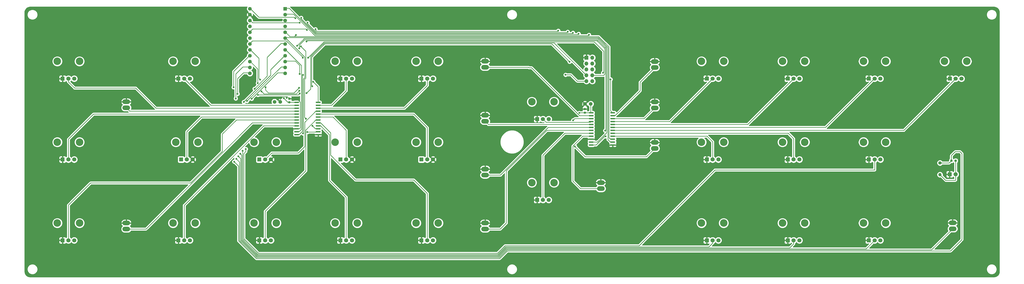
<source format=gbr>
%TF.GenerationSoftware,KiCad,Pcbnew,(5.1.7-0-10_14)*%
%TF.CreationDate,2020-11-05T11:53:55-03:00*%
%TF.ProjectId,MiniMood,4d696e69-4d6f-46f6-942e-6b696361645f,1*%
%TF.SameCoordinates,Original*%
%TF.FileFunction,Copper,L2,Bot*%
%TF.FilePolarity,Positive*%
%FSLAX46Y46*%
G04 Gerber Fmt 4.6, Leading zero omitted, Abs format (unit mm)*
G04 Created by KiCad (PCBNEW (5.1.7-0-10_14)) date 2020-11-05 11:53:55*
%MOMM*%
%LPD*%
G01*
G04 APERTURE LIST*
%TA.AperFunction,ComponentPad*%
%ADD10O,3.300000X2.000000*%
%TD*%
%TA.AperFunction,ComponentPad*%
%ADD11C,1.600000*%
%TD*%
%TA.AperFunction,ComponentPad*%
%ADD12R,1.600000X1.600000*%
%TD*%
%TA.AperFunction,ComponentPad*%
%ADD13R,1.800000X1.800000*%
%TD*%
%TA.AperFunction,ComponentPad*%
%ADD14C,1.800000*%
%TD*%
%TA.AperFunction,ComponentPad*%
%ADD15C,3.240000*%
%TD*%
%TA.AperFunction,ComponentPad*%
%ADD16O,1.700000X1.700000*%
%TD*%
%TA.AperFunction,ComponentPad*%
%ADD17R,1.700000X1.700000*%
%TD*%
%TA.AperFunction,ComponentPad*%
%ADD18C,1.400000*%
%TD*%
%TA.AperFunction,ComponentPad*%
%ADD19O,1.400000X1.400000*%
%TD*%
%TA.AperFunction,ViaPad*%
%ADD20C,0.800000*%
%TD*%
%TA.AperFunction,Conductor*%
%ADD21C,0.250000*%
%TD*%
%TA.AperFunction,Conductor*%
%ADD22C,0.254000*%
%TD*%
%TA.AperFunction,Conductor*%
%ADD23C,0.100000*%
%TD*%
G04 APERTURE END LIST*
D10*
%TO.P,SW2,2*%
%TO.N,/mux_14*%
X64550000Y-116790000D03*
%TO.P,SW2,1*%
%TO.N,GND*%
X64550000Y-114190000D03*
%TD*%
%TO.P,SW1,2*%
%TO.N,/mux_10*%
X64550000Y-64290000D03*
%TO.P,SW1,1*%
%TO.N,GND*%
X64550000Y-61690000D03*
%TD*%
%TO.P,SW3,2*%
%TO.N,/mux_8-2*%
X219550000Y-46790000D03*
%TO.P,SW3,1*%
%TO.N,GND*%
X219550000Y-44190000D03*
%TD*%
%TO.P,SW4,2*%
%TO.N,/mux_11-2*%
X219550000Y-70123333D03*
%TO.P,SW4,1*%
%TO.N,GND*%
X219550000Y-67523333D03*
%TD*%
%TO.P,SW5,2*%
%TO.N,/mux_12-2*%
X219550000Y-93456666D03*
%TO.P,SW5,1*%
%TO.N,GND*%
X219550000Y-90856666D03*
%TD*%
%TO.P,SW6,2*%
%TO.N,/mux_13-2*%
X219550000Y-116790000D03*
%TO.P,SW6,1*%
%TO.N,GND*%
X219550000Y-114190000D03*
%TD*%
%TO.P,SW7,2*%
%TO.N,/mux_15-2*%
X269550000Y-99290000D03*
%TO.P,SW7,1*%
%TO.N,GND*%
X269550000Y-96690000D03*
%TD*%
%TO.P,SW8,2*%
%TO.N,/mux_7-2*%
X292850000Y-46890000D03*
%TO.P,SW8,1*%
%TO.N,GND*%
X292850000Y-44290000D03*
%TD*%
%TO.P,SW9,2*%
%TO.N,/mux_6-2*%
X292850000Y-64390000D03*
%TO.P,SW9,1*%
%TO.N,GND*%
X292850000Y-61790000D03*
%TD*%
%TO.P,SW10,2*%
%TO.N,/mux_9-2*%
X292850000Y-81890000D03*
%TO.P,SW10,1*%
%TO.N,GND*%
X292850000Y-79290000D03*
%TD*%
%TO.P,SW11,2*%
%TO.N,/sw_1*%
X421550000Y-116690000D03*
%TO.P,SW11,1*%
%TO.N,GND*%
X421550000Y-114090000D03*
%TD*%
D11*
%TO.P,U3,24*%
%TO.N,/RAW*%
X117930000Y-21430000D03*
%TO.P,U3,23*%
%TO.N,GND*%
X117930000Y-23970000D03*
%TO.P,U3,22*%
%TO.N,/RST*%
X117930000Y-26510000D03*
%TO.P,U3,21*%
%TO.N,VCC*%
X117930000Y-29050000D03*
%TO.P,U3,20*%
%TO.N,/A3*%
X117930000Y-31590000D03*
%TO.P,U3,19*%
%TO.N,/A2*%
X117930000Y-34130000D03*
%TO.P,U3,18*%
%TO.N,/SIG_2*%
X117930000Y-36670000D03*
%TO.P,U3,17*%
%TO.N,/SIG_1*%
X117930000Y-39210000D03*
%TO.P,U3,16*%
%TO.N,/D15*%
X117930000Y-41750000D03*
%TO.P,U3,15*%
%TO.N,/D16*%
X117930000Y-44290000D03*
%TO.P,U3,14*%
%TO.N,/sw_1*%
X117930000Y-46830000D03*
%TO.P,U3,13*%
%TO.N,/led*%
X117930000Y-49370000D03*
%TO.P,U3,12*%
%TO.N,/pot_4*%
X133170000Y-49370000D03*
%TO.P,U3,11*%
%TO.N,/pot_3*%
X133170000Y-46830000D03*
%TO.P,U3,10*%
%TO.N,/S3*%
X133170000Y-44290000D03*
%TO.P,U3,9*%
%TO.N,/pot_2*%
X133170000Y-41750000D03*
%TO.P,U3,8*%
%TO.N,/S2*%
X133170000Y-39210000D03*
%TO.P,U3,7*%
%TO.N,/pot_1*%
X133170000Y-36670000D03*
%TO.P,U3,6*%
%TO.N,/S1*%
X133170000Y-34130000D03*
%TO.P,U3,5*%
%TO.N,/S0*%
X133170000Y-31590000D03*
%TO.P,U3,4*%
%TO.N,GND*%
X133170000Y-29050000D03*
%TO.P,U3,3*%
X133170000Y-26510000D03*
%TO.P,U3,2*%
%TO.N,/RX*%
X133170000Y-23970000D03*
D12*
%TO.P,U3,1*%
%TO.N,/TX*%
X133170000Y-21430000D03*
%TD*%
D13*
%TO.P,pot1,1*%
%TO.N,GND*%
X37050000Y-51690000D03*
D14*
%TO.P,pot1,2*%
%TO.N,/mux_9*%
X39550000Y-51690000D03*
%TO.P,pot1,3*%
%TO.N,VCC*%
X42050000Y-51690000D03*
D15*
%TO.P,pot1,*%
%TO.N,*%
X44350000Y-44190000D03*
X34750000Y-44190000D03*
%TD*%
D13*
%TO.P,pot3,1*%
%TO.N,GND*%
X37050000Y-121690000D03*
D14*
%TO.P,pot3,2*%
%TO.N,/mux_13*%
X39550000Y-121690000D03*
%TO.P,pot3,3*%
%TO.N,VCC*%
X42050000Y-121690000D03*
D15*
%TO.P,pot3,*%
%TO.N,*%
X44350000Y-114190000D03*
X34750000Y-114190000D03*
%TD*%
D13*
%TO.P,pot2,1*%
%TO.N,GND*%
X37050000Y-86690000D03*
D14*
%TO.P,pot2,2*%
%TO.N,/mux_11*%
X39550000Y-86690000D03*
%TO.P,pot2,3*%
%TO.N,VCC*%
X42050000Y-86690000D03*
D15*
%TO.P,pot2,*%
%TO.N,*%
X44350000Y-79190000D03*
X34750000Y-79190000D03*
%TD*%
D13*
%TO.P,pot4,1*%
%TO.N,GND*%
X87050000Y-51690000D03*
D14*
%TO.P,pot4,2*%
%TO.N,/mux_8*%
X89550000Y-51690000D03*
%TO.P,pot4,3*%
%TO.N,VCC*%
X92050000Y-51690000D03*
D15*
%TO.P,pot4,*%
%TO.N,*%
X94350000Y-44190000D03*
X84750000Y-44190000D03*
%TD*%
D13*
%TO.P,pot5,1*%
%TO.N,Net-(pot10-Pad1)*%
X88225001Y-86690000D03*
D14*
%TO.P,pot5,2*%
%TO.N,/mux_12*%
X90725001Y-86690000D03*
%TO.P,pot5,3*%
%TO.N,GND*%
X93225001Y-86690000D03*
D15*
%TO.P,pot5,*%
%TO.N,*%
X95525001Y-79190000D03*
X85925001Y-79190000D03*
%TD*%
D13*
%TO.P,pot6,1*%
%TO.N,GND*%
X87050000Y-121690000D03*
D14*
%TO.P,pot6,2*%
%TO.N,/mux_15*%
X89550000Y-121690000D03*
%TO.P,pot6,3*%
%TO.N,VCC*%
X92050000Y-121690000D03*
D15*
%TO.P,pot6,*%
%TO.N,*%
X94350000Y-114190000D03*
X84750000Y-114190000D03*
%TD*%
D13*
%TO.P,pot7,1*%
%TO.N,Net-(pot10-Pad1)*%
X122050000Y-86690000D03*
D14*
%TO.P,pot7,2*%
%TO.N,/mux_5*%
X124550000Y-86690000D03*
%TO.P,pot7,3*%
%TO.N,GND*%
X127050000Y-86690000D03*
D15*
%TO.P,pot7,*%
%TO.N,*%
X129350000Y-79190000D03*
X119750000Y-79190000D03*
%TD*%
D13*
%TO.P,pot8,1*%
%TO.N,GND*%
X122050000Y-121690000D03*
D14*
%TO.P,pot8,2*%
%TO.N,/mux_2*%
X124550000Y-121690000D03*
%TO.P,pot8,3*%
%TO.N,VCC*%
X127050000Y-121690000D03*
D15*
%TO.P,pot8,*%
%TO.N,*%
X129350000Y-114190000D03*
X119750000Y-114190000D03*
%TD*%
D13*
%TO.P,pot9,1*%
%TO.N,GND*%
X157050000Y-51690000D03*
D14*
%TO.P,pot9,2*%
%TO.N,/mux_7*%
X159550000Y-51690000D03*
%TO.P,pot9,3*%
%TO.N,VCC*%
X162050000Y-51690000D03*
D15*
%TO.P,pot9,*%
%TO.N,*%
X164350000Y-44190000D03*
X154750000Y-44190000D03*
%TD*%
D13*
%TO.P,pot10,1*%
%TO.N,Net-(pot10-Pad1)*%
X157050000Y-86690000D03*
D14*
%TO.P,pot10,2*%
%TO.N,/mux_3*%
X159550000Y-86690000D03*
%TO.P,pot10,3*%
%TO.N,GND*%
X162050000Y-86690000D03*
D15*
%TO.P,pot10,*%
%TO.N,*%
X164350000Y-79190000D03*
X154750000Y-79190000D03*
%TD*%
D13*
%TO.P,pot11,1*%
%TO.N,GND*%
X157050000Y-121690000D03*
D14*
%TO.P,pot11,2*%
%TO.N,/mux_0*%
X159550000Y-121690000D03*
%TO.P,pot11,3*%
%TO.N,VCC*%
X162050000Y-121690000D03*
D15*
%TO.P,pot11,*%
%TO.N,*%
X164350000Y-114190000D03*
X154750000Y-114190000D03*
%TD*%
D13*
%TO.P,pot12,1*%
%TO.N,GND*%
X192050000Y-51690000D03*
D14*
%TO.P,pot12,2*%
%TO.N,/mux_6*%
X194550000Y-51690000D03*
%TO.P,pot12,3*%
%TO.N,VCC*%
X197050000Y-51690000D03*
D15*
%TO.P,pot12,*%
%TO.N,*%
X199350000Y-44190000D03*
X189750000Y-44190000D03*
%TD*%
D13*
%TO.P,pot13,1*%
%TO.N,Net-(pot10-Pad1)*%
X192050000Y-86690000D03*
D14*
%TO.P,pot13,2*%
%TO.N,/mux_4*%
X194550000Y-86690000D03*
%TO.P,pot13,3*%
%TO.N,GND*%
X197050000Y-86690000D03*
D15*
%TO.P,pot13,*%
%TO.N,*%
X199350000Y-79190000D03*
X189750000Y-79190000D03*
%TD*%
D13*
%TO.P,pot14,1*%
%TO.N,GND*%
X192050000Y-121690000D03*
D14*
%TO.P,pot14,2*%
%TO.N,/mux_1*%
X194550000Y-121690000D03*
%TO.P,pot14,3*%
%TO.N,VCC*%
X197050000Y-121690000D03*
D15*
%TO.P,pot14,*%
%TO.N,*%
X199350000Y-114190000D03*
X189750000Y-114190000D03*
%TD*%
D13*
%TO.P,pot15,1*%
%TO.N,GND*%
X242050000Y-69190000D03*
D14*
%TO.P,pot15,2*%
%TO.N,/mux_10-2*%
X244550000Y-69190000D03*
%TO.P,pot15,3*%
%TO.N,VCC*%
X247050000Y-69190000D03*
D15*
%TO.P,pot15,*%
%TO.N,*%
X249350000Y-61690000D03*
X239750000Y-61690000D03*
%TD*%
D13*
%TO.P,pot16,1*%
%TO.N,GND*%
X242050000Y-104190000D03*
D14*
%TO.P,pot16,2*%
%TO.N,/mux_14-2*%
X244550000Y-104190000D03*
%TO.P,pot16,3*%
%TO.N,VCC*%
X247050000Y-104190000D03*
D15*
%TO.P,pot16,*%
%TO.N,*%
X249350000Y-96690000D03*
X239750000Y-96690000D03*
%TD*%
D13*
%TO.P,pot17,1*%
%TO.N,GND*%
X315350000Y-51690000D03*
D14*
%TO.P,pot17,2*%
%TO.N,/mux_5-2*%
X317850000Y-51690000D03*
%TO.P,pot17,3*%
%TO.N,VCC*%
X320350000Y-51690000D03*
D15*
%TO.P,pot17,*%
%TO.N,*%
X322650000Y-44190000D03*
X313050000Y-44190000D03*
%TD*%
D13*
%TO.P,pot18,1*%
%TO.N,GND*%
X315350000Y-86690000D03*
D14*
%TO.P,pot18,2*%
%TO.N,/mux_0-2*%
X317850000Y-86690000D03*
%TO.P,pot18,3*%
%TO.N,VCC*%
X320350000Y-86690000D03*
D15*
%TO.P,pot18,*%
%TO.N,*%
X322650000Y-79190000D03*
X313050000Y-79190000D03*
%TD*%
D13*
%TO.P,pot19,1*%
%TO.N,GND*%
X315350000Y-121690000D03*
D14*
%TO.P,pot19,2*%
%TO.N,/pot_2*%
X317850000Y-121690000D03*
%TO.P,pot19,3*%
%TO.N,VCC*%
X320350000Y-121690000D03*
D15*
%TO.P,pot19,*%
%TO.N,*%
X322650000Y-114190000D03*
X313050000Y-114190000D03*
%TD*%
D13*
%TO.P,pot20,1*%
%TO.N,GND*%
X350350000Y-51690000D03*
D14*
%TO.P,pot20,2*%
%TO.N,/mux_4-2*%
X352850000Y-51690000D03*
%TO.P,pot20,3*%
%TO.N,VCC*%
X355350000Y-51690000D03*
D15*
%TO.P,pot20,*%
%TO.N,*%
X357650000Y-44190000D03*
X348050000Y-44190000D03*
%TD*%
D13*
%TO.P,pot21,1*%
%TO.N,GND*%
X350350000Y-86690000D03*
D14*
%TO.P,pot21,2*%
%TO.N,/mux_1-2*%
X352850000Y-86690000D03*
%TO.P,pot21,3*%
%TO.N,VCC*%
X355350000Y-86690000D03*
D15*
%TO.P,pot21,*%
%TO.N,*%
X357650000Y-79190000D03*
X348050000Y-79190000D03*
%TD*%
D13*
%TO.P,pot22,1*%
%TO.N,GND*%
X350350000Y-121690000D03*
D14*
%TO.P,pot22,2*%
%TO.N,/pot_3*%
X352850000Y-121690000D03*
%TO.P,pot22,3*%
%TO.N,VCC*%
X355350000Y-121690000D03*
D15*
%TO.P,pot22,*%
%TO.N,*%
X357650000Y-114190000D03*
X348050000Y-114190000D03*
%TD*%
D13*
%TO.P,pot23,1*%
%TO.N,GND*%
X385350000Y-51690000D03*
D14*
%TO.P,pot23,2*%
%TO.N,/mux_3-2*%
X387850000Y-51690000D03*
%TO.P,pot23,3*%
%TO.N,VCC*%
X390350000Y-51690000D03*
D15*
%TO.P,pot23,*%
%TO.N,*%
X392650000Y-44190000D03*
X383050000Y-44190000D03*
%TD*%
D13*
%TO.P,pot24,1*%
%TO.N,GND*%
X385350000Y-86690000D03*
D14*
%TO.P,pot24,2*%
%TO.N,/pot_1*%
X387850000Y-86690000D03*
%TO.P,pot24,3*%
%TO.N,VCC*%
X390350000Y-86690000D03*
D15*
%TO.P,pot24,*%
%TO.N,*%
X392650000Y-79190000D03*
X383050000Y-79190000D03*
%TD*%
D13*
%TO.P,pot25,1*%
%TO.N,GND*%
X385350000Y-121690000D03*
D14*
%TO.P,pot25,2*%
%TO.N,/pot_4*%
X387850000Y-121690000D03*
%TO.P,pot25,3*%
%TO.N,VCC*%
X390350000Y-121690000D03*
D15*
%TO.P,pot25,*%
%TO.N,*%
X392650000Y-114190000D03*
X383050000Y-114190000D03*
%TD*%
D13*
%TO.P,pot26,1*%
%TO.N,GND*%
X420350000Y-51690000D03*
D14*
%TO.P,pot26,2*%
%TO.N,/mux_2-2*%
X422850000Y-51690000D03*
%TO.P,pot26,3*%
%TO.N,VCC*%
X425350000Y-51690000D03*
D15*
%TO.P,pot26,*%
%TO.N,*%
X427650000Y-44190000D03*
X418050000Y-44190000D03*
%TD*%
%TO.P,C1,2*%
%TO.N,VCC*%
%TA.AperFunction,SMDPad,CuDef*%
G36*
G01*
X262410000Y-65970000D02*
X262910000Y-65970000D01*
G75*
G02*
X263135000Y-66195000I0J-225000D01*
G01*
X263135000Y-66645000D01*
G75*
G02*
X262910000Y-66870000I-225000J0D01*
G01*
X262410000Y-66870000D01*
G75*
G02*
X262185000Y-66645000I0J225000D01*
G01*
X262185000Y-66195000D01*
G75*
G02*
X262410000Y-65970000I225000J0D01*
G01*
G37*
%TD.AperFunction*%
%TO.P,C1,1*%
%TO.N,GND*%
%TA.AperFunction,SMDPad,CuDef*%
G36*
G01*
X262410000Y-64420000D02*
X262910000Y-64420000D01*
G75*
G02*
X263135000Y-64645000I0J-225000D01*
G01*
X263135000Y-65095000D01*
G75*
G02*
X262910000Y-65320000I-225000J0D01*
G01*
X262410000Y-65320000D01*
G75*
G02*
X262185000Y-65095000I0J225000D01*
G01*
X262185000Y-64645000D01*
G75*
G02*
X262410000Y-64420000I225000J0D01*
G01*
G37*
%TD.AperFunction*%
%TD*%
%TO.P,C2,2*%
%TO.N,VCC*%
%TA.AperFunction,SMDPad,CuDef*%
G36*
G01*
X134730000Y-61470000D02*
X135230000Y-61470000D01*
G75*
G02*
X135455000Y-61695000I0J-225000D01*
G01*
X135455000Y-62145000D01*
G75*
G02*
X135230000Y-62370000I-225000J0D01*
G01*
X134730000Y-62370000D01*
G75*
G02*
X134505000Y-62145000I0J225000D01*
G01*
X134505000Y-61695000D01*
G75*
G02*
X134730000Y-61470000I225000J0D01*
G01*
G37*
%TD.AperFunction*%
%TO.P,C2,1*%
%TO.N,GND*%
%TA.AperFunction,SMDPad,CuDef*%
G36*
G01*
X134730000Y-59920000D02*
X135230000Y-59920000D01*
G75*
G02*
X135455000Y-60145000I0J-225000D01*
G01*
X135455000Y-60595000D01*
G75*
G02*
X135230000Y-60820000I-225000J0D01*
G01*
X134730000Y-60820000D01*
G75*
G02*
X134505000Y-60595000I0J225000D01*
G01*
X134505000Y-60145000D01*
G75*
G02*
X134730000Y-59920000I225000J0D01*
G01*
G37*
%TD.AperFunction*%
%TD*%
D14*
%TO.P,D1,2*%
%TO.N,Net-(D1-Pad2)*%
X422815000Y-93090000D03*
D13*
%TO.P,D1,1*%
%TO.N,GND*%
X420275000Y-93090000D03*
%TD*%
%TO.P,R1,2*%
%TO.N,Net-(D1-Pad2)*%
%TA.AperFunction,SMDPad,CuDef*%
G36*
G01*
X422342500Y-87447500D02*
X422342500Y-86972500D01*
G75*
G02*
X422580000Y-86735000I237500J0D01*
G01*
X423080000Y-86735000D01*
G75*
G02*
X423317500Y-86972500I0J-237500D01*
G01*
X423317500Y-87447500D01*
G75*
G02*
X423080000Y-87685000I-237500J0D01*
G01*
X422580000Y-87685000D01*
G75*
G02*
X422342500Y-87447500I0J237500D01*
G01*
G37*
%TD.AperFunction*%
%TO.P,R1,1*%
%TO.N,/led*%
%TA.AperFunction,SMDPad,CuDef*%
G36*
G01*
X420517500Y-87447500D02*
X420517500Y-86972500D01*
G75*
G02*
X420755000Y-86735000I237500J0D01*
G01*
X421255000Y-86735000D01*
G75*
G02*
X421492500Y-86972500I0J-237500D01*
G01*
X421492500Y-87447500D01*
G75*
G02*
X421255000Y-87685000I-237500J0D01*
G01*
X420755000Y-87685000D01*
G75*
G02*
X420517500Y-87447500I0J237500D01*
G01*
G37*
%TD.AperFunction*%
%TD*%
%TO.P,4067_1,24*%
%TO.N,VCC*%
%TA.AperFunction,SMDPad,CuDef*%
G36*
G01*
X139175000Y-61805000D02*
X139175000Y-62105000D01*
G75*
G02*
X139025000Y-62255000I-150000J0D01*
G01*
X137275000Y-62255000D01*
G75*
G02*
X137125000Y-62105000I0J150000D01*
G01*
X137125000Y-61805000D01*
G75*
G02*
X137275000Y-61655000I150000J0D01*
G01*
X139025000Y-61655000D01*
G75*
G02*
X139175000Y-61805000I0J-150000D01*
G01*
G37*
%TD.AperFunction*%
%TO.P,4067_1,23*%
%TO.N,/mux_8*%
%TA.AperFunction,SMDPad,CuDef*%
G36*
G01*
X139175000Y-63075000D02*
X139175000Y-63375000D01*
G75*
G02*
X139025000Y-63525000I-150000J0D01*
G01*
X137275000Y-63525000D01*
G75*
G02*
X137125000Y-63375000I0J150000D01*
G01*
X137125000Y-63075000D01*
G75*
G02*
X137275000Y-62925000I150000J0D01*
G01*
X139025000Y-62925000D01*
G75*
G02*
X139175000Y-63075000I0J-150000D01*
G01*
G37*
%TD.AperFunction*%
%TO.P,4067_1,22*%
%TO.N,/mux_9*%
%TA.AperFunction,SMDPad,CuDef*%
G36*
G01*
X139175000Y-64345000D02*
X139175000Y-64645000D01*
G75*
G02*
X139025000Y-64795000I-150000J0D01*
G01*
X137275000Y-64795000D01*
G75*
G02*
X137125000Y-64645000I0J150000D01*
G01*
X137125000Y-64345000D01*
G75*
G02*
X137275000Y-64195000I150000J0D01*
G01*
X139025000Y-64195000D01*
G75*
G02*
X139175000Y-64345000I0J-150000D01*
G01*
G37*
%TD.AperFunction*%
%TO.P,4067_1,21*%
%TO.N,/mux_10*%
%TA.AperFunction,SMDPad,CuDef*%
G36*
G01*
X139175000Y-65615000D02*
X139175000Y-65915000D01*
G75*
G02*
X139025000Y-66065000I-150000J0D01*
G01*
X137275000Y-66065000D01*
G75*
G02*
X137125000Y-65915000I0J150000D01*
G01*
X137125000Y-65615000D01*
G75*
G02*
X137275000Y-65465000I150000J0D01*
G01*
X139025000Y-65465000D01*
G75*
G02*
X139175000Y-65615000I0J-150000D01*
G01*
G37*
%TD.AperFunction*%
%TO.P,4067_1,20*%
%TO.N,/mux_11*%
%TA.AperFunction,SMDPad,CuDef*%
G36*
G01*
X139175000Y-66885000D02*
X139175000Y-67185000D01*
G75*
G02*
X139025000Y-67335000I-150000J0D01*
G01*
X137275000Y-67335000D01*
G75*
G02*
X137125000Y-67185000I0J150000D01*
G01*
X137125000Y-66885000D01*
G75*
G02*
X137275000Y-66735000I150000J0D01*
G01*
X139025000Y-66735000D01*
G75*
G02*
X139175000Y-66885000I0J-150000D01*
G01*
G37*
%TD.AperFunction*%
%TO.P,4067_1,19*%
%TO.N,/mux_12*%
%TA.AperFunction,SMDPad,CuDef*%
G36*
G01*
X139175000Y-68155000D02*
X139175000Y-68455000D01*
G75*
G02*
X139025000Y-68605000I-150000J0D01*
G01*
X137275000Y-68605000D01*
G75*
G02*
X137125000Y-68455000I0J150000D01*
G01*
X137125000Y-68155000D01*
G75*
G02*
X137275000Y-68005000I150000J0D01*
G01*
X139025000Y-68005000D01*
G75*
G02*
X139175000Y-68155000I0J-150000D01*
G01*
G37*
%TD.AperFunction*%
%TO.P,4067_1,18*%
%TO.N,/mux_13*%
%TA.AperFunction,SMDPad,CuDef*%
G36*
G01*
X139175000Y-69425000D02*
X139175000Y-69725000D01*
G75*
G02*
X139025000Y-69875000I-150000J0D01*
G01*
X137275000Y-69875000D01*
G75*
G02*
X137125000Y-69725000I0J150000D01*
G01*
X137125000Y-69425000D01*
G75*
G02*
X137275000Y-69275000I150000J0D01*
G01*
X139025000Y-69275000D01*
G75*
G02*
X139175000Y-69425000I0J-150000D01*
G01*
G37*
%TD.AperFunction*%
%TO.P,4067_1,17*%
%TO.N,/mux_14*%
%TA.AperFunction,SMDPad,CuDef*%
G36*
G01*
X139175000Y-70695000D02*
X139175000Y-70995000D01*
G75*
G02*
X139025000Y-71145000I-150000J0D01*
G01*
X137275000Y-71145000D01*
G75*
G02*
X137125000Y-70995000I0J150000D01*
G01*
X137125000Y-70695000D01*
G75*
G02*
X137275000Y-70545000I150000J0D01*
G01*
X139025000Y-70545000D01*
G75*
G02*
X139175000Y-70695000I0J-150000D01*
G01*
G37*
%TD.AperFunction*%
%TO.P,4067_1,16*%
%TO.N,/mux_15*%
%TA.AperFunction,SMDPad,CuDef*%
G36*
G01*
X139175000Y-71965000D02*
X139175000Y-72265000D01*
G75*
G02*
X139025000Y-72415000I-150000J0D01*
G01*
X137275000Y-72415000D01*
G75*
G02*
X137125000Y-72265000I0J150000D01*
G01*
X137125000Y-71965000D01*
G75*
G02*
X137275000Y-71815000I150000J0D01*
G01*
X139025000Y-71815000D01*
G75*
G02*
X139175000Y-71965000I0J-150000D01*
G01*
G37*
%TD.AperFunction*%
%TO.P,4067_1,15*%
%TO.N,GND*%
%TA.AperFunction,SMDPad,CuDef*%
G36*
G01*
X139175000Y-73235000D02*
X139175000Y-73535000D01*
G75*
G02*
X139025000Y-73685000I-150000J0D01*
G01*
X137275000Y-73685000D01*
G75*
G02*
X137125000Y-73535000I0J150000D01*
G01*
X137125000Y-73235000D01*
G75*
G02*
X137275000Y-73085000I150000J0D01*
G01*
X139025000Y-73085000D01*
G75*
G02*
X139175000Y-73235000I0J-150000D01*
G01*
G37*
%TD.AperFunction*%
%TO.P,4067_1,14*%
%TO.N,/S2*%
%TA.AperFunction,SMDPad,CuDef*%
G36*
G01*
X139175000Y-74505000D02*
X139175000Y-74805000D01*
G75*
G02*
X139025000Y-74955000I-150000J0D01*
G01*
X137275000Y-74955000D01*
G75*
G02*
X137125000Y-74805000I0J150000D01*
G01*
X137125000Y-74505000D01*
G75*
G02*
X137275000Y-74355000I150000J0D01*
G01*
X139025000Y-74355000D01*
G75*
G02*
X139175000Y-74505000I0J-150000D01*
G01*
G37*
%TD.AperFunction*%
%TO.P,4067_1,13*%
%TO.N,/S3*%
%TA.AperFunction,SMDPad,CuDef*%
G36*
G01*
X139175000Y-75775000D02*
X139175000Y-76075000D01*
G75*
G02*
X139025000Y-76225000I-150000J0D01*
G01*
X137275000Y-76225000D01*
G75*
G02*
X137125000Y-76075000I0J150000D01*
G01*
X137125000Y-75775000D01*
G75*
G02*
X137275000Y-75625000I150000J0D01*
G01*
X139025000Y-75625000D01*
G75*
G02*
X139175000Y-75775000I0J-150000D01*
G01*
G37*
%TD.AperFunction*%
%TO.P,4067_1,12*%
%TO.N,GND*%
%TA.AperFunction,SMDPad,CuDef*%
G36*
G01*
X148475000Y-75775000D02*
X148475000Y-76075000D01*
G75*
G02*
X148325000Y-76225000I-150000J0D01*
G01*
X146575000Y-76225000D01*
G75*
G02*
X146425000Y-76075000I0J150000D01*
G01*
X146425000Y-75775000D01*
G75*
G02*
X146575000Y-75625000I150000J0D01*
G01*
X148325000Y-75625000D01*
G75*
G02*
X148475000Y-75775000I0J-150000D01*
G01*
G37*
%TD.AperFunction*%
%TO.P,4067_1,11*%
%TO.N,/S1*%
%TA.AperFunction,SMDPad,CuDef*%
G36*
G01*
X148475000Y-74505000D02*
X148475000Y-74805000D01*
G75*
G02*
X148325000Y-74955000I-150000J0D01*
G01*
X146575000Y-74955000D01*
G75*
G02*
X146425000Y-74805000I0J150000D01*
G01*
X146425000Y-74505000D01*
G75*
G02*
X146575000Y-74355000I150000J0D01*
G01*
X148325000Y-74355000D01*
G75*
G02*
X148475000Y-74505000I0J-150000D01*
G01*
G37*
%TD.AperFunction*%
%TO.P,4067_1,10*%
%TO.N,/S0*%
%TA.AperFunction,SMDPad,CuDef*%
G36*
G01*
X148475000Y-73235000D02*
X148475000Y-73535000D01*
G75*
G02*
X148325000Y-73685000I-150000J0D01*
G01*
X146575000Y-73685000D01*
G75*
G02*
X146425000Y-73535000I0J150000D01*
G01*
X146425000Y-73235000D01*
G75*
G02*
X146575000Y-73085000I150000J0D01*
G01*
X148325000Y-73085000D01*
G75*
G02*
X148475000Y-73235000I0J-150000D01*
G01*
G37*
%TD.AperFunction*%
%TO.P,4067_1,9*%
%TO.N,/mux_0*%
%TA.AperFunction,SMDPad,CuDef*%
G36*
G01*
X148475000Y-71965000D02*
X148475000Y-72265000D01*
G75*
G02*
X148325000Y-72415000I-150000J0D01*
G01*
X146575000Y-72415000D01*
G75*
G02*
X146425000Y-72265000I0J150000D01*
G01*
X146425000Y-71965000D01*
G75*
G02*
X146575000Y-71815000I150000J0D01*
G01*
X148325000Y-71815000D01*
G75*
G02*
X148475000Y-71965000I0J-150000D01*
G01*
G37*
%TD.AperFunction*%
%TO.P,4067_1,8*%
%TO.N,/mux_1*%
%TA.AperFunction,SMDPad,CuDef*%
G36*
G01*
X148475000Y-70695000D02*
X148475000Y-70995000D01*
G75*
G02*
X148325000Y-71145000I-150000J0D01*
G01*
X146575000Y-71145000D01*
G75*
G02*
X146425000Y-70995000I0J150000D01*
G01*
X146425000Y-70695000D01*
G75*
G02*
X146575000Y-70545000I150000J0D01*
G01*
X148325000Y-70545000D01*
G75*
G02*
X148475000Y-70695000I0J-150000D01*
G01*
G37*
%TD.AperFunction*%
%TO.P,4067_1,7*%
%TO.N,/mux_2*%
%TA.AperFunction,SMDPad,CuDef*%
G36*
G01*
X148475000Y-69425000D02*
X148475000Y-69725000D01*
G75*
G02*
X148325000Y-69875000I-150000J0D01*
G01*
X146575000Y-69875000D01*
G75*
G02*
X146425000Y-69725000I0J150000D01*
G01*
X146425000Y-69425000D01*
G75*
G02*
X146575000Y-69275000I150000J0D01*
G01*
X148325000Y-69275000D01*
G75*
G02*
X148475000Y-69425000I0J-150000D01*
G01*
G37*
%TD.AperFunction*%
%TO.P,4067_1,6*%
%TO.N,/mux_3*%
%TA.AperFunction,SMDPad,CuDef*%
G36*
G01*
X148475000Y-68155000D02*
X148475000Y-68455000D01*
G75*
G02*
X148325000Y-68605000I-150000J0D01*
G01*
X146575000Y-68605000D01*
G75*
G02*
X146425000Y-68455000I0J150000D01*
G01*
X146425000Y-68155000D01*
G75*
G02*
X146575000Y-68005000I150000J0D01*
G01*
X148325000Y-68005000D01*
G75*
G02*
X148475000Y-68155000I0J-150000D01*
G01*
G37*
%TD.AperFunction*%
%TO.P,4067_1,5*%
%TO.N,/mux_4*%
%TA.AperFunction,SMDPad,CuDef*%
G36*
G01*
X148475000Y-66885000D02*
X148475000Y-67185000D01*
G75*
G02*
X148325000Y-67335000I-150000J0D01*
G01*
X146575000Y-67335000D01*
G75*
G02*
X146425000Y-67185000I0J150000D01*
G01*
X146425000Y-66885000D01*
G75*
G02*
X146575000Y-66735000I150000J0D01*
G01*
X148325000Y-66735000D01*
G75*
G02*
X148475000Y-66885000I0J-150000D01*
G01*
G37*
%TD.AperFunction*%
%TO.P,4067_1,4*%
%TO.N,/mux_5*%
%TA.AperFunction,SMDPad,CuDef*%
G36*
G01*
X148475000Y-65615000D02*
X148475000Y-65915000D01*
G75*
G02*
X148325000Y-66065000I-150000J0D01*
G01*
X146575000Y-66065000D01*
G75*
G02*
X146425000Y-65915000I0J150000D01*
G01*
X146425000Y-65615000D01*
G75*
G02*
X146575000Y-65465000I150000J0D01*
G01*
X148325000Y-65465000D01*
G75*
G02*
X148475000Y-65615000I0J-150000D01*
G01*
G37*
%TD.AperFunction*%
%TO.P,4067_1,3*%
%TO.N,/mux_6*%
%TA.AperFunction,SMDPad,CuDef*%
G36*
G01*
X148475000Y-64345000D02*
X148475000Y-64645000D01*
G75*
G02*
X148325000Y-64795000I-150000J0D01*
G01*
X146575000Y-64795000D01*
G75*
G02*
X146425000Y-64645000I0J150000D01*
G01*
X146425000Y-64345000D01*
G75*
G02*
X146575000Y-64195000I150000J0D01*
G01*
X148325000Y-64195000D01*
G75*
G02*
X148475000Y-64345000I0J-150000D01*
G01*
G37*
%TD.AperFunction*%
%TO.P,4067_1,2*%
%TO.N,/mux_7*%
%TA.AperFunction,SMDPad,CuDef*%
G36*
G01*
X148475000Y-63075000D02*
X148475000Y-63375000D01*
G75*
G02*
X148325000Y-63525000I-150000J0D01*
G01*
X146575000Y-63525000D01*
G75*
G02*
X146425000Y-63375000I0J150000D01*
G01*
X146425000Y-63075000D01*
G75*
G02*
X146575000Y-62925000I150000J0D01*
G01*
X148325000Y-62925000D01*
G75*
G02*
X148475000Y-63075000I0J-150000D01*
G01*
G37*
%TD.AperFunction*%
%TO.P,4067_1,1*%
%TO.N,/SIG_1*%
%TA.AperFunction,SMDPad,CuDef*%
G36*
G01*
X148475000Y-61805000D02*
X148475000Y-62105000D01*
G75*
G02*
X148325000Y-62255000I-150000J0D01*
G01*
X146575000Y-62255000D01*
G75*
G02*
X146425000Y-62105000I0J150000D01*
G01*
X146425000Y-61805000D01*
G75*
G02*
X146575000Y-61655000I150000J0D01*
G01*
X148325000Y-61655000D01*
G75*
G02*
X148475000Y-61805000I0J-150000D01*
G01*
G37*
%TD.AperFunction*%
%TD*%
%TO.P,4067_2,24*%
%TO.N,VCC*%
%TA.AperFunction,SMDPad,CuDef*%
G36*
G01*
X266425000Y-66305000D02*
X266425000Y-66605000D01*
G75*
G02*
X266275000Y-66755000I-150000J0D01*
G01*
X264525000Y-66755000D01*
G75*
G02*
X264375000Y-66605000I0J150000D01*
G01*
X264375000Y-66305000D01*
G75*
G02*
X264525000Y-66155000I150000J0D01*
G01*
X266275000Y-66155000D01*
G75*
G02*
X266425000Y-66305000I0J-150000D01*
G01*
G37*
%TD.AperFunction*%
%TO.P,4067_2,23*%
%TO.N,/mux_8-2*%
%TA.AperFunction,SMDPad,CuDef*%
G36*
G01*
X266425000Y-67575000D02*
X266425000Y-67875000D01*
G75*
G02*
X266275000Y-68025000I-150000J0D01*
G01*
X264525000Y-68025000D01*
G75*
G02*
X264375000Y-67875000I0J150000D01*
G01*
X264375000Y-67575000D01*
G75*
G02*
X264525000Y-67425000I150000J0D01*
G01*
X266275000Y-67425000D01*
G75*
G02*
X266425000Y-67575000I0J-150000D01*
G01*
G37*
%TD.AperFunction*%
%TO.P,4067_2,22*%
%TO.N,/mux_9-2*%
%TA.AperFunction,SMDPad,CuDef*%
G36*
G01*
X266425000Y-68845000D02*
X266425000Y-69145000D01*
G75*
G02*
X266275000Y-69295000I-150000J0D01*
G01*
X264525000Y-69295000D01*
G75*
G02*
X264375000Y-69145000I0J150000D01*
G01*
X264375000Y-68845000D01*
G75*
G02*
X264525000Y-68695000I150000J0D01*
G01*
X266275000Y-68695000D01*
G75*
G02*
X266425000Y-68845000I0J-150000D01*
G01*
G37*
%TD.AperFunction*%
%TO.P,4067_2,21*%
%TO.N,/mux_10-2*%
%TA.AperFunction,SMDPad,CuDef*%
G36*
G01*
X266425000Y-70115000D02*
X266425000Y-70415000D01*
G75*
G02*
X266275000Y-70565000I-150000J0D01*
G01*
X264525000Y-70565000D01*
G75*
G02*
X264375000Y-70415000I0J150000D01*
G01*
X264375000Y-70115000D01*
G75*
G02*
X264525000Y-69965000I150000J0D01*
G01*
X266275000Y-69965000D01*
G75*
G02*
X266425000Y-70115000I0J-150000D01*
G01*
G37*
%TD.AperFunction*%
%TO.P,4067_2,20*%
%TO.N,/mux_11-2*%
%TA.AperFunction,SMDPad,CuDef*%
G36*
G01*
X266425000Y-71385000D02*
X266425000Y-71685000D01*
G75*
G02*
X266275000Y-71835000I-150000J0D01*
G01*
X264525000Y-71835000D01*
G75*
G02*
X264375000Y-71685000I0J150000D01*
G01*
X264375000Y-71385000D01*
G75*
G02*
X264525000Y-71235000I150000J0D01*
G01*
X266275000Y-71235000D01*
G75*
G02*
X266425000Y-71385000I0J-150000D01*
G01*
G37*
%TD.AperFunction*%
%TO.P,4067_2,19*%
%TO.N,/mux_12-2*%
%TA.AperFunction,SMDPad,CuDef*%
G36*
G01*
X266425000Y-72655000D02*
X266425000Y-72955000D01*
G75*
G02*
X266275000Y-73105000I-150000J0D01*
G01*
X264525000Y-73105000D01*
G75*
G02*
X264375000Y-72955000I0J150000D01*
G01*
X264375000Y-72655000D01*
G75*
G02*
X264525000Y-72505000I150000J0D01*
G01*
X266275000Y-72505000D01*
G75*
G02*
X266425000Y-72655000I0J-150000D01*
G01*
G37*
%TD.AperFunction*%
%TO.P,4067_2,18*%
%TO.N,/mux_13-2*%
%TA.AperFunction,SMDPad,CuDef*%
G36*
G01*
X266425000Y-73925000D02*
X266425000Y-74225000D01*
G75*
G02*
X266275000Y-74375000I-150000J0D01*
G01*
X264525000Y-74375000D01*
G75*
G02*
X264375000Y-74225000I0J150000D01*
G01*
X264375000Y-73925000D01*
G75*
G02*
X264525000Y-73775000I150000J0D01*
G01*
X266275000Y-73775000D01*
G75*
G02*
X266425000Y-73925000I0J-150000D01*
G01*
G37*
%TD.AperFunction*%
%TO.P,4067_2,17*%
%TO.N,/mux_14-2*%
%TA.AperFunction,SMDPad,CuDef*%
G36*
G01*
X266425000Y-75195000D02*
X266425000Y-75495000D01*
G75*
G02*
X266275000Y-75645000I-150000J0D01*
G01*
X264525000Y-75645000D01*
G75*
G02*
X264375000Y-75495000I0J150000D01*
G01*
X264375000Y-75195000D01*
G75*
G02*
X264525000Y-75045000I150000J0D01*
G01*
X266275000Y-75045000D01*
G75*
G02*
X266425000Y-75195000I0J-150000D01*
G01*
G37*
%TD.AperFunction*%
%TO.P,4067_2,16*%
%TO.N,/mux_15-2*%
%TA.AperFunction,SMDPad,CuDef*%
G36*
G01*
X266425000Y-76465000D02*
X266425000Y-76765000D01*
G75*
G02*
X266275000Y-76915000I-150000J0D01*
G01*
X264525000Y-76915000D01*
G75*
G02*
X264375000Y-76765000I0J150000D01*
G01*
X264375000Y-76465000D01*
G75*
G02*
X264525000Y-76315000I150000J0D01*
G01*
X266275000Y-76315000D01*
G75*
G02*
X266425000Y-76465000I0J-150000D01*
G01*
G37*
%TD.AperFunction*%
%TO.P,4067_2,15*%
%TO.N,GND*%
%TA.AperFunction,SMDPad,CuDef*%
G36*
G01*
X266425000Y-77735000D02*
X266425000Y-78035000D01*
G75*
G02*
X266275000Y-78185000I-150000J0D01*
G01*
X264525000Y-78185000D01*
G75*
G02*
X264375000Y-78035000I0J150000D01*
G01*
X264375000Y-77735000D01*
G75*
G02*
X264525000Y-77585000I150000J0D01*
G01*
X266275000Y-77585000D01*
G75*
G02*
X266425000Y-77735000I0J-150000D01*
G01*
G37*
%TD.AperFunction*%
%TO.P,4067_2,14*%
%TO.N,/S2*%
%TA.AperFunction,SMDPad,CuDef*%
G36*
G01*
X266425000Y-79005000D02*
X266425000Y-79305000D01*
G75*
G02*
X266275000Y-79455000I-150000J0D01*
G01*
X264525000Y-79455000D01*
G75*
G02*
X264375000Y-79305000I0J150000D01*
G01*
X264375000Y-79005000D01*
G75*
G02*
X264525000Y-78855000I150000J0D01*
G01*
X266275000Y-78855000D01*
G75*
G02*
X266425000Y-79005000I0J-150000D01*
G01*
G37*
%TD.AperFunction*%
%TO.P,4067_2,13*%
%TO.N,/S3*%
%TA.AperFunction,SMDPad,CuDef*%
G36*
G01*
X266425000Y-80275000D02*
X266425000Y-80575000D01*
G75*
G02*
X266275000Y-80725000I-150000J0D01*
G01*
X264525000Y-80725000D01*
G75*
G02*
X264375000Y-80575000I0J150000D01*
G01*
X264375000Y-80275000D01*
G75*
G02*
X264525000Y-80125000I150000J0D01*
G01*
X266275000Y-80125000D01*
G75*
G02*
X266425000Y-80275000I0J-150000D01*
G01*
G37*
%TD.AperFunction*%
%TO.P,4067_2,12*%
%TO.N,GND*%
%TA.AperFunction,SMDPad,CuDef*%
G36*
G01*
X275725000Y-80275000D02*
X275725000Y-80575000D01*
G75*
G02*
X275575000Y-80725000I-150000J0D01*
G01*
X273825000Y-80725000D01*
G75*
G02*
X273675000Y-80575000I0J150000D01*
G01*
X273675000Y-80275000D01*
G75*
G02*
X273825000Y-80125000I150000J0D01*
G01*
X275575000Y-80125000D01*
G75*
G02*
X275725000Y-80275000I0J-150000D01*
G01*
G37*
%TD.AperFunction*%
%TO.P,4067_2,11*%
%TO.N,/S1*%
%TA.AperFunction,SMDPad,CuDef*%
G36*
G01*
X275725000Y-79005000D02*
X275725000Y-79305000D01*
G75*
G02*
X275575000Y-79455000I-150000J0D01*
G01*
X273825000Y-79455000D01*
G75*
G02*
X273675000Y-79305000I0J150000D01*
G01*
X273675000Y-79005000D01*
G75*
G02*
X273825000Y-78855000I150000J0D01*
G01*
X275575000Y-78855000D01*
G75*
G02*
X275725000Y-79005000I0J-150000D01*
G01*
G37*
%TD.AperFunction*%
%TO.P,4067_2,10*%
%TO.N,/S0*%
%TA.AperFunction,SMDPad,CuDef*%
G36*
G01*
X275725000Y-77735000D02*
X275725000Y-78035000D01*
G75*
G02*
X275575000Y-78185000I-150000J0D01*
G01*
X273825000Y-78185000D01*
G75*
G02*
X273675000Y-78035000I0J150000D01*
G01*
X273675000Y-77735000D01*
G75*
G02*
X273825000Y-77585000I150000J0D01*
G01*
X275575000Y-77585000D01*
G75*
G02*
X275725000Y-77735000I0J-150000D01*
G01*
G37*
%TD.AperFunction*%
%TO.P,4067_2,9*%
%TO.N,/mux_0-2*%
%TA.AperFunction,SMDPad,CuDef*%
G36*
G01*
X275725000Y-76465000D02*
X275725000Y-76765000D01*
G75*
G02*
X275575000Y-76915000I-150000J0D01*
G01*
X273825000Y-76915000D01*
G75*
G02*
X273675000Y-76765000I0J150000D01*
G01*
X273675000Y-76465000D01*
G75*
G02*
X273825000Y-76315000I150000J0D01*
G01*
X275575000Y-76315000D01*
G75*
G02*
X275725000Y-76465000I0J-150000D01*
G01*
G37*
%TD.AperFunction*%
%TO.P,4067_2,8*%
%TO.N,/mux_1-2*%
%TA.AperFunction,SMDPad,CuDef*%
G36*
G01*
X275725000Y-75195000D02*
X275725000Y-75495000D01*
G75*
G02*
X275575000Y-75645000I-150000J0D01*
G01*
X273825000Y-75645000D01*
G75*
G02*
X273675000Y-75495000I0J150000D01*
G01*
X273675000Y-75195000D01*
G75*
G02*
X273825000Y-75045000I150000J0D01*
G01*
X275575000Y-75045000D01*
G75*
G02*
X275725000Y-75195000I0J-150000D01*
G01*
G37*
%TD.AperFunction*%
%TO.P,4067_2,7*%
%TO.N,/mux_2-2*%
%TA.AperFunction,SMDPad,CuDef*%
G36*
G01*
X275725000Y-73925000D02*
X275725000Y-74225000D01*
G75*
G02*
X275575000Y-74375000I-150000J0D01*
G01*
X273825000Y-74375000D01*
G75*
G02*
X273675000Y-74225000I0J150000D01*
G01*
X273675000Y-73925000D01*
G75*
G02*
X273825000Y-73775000I150000J0D01*
G01*
X275575000Y-73775000D01*
G75*
G02*
X275725000Y-73925000I0J-150000D01*
G01*
G37*
%TD.AperFunction*%
%TO.P,4067_2,6*%
%TO.N,/mux_3-2*%
%TA.AperFunction,SMDPad,CuDef*%
G36*
G01*
X275725000Y-72655000D02*
X275725000Y-72955000D01*
G75*
G02*
X275575000Y-73105000I-150000J0D01*
G01*
X273825000Y-73105000D01*
G75*
G02*
X273675000Y-72955000I0J150000D01*
G01*
X273675000Y-72655000D01*
G75*
G02*
X273825000Y-72505000I150000J0D01*
G01*
X275575000Y-72505000D01*
G75*
G02*
X275725000Y-72655000I0J-150000D01*
G01*
G37*
%TD.AperFunction*%
%TO.P,4067_2,5*%
%TO.N,/mux_4-2*%
%TA.AperFunction,SMDPad,CuDef*%
G36*
G01*
X275725000Y-71385000D02*
X275725000Y-71685000D01*
G75*
G02*
X275575000Y-71835000I-150000J0D01*
G01*
X273825000Y-71835000D01*
G75*
G02*
X273675000Y-71685000I0J150000D01*
G01*
X273675000Y-71385000D01*
G75*
G02*
X273825000Y-71235000I150000J0D01*
G01*
X275575000Y-71235000D01*
G75*
G02*
X275725000Y-71385000I0J-150000D01*
G01*
G37*
%TD.AperFunction*%
%TO.P,4067_2,4*%
%TO.N,/mux_5-2*%
%TA.AperFunction,SMDPad,CuDef*%
G36*
G01*
X275725000Y-70115000D02*
X275725000Y-70415000D01*
G75*
G02*
X275575000Y-70565000I-150000J0D01*
G01*
X273825000Y-70565000D01*
G75*
G02*
X273675000Y-70415000I0J150000D01*
G01*
X273675000Y-70115000D01*
G75*
G02*
X273825000Y-69965000I150000J0D01*
G01*
X275575000Y-69965000D01*
G75*
G02*
X275725000Y-70115000I0J-150000D01*
G01*
G37*
%TD.AperFunction*%
%TO.P,4067_2,3*%
%TO.N,/mux_6-2*%
%TA.AperFunction,SMDPad,CuDef*%
G36*
G01*
X275725000Y-68845000D02*
X275725000Y-69145000D01*
G75*
G02*
X275575000Y-69295000I-150000J0D01*
G01*
X273825000Y-69295000D01*
G75*
G02*
X273675000Y-69145000I0J150000D01*
G01*
X273675000Y-68845000D01*
G75*
G02*
X273825000Y-68695000I150000J0D01*
G01*
X275575000Y-68695000D01*
G75*
G02*
X275725000Y-68845000I0J-150000D01*
G01*
G37*
%TD.AperFunction*%
%TO.P,4067_2,2*%
%TO.N,/mux_7-2*%
%TA.AperFunction,SMDPad,CuDef*%
G36*
G01*
X275725000Y-67575000D02*
X275725000Y-67875000D01*
G75*
G02*
X275575000Y-68025000I-150000J0D01*
G01*
X273825000Y-68025000D01*
G75*
G02*
X273675000Y-67875000I0J150000D01*
G01*
X273675000Y-67575000D01*
G75*
G02*
X273825000Y-67425000I150000J0D01*
G01*
X275575000Y-67425000D01*
G75*
G02*
X275725000Y-67575000I0J-150000D01*
G01*
G37*
%TD.AperFunction*%
%TO.P,4067_2,1*%
%TO.N,/SIG_2*%
%TA.AperFunction,SMDPad,CuDef*%
G36*
G01*
X275725000Y-66305000D02*
X275725000Y-66605000D01*
G75*
G02*
X275575000Y-66755000I-150000J0D01*
G01*
X273825000Y-66755000D01*
G75*
G02*
X273675000Y-66605000I0J150000D01*
G01*
X273675000Y-66305000D01*
G75*
G02*
X273825000Y-66155000I150000J0D01*
G01*
X275575000Y-66155000D01*
G75*
G02*
X275725000Y-66305000I0J-150000D01*
G01*
G37*
%TD.AperFunction*%
%TD*%
D16*
%TO.P,J1,10*%
%TO.N,/RST*%
X265890000Y-52750000D03*
%TO.P,J1,9*%
%TO.N,/A3*%
X263350000Y-52750000D03*
%TO.P,J1,8*%
%TO.N,/A2*%
X265890000Y-50210000D03*
%TO.P,J1,7*%
%TO.N,/D15*%
X263350000Y-50210000D03*
%TO.P,J1,6*%
%TO.N,/D16*%
X265890000Y-47670000D03*
%TO.P,J1,5*%
%TO.N,/RAW*%
X263350000Y-47670000D03*
%TO.P,J1,4*%
%TO.N,/RX*%
X265890000Y-45130000D03*
%TO.P,J1,3*%
%TO.N,/TX*%
X263350000Y-45130000D03*
%TO.P,J1,2*%
%TO.N,VCC*%
X265890000Y-42590000D03*
D17*
%TO.P,J1,1*%
%TO.N,GND*%
X263350000Y-42590000D03*
%TD*%
D11*
%TO.P,C3,1*%
%TO.N,GND*%
X131080000Y-61720000D03*
%TO.P,C3,2*%
%TO.N,VCC*%
X128580000Y-61720000D03*
%TD*%
%TO.P,C4,2*%
%TO.N,VCC*%
X265220000Y-62640000D03*
%TO.P,C4,1*%
%TO.N,GND*%
X262720000Y-62640000D03*
%TD*%
D18*
%TO.P,R2,1*%
%TO.N,/led*%
X416080000Y-88170000D03*
D19*
%TO.P,R2,2*%
%TO.N,Net-(D1-Pad2)*%
X416080000Y-93250000D03*
%TD*%
D20*
%TO.N,GND*%
X260400000Y-62670000D03*
%TO.N,VCC*%
X260232653Y-66537347D03*
X132610000Y-60160000D03*
%TO.N,/TX*%
X259970000Y-32294980D03*
%TO.N,/pot_2*%
X114840000Y-82900000D03*
X115290000Y-61770000D03*
%TO.N,/pot_3*%
X113800000Y-84170000D03*
X116712653Y-61372653D03*
%TO.N,/pot_1*%
X116210000Y-82160000D03*
X119940000Y-56080000D03*
%TO.N,/pot_4*%
X112990000Y-85340000D03*
X118725306Y-60385306D03*
%TO.N,/led*%
X111150000Y-87640000D03*
X112630000Y-58290000D03*
%TO.N,/mux_9-2*%
X257600000Y-69710000D03*
X258357653Y-81027653D03*
%TO.N,/sw_1*%
X112070000Y-86400000D03*
X111830000Y-60280000D03*
%TO.N,/S2*%
X138330000Y-37420000D03*
%TO.N,/S3*%
X140925009Y-50040000D03*
X139475009Y-49640000D03*
X271607643Y-76657643D03*
X271424980Y-74200000D03*
X139270000Y-38540000D03*
%TO.N,/S1*%
X140895000Y-75390000D03*
X142795010Y-74810000D03*
%TO.N,/S0*%
X144952653Y-72072653D03*
X142132347Y-69032347D03*
X139995000Y-37715957D03*
X137810000Y-32820000D03*
%TO.N,/SIG_1*%
X122330000Y-52110000D03*
X124727959Y-55407959D03*
X139160000Y-55660000D03*
X145335010Y-53080000D03*
%TO.N,/SIG_2*%
X140770000Y-42590000D03*
X143080000Y-42590000D03*
X270524960Y-49150000D03*
X273775000Y-52000000D03*
%TO.N,/RX*%
X264440000Y-32744990D03*
%TO.N,/D16*%
X256060000Y-44380000D03*
X144885000Y-55020000D03*
X139290000Y-56970000D03*
X122927959Y-57207959D03*
X121367347Y-53627347D03*
%TO.N,/D15*%
X110940000Y-55420000D03*
X121402959Y-58732959D03*
X139475009Y-58160000D03*
X142420000Y-57940000D03*
%TO.N,/A2*%
X142420000Y-35565000D03*
%TO.N,/A3*%
X146282278Y-30277722D03*
X251160000Y-30944950D03*
X254290000Y-50020000D03*
X146282278Y-30277722D03*
X142622357Y-30577643D03*
%TO.N,/RST*%
X142879073Y-27510927D03*
X255250000Y-31394960D03*
X139492357Y-27447643D03*
%TO.N,/RAW*%
X140095868Y-25364132D03*
X257520000Y-31844970D03*
X137567357Y-25522643D03*
%TD*%
D21*
%TO.N,GND*%
X138261768Y-60370000D02*
X139749999Y-61858231D01*
X134980000Y-60370000D02*
X138261768Y-60370000D01*
X139749999Y-61858231D02*
X139749999Y-73030001D01*
X139395000Y-73385000D02*
X138150000Y-73385000D01*
X139749999Y-73030001D02*
X139395000Y-73385000D01*
X120470000Y-26300000D02*
X133170000Y-26300000D01*
X117930000Y-23760000D02*
X120470000Y-26300000D01*
X134980000Y-60370000D02*
X134980000Y-59920000D01*
X260430000Y-62640000D02*
X260400000Y-62670000D01*
X262720000Y-62640000D02*
X260430000Y-62640000D01*
X132185001Y-59434999D02*
X134044999Y-59434999D01*
X131080000Y-60540000D02*
X132185001Y-59434999D01*
X134044999Y-59434999D02*
X134980000Y-60370000D01*
X131080000Y-61720000D02*
X131080000Y-60540000D01*
%TO.N,VCC*%
X262695000Y-66455000D02*
X262660000Y-66420000D01*
X265400000Y-66455000D02*
X262695000Y-66455000D01*
X138115000Y-61920000D02*
X138150000Y-61955000D01*
X134980000Y-61920000D02*
X138115000Y-61920000D01*
X260350000Y-66420000D02*
X260232653Y-66537347D01*
X262660000Y-66420000D02*
X260350000Y-66420000D01*
X134370000Y-61920000D02*
X132610000Y-60160000D01*
X134980000Y-61920000D02*
X134370000Y-61920000D01*
X265220000Y-66275000D02*
X265400000Y-66455000D01*
X265220000Y-62640000D02*
X265220000Y-66275000D01*
%TO.N,Net-(D1-Pad2)*%
X422830000Y-93075000D02*
X422815000Y-93090000D01*
X422830000Y-87210000D02*
X422830000Y-93075000D01*
X416080000Y-93250000D02*
X418540000Y-95710000D01*
X418540000Y-95710000D02*
X422660000Y-95710000D01*
X422815000Y-95555000D02*
X422815000Y-93090000D01*
X422660000Y-95710000D02*
X422815000Y-95555000D01*
%TO.N,/TX*%
X133170000Y-21220000D02*
X134926430Y-21220000D01*
X134926430Y-21220000D02*
X146276400Y-32569970D01*
X146276400Y-32569970D02*
X259820000Y-32569970D01*
X259820000Y-32444980D02*
X259970000Y-32294980D01*
X259820000Y-32569970D02*
X259820000Y-32444980D01*
%TO.N,/mux_9*%
X138150000Y-64495000D02*
X77355000Y-64495000D01*
X77355000Y-64495000D02*
X68630000Y-55770000D01*
X68630000Y-55770000D02*
X42220000Y-55770000D01*
X39550000Y-53100000D02*
X39550000Y-51690000D01*
X42220000Y-55770000D02*
X39550000Y-53100000D01*
%TO.N,/mux_12*%
X138150000Y-68305000D02*
X97045000Y-68305000D01*
X90725001Y-74624999D02*
X90725001Y-86690000D01*
X97045000Y-68305000D02*
X90725001Y-74624999D01*
%TO.N,/mux_15*%
X123946398Y-72115000D02*
X89550000Y-106511398D01*
X89550000Y-106511398D02*
X89550000Y-121690000D01*
X138150000Y-72115000D02*
X123946398Y-72115000D01*
%TO.N,/mux_8*%
X101085000Y-63225000D02*
X138150000Y-63225000D01*
X89550000Y-51690000D02*
X101085000Y-63225000D01*
%TO.N,/mux_10*%
X66025000Y-65765000D02*
X64550000Y-64290000D01*
X138150000Y-65765000D02*
X66025000Y-65765000D01*
%TO.N,/mux_13*%
X112153003Y-69575000D02*
X106050000Y-75678003D01*
X138150000Y-69575000D02*
X112153003Y-69575000D01*
X106050000Y-75678003D02*
X106050000Y-83140000D01*
X106050000Y-83140000D02*
X92360000Y-96830000D01*
X92360000Y-96830000D02*
X49120000Y-96830000D01*
X39550000Y-106400000D02*
X39550000Y-121690000D01*
X49120000Y-96830000D02*
X39550000Y-106400000D01*
%TO.N,/mux_5*%
X146425000Y-65765000D02*
X141620000Y-70570000D01*
X147450000Y-65765000D02*
X146425000Y-65765000D01*
X141620000Y-70570000D02*
X141620000Y-81080000D01*
X141620000Y-81080000D02*
X138860000Y-83840000D01*
X127400000Y-83840000D02*
X124550000Y-86690000D01*
X138860000Y-83840000D02*
X127400000Y-83840000D01*
%TO.N,/mux_2*%
X124550000Y-121690000D02*
X124550000Y-109090000D01*
X142070010Y-91569990D02*
X124550000Y-109090000D01*
X142070010Y-73929990D02*
X142070010Y-91569990D01*
X146425000Y-69575000D02*
X142070010Y-73929990D01*
X147450000Y-69575000D02*
X146425000Y-69575000D01*
%TO.N,/mux_7*%
X147450000Y-63225000D02*
X153245000Y-63225000D01*
X159550000Y-56920000D02*
X159550000Y-51690000D01*
X153245000Y-63225000D02*
X159550000Y-56920000D01*
%TO.N,/mux_4*%
X147450000Y-67035000D02*
X188705000Y-67035000D01*
X194550000Y-72880000D02*
X194550000Y-86690000D01*
X188705000Y-67035000D02*
X194550000Y-72880000D01*
%TO.N,/mux_1*%
X147450000Y-70845000D02*
X148475000Y-70845000D01*
X152804999Y-84830001D02*
X163524998Y-95550000D01*
X152804999Y-75174999D02*
X152804999Y-84830001D01*
X148475000Y-70845000D02*
X152804999Y-75174999D01*
X163524998Y-95550000D02*
X188740000Y-95550000D01*
X194550000Y-101360000D02*
X194550000Y-121690000D01*
X188740000Y-95550000D02*
X194550000Y-101360000D01*
%TO.N,/mux_6*%
X147450000Y-64495000D02*
X184685000Y-64495000D01*
X194550000Y-54630000D02*
X194550000Y-51690000D01*
X184685000Y-64495000D02*
X194550000Y-54630000D01*
%TO.N,/mux_3*%
X147450000Y-68305000D02*
X153855000Y-68305000D01*
X159550000Y-74000000D02*
X159550000Y-86690000D01*
X153855000Y-68305000D02*
X159550000Y-74000000D01*
%TO.N,/mux_0*%
X152354989Y-75994989D02*
X152354989Y-95774989D01*
X148475000Y-72115000D02*
X152354989Y-75994989D01*
X147450000Y-72115000D02*
X148475000Y-72115000D01*
X159550000Y-102970000D02*
X159550000Y-121690000D01*
X152354989Y-95774989D02*
X159550000Y-102970000D01*
%TO.N,/mux_10-2*%
X245925000Y-70565000D02*
X244550000Y-69190000D01*
X265100000Y-70565000D02*
X245925000Y-70565000D01*
X265400000Y-70265000D02*
X265100000Y-70565000D01*
%TO.N,/mux_13-2*%
X265400000Y-74075000D02*
X246211410Y-74075000D01*
X246211410Y-74075000D02*
X228730000Y-91556410D01*
X228730000Y-91556410D02*
X228730000Y-114170000D01*
X226110000Y-116790000D02*
X219550000Y-116790000D01*
X228730000Y-114170000D02*
X226110000Y-116790000D01*
%TO.N,/mux_5-2*%
X299275000Y-70265000D02*
X317850000Y-51690000D01*
X274700000Y-70265000D02*
X299275000Y-70265000D01*
%TO.N,/mux_1-2*%
X274700000Y-75345000D02*
X350515000Y-75345000D01*
X352850000Y-77680000D02*
X352850000Y-86690000D01*
X350515000Y-75345000D02*
X352850000Y-77680000D01*
%TO.N,/pot_2*%
X114840000Y-121140000D02*
X114840000Y-82900000D01*
X121460000Y-127760000D02*
X114840000Y-121140000D01*
X115290000Y-61770000D02*
X126890000Y-50170000D01*
X126890000Y-47820000D02*
X133170000Y-41540000D01*
X126890000Y-50170000D02*
X126890000Y-47820000D01*
X225050770Y-127760000D02*
X228350810Y-124459960D01*
X121460000Y-127760000D02*
X225050770Y-127760000D01*
X228350810Y-124459960D02*
X316250040Y-124459960D01*
X317850000Y-122860000D02*
X317850000Y-121690000D01*
X316250040Y-124459960D02*
X317850000Y-122860000D01*
%TO.N,/mux_4-2*%
X333005000Y-71535000D02*
X352850000Y-51690000D01*
X274700000Y-71535000D02*
X333005000Y-71535000D01*
%TO.N,/mux_0-2*%
X274700000Y-76615000D02*
X315435000Y-76615000D01*
X317850000Y-79030000D02*
X317850000Y-86690000D01*
X315435000Y-76615000D02*
X317850000Y-79030000D01*
%TO.N,/pot_3*%
X121273599Y-128210009D02*
X114389990Y-121326400D01*
X114389990Y-84759990D02*
X113800000Y-84170000D01*
X114389990Y-121326400D02*
X114389990Y-84759990D01*
X131465306Y-46620000D02*
X133170000Y-46620000D01*
X116712653Y-61372653D02*
X131465306Y-46620000D01*
X225237171Y-128210009D02*
X228537210Y-124909970D01*
X121273599Y-128210009D02*
X225237171Y-128210009D01*
X228537210Y-124909970D02*
X351150030Y-124909970D01*
X352850000Y-123210000D02*
X352850000Y-121690000D01*
X351150030Y-124909970D02*
X352850000Y-123210000D01*
%TO.N,/mux_3-2*%
X387735002Y-51690000D02*
X387850000Y-51690000D01*
X366620002Y-72805000D02*
X387735002Y-51690000D01*
X274700000Y-72805000D02*
X366620002Y-72805000D01*
%TO.N,/pot_1*%
X387850000Y-86690000D02*
X387850000Y-91210000D01*
X121646400Y-127309990D02*
X115310000Y-120973590D01*
X115310000Y-120973590D02*
X115310000Y-84100000D01*
X116210000Y-83200000D02*
X116210000Y-82160000D01*
X115310000Y-84100000D02*
X116210000Y-83200000D01*
X119940000Y-56080000D02*
X125400000Y-50620000D01*
X125400000Y-50620000D02*
X125400000Y-42430000D01*
X131370000Y-36460000D02*
X133170000Y-36460000D01*
X125400000Y-42430000D02*
X131370000Y-36460000D01*
X121646400Y-127309990D02*
X224864370Y-127309990D01*
X224864370Y-127309990D02*
X228164410Y-124009950D01*
X228164410Y-124009950D02*
X286060050Y-124009950D01*
X318860000Y-91210000D02*
X333280000Y-91210000D01*
X286060050Y-124009950D02*
X318860000Y-91210000D01*
X333280000Y-91210000D02*
X333151398Y-91210000D01*
X387850000Y-91210000D02*
X333280000Y-91210000D01*
%TO.N,/pot_4*%
X129950612Y-49160000D02*
X133170000Y-49160000D01*
X118725306Y-60385306D02*
X129950612Y-49160000D01*
X113939980Y-121512800D02*
X121087198Y-128660018D01*
X113939980Y-86289980D02*
X113939980Y-121512800D01*
X112990000Y-85340000D02*
X113939980Y-86289980D01*
X225423572Y-128660018D02*
X228723610Y-125359980D01*
X121087198Y-128660018D02*
X225423572Y-128660018D01*
X384180020Y-125359980D02*
X387850000Y-121690000D01*
X228723610Y-125359980D02*
X384180020Y-125359980D01*
%TO.N,/mux_2-2*%
X400465000Y-74075000D02*
X422850000Y-51690000D01*
X274700000Y-74075000D02*
X400465000Y-74075000D01*
%TO.N,/led*%
X120714396Y-129560036D02*
X113039960Y-121885600D01*
X113039960Y-89529960D02*
X111150000Y-87640000D01*
X113039960Y-121885600D02*
X113039960Y-89529960D01*
X112630000Y-58290000D02*
X112630000Y-51680000D01*
X115150000Y-49160000D02*
X117930000Y-49160000D01*
X112630000Y-51680000D02*
X115150000Y-49160000D01*
X120714396Y-129560036D02*
X225819964Y-129560036D01*
X225819964Y-129560036D02*
X229120000Y-126260000D01*
X424720000Y-83280000D02*
X425550000Y-84110000D01*
X420620000Y-126260000D02*
X416090000Y-126260000D01*
X229120000Y-126260000D02*
X416090000Y-126260000D01*
X422690000Y-83280000D02*
X424720000Y-83280000D01*
X425550000Y-121330000D02*
X420620000Y-126260000D01*
X425550000Y-84110000D02*
X425550000Y-121330000D01*
X421005000Y-84965000D02*
X422690000Y-83280000D01*
X416090000Y-126260000D02*
X416220000Y-126260000D01*
X421005000Y-87210000D02*
X421005000Y-84965000D01*
X420045000Y-88170000D02*
X421005000Y-87210000D01*
X416080000Y-88170000D02*
X420045000Y-88170000D01*
%TO.N,/mux_14*%
X132505000Y-70845000D02*
X138150000Y-70845000D01*
X118981410Y-70845000D02*
X132505000Y-70845000D01*
X73036410Y-116790000D02*
X118981410Y-70845000D01*
X64550000Y-116790000D02*
X73036410Y-116790000D01*
%TO.N,/mux_11*%
X138150000Y-67035000D02*
X50385000Y-67035000D01*
X39550000Y-77870000D02*
X39550000Y-86690000D01*
X50385000Y-67035000D02*
X39550000Y-77870000D01*
%TO.N,/mux_8-2*%
X265400000Y-67725000D02*
X260395000Y-67725000D01*
X260395000Y-67725000D02*
X239640000Y-46970000D01*
X238550000Y-46970000D02*
X238370000Y-46790000D01*
X239640000Y-46970000D02*
X238550000Y-46970000D01*
X219550000Y-46790000D02*
X238370000Y-46790000D01*
%TO.N,/mux_11-2*%
X220961667Y-71535000D02*
X265400000Y-71535000D01*
X219550000Y-70123333D02*
X220961667Y-71535000D01*
%TO.N,/mux_14-2*%
X265400000Y-75345000D02*
X254045000Y-75345000D01*
X244550000Y-84840000D02*
X244550000Y-104190000D01*
X254045000Y-75345000D02*
X244550000Y-84840000D01*
%TO.N,/mux_15-2*%
X265400000Y-76615000D02*
X261745000Y-76615000D01*
X261745000Y-76615000D02*
X257480000Y-80880000D01*
X257480000Y-80880000D02*
X257480000Y-96030000D01*
X260740000Y-99290000D02*
X269550000Y-99290000D01*
X257480000Y-96030000D02*
X260740000Y-99290000D01*
%TO.N,/mux_12-2*%
X265400000Y-72805000D02*
X246845000Y-72805000D01*
X226193334Y-93456666D02*
X219550000Y-93456666D01*
X246845000Y-72805000D02*
X226193334Y-93456666D01*
%TO.N,/mux_6-2*%
X288245000Y-68995000D02*
X292850000Y-64390000D01*
X274700000Y-68995000D02*
X288245000Y-68995000D01*
%TO.N,/mux_7-2*%
X275725000Y-67725000D02*
X286520000Y-56930000D01*
X274700000Y-67725000D02*
X275725000Y-67725000D01*
X286520000Y-53220000D02*
X292850000Y-46890000D01*
X286520000Y-56930000D02*
X286520000Y-53220000D01*
%TO.N,/mux_9-2*%
X258315000Y-68995000D02*
X257600000Y-69710000D01*
X265400000Y-68995000D02*
X258315000Y-68995000D01*
X258357653Y-81027653D02*
X262800000Y-85470000D01*
X289270000Y-85470000D02*
X292850000Y-81890000D01*
X262800000Y-85470000D02*
X289270000Y-85470000D01*
%TO.N,/sw_1*%
X120900797Y-129110027D02*
X113489970Y-121699200D01*
X113489970Y-87819970D02*
X112070000Y-86400000D01*
X113489970Y-121699200D02*
X113489970Y-87819970D01*
X111830000Y-60280000D02*
X111830000Y-49660000D01*
X114870000Y-46620000D02*
X117930000Y-46620000D01*
X111830000Y-49660000D02*
X114870000Y-46620000D01*
X120900797Y-129110027D02*
X225609973Y-129110027D01*
X225609973Y-129110027D02*
X228910010Y-125809990D01*
X412430010Y-125809990D02*
X421550000Y-116690000D01*
X228910010Y-125809990D02*
X412430010Y-125809990D01*
%TO.N,/S2*%
X140200009Y-46030009D02*
X133170000Y-39000000D01*
X139175000Y-74655000D02*
X140200009Y-73629991D01*
X140200009Y-73629991D02*
X140200009Y-46030009D01*
X138150000Y-74655000D02*
X139175000Y-74655000D01*
X265400000Y-79155000D02*
X268084980Y-79155000D01*
X268084980Y-79155000D02*
X272149980Y-75090000D01*
X272149980Y-75090000D02*
X272149980Y-53210000D01*
X272149980Y-53210000D02*
X272149980Y-38316390D01*
X272149980Y-38316390D02*
X268203600Y-34370010D01*
X268203600Y-34370010D02*
X163239990Y-34370010D01*
X141379990Y-34370010D02*
X138330000Y-37420000D01*
X163239990Y-34370010D02*
X141379990Y-34370010D01*
%TO.N,/S3*%
X139175000Y-75925000D02*
X140650019Y-74449981D01*
X138150000Y-75925000D02*
X139175000Y-75925000D01*
X140650019Y-50314990D02*
X140925009Y-50040000D01*
X140650019Y-74449981D02*
X140650019Y-50314990D01*
X139475009Y-49640000D02*
X139475009Y-45985009D01*
X137570000Y-44080000D02*
X133170000Y-44080000D01*
X139475009Y-45985009D02*
X137570000Y-44080000D01*
X265400000Y-80425000D02*
X267465000Y-80425000D01*
X271232357Y-76657643D02*
X271607643Y-76657643D01*
X267465000Y-80425000D02*
X271232357Y-76657643D01*
X271424980Y-74200000D02*
X271699970Y-73925010D01*
X271699970Y-73925010D02*
X271699970Y-38502790D01*
X271699970Y-38502790D02*
X268017200Y-34820020D01*
X220656372Y-34820020D02*
X220636392Y-34840000D01*
X220636392Y-34840000D02*
X141546410Y-34840000D01*
X268017200Y-34820020D02*
X220656372Y-34820020D01*
X139270000Y-37116410D02*
X139270000Y-38540000D01*
X141546410Y-34840000D02*
X139270000Y-37116410D01*
%TO.N,/S1*%
X141650010Y-51269990D02*
X141100029Y-51819971D01*
X141650010Y-42400010D02*
X141650010Y-51269990D01*
X133170000Y-33920000D02*
X141650010Y-42400010D01*
X141100029Y-75184971D02*
X140895000Y-75390000D01*
X141100029Y-51819971D02*
X141100029Y-75184971D01*
X147295000Y-74810000D02*
X147450000Y-74655000D01*
X142795010Y-74810000D02*
X147295000Y-74810000D01*
X133170000Y-33920000D02*
X268390000Y-33920000D01*
X268390000Y-33920000D02*
X272599990Y-38129990D01*
X272599990Y-78079990D02*
X273675000Y-79155000D01*
X273675000Y-79155000D02*
X274700000Y-79155000D01*
X272599990Y-38129990D02*
X272599990Y-78079990D01*
%TO.N,/S0*%
X271446410Y-36340000D02*
X268576400Y-33469990D01*
X271540000Y-36340000D02*
X271446410Y-36340000D01*
X273050000Y-37830000D02*
X273030000Y-37830000D01*
X273070000Y-77280000D02*
X273070000Y-66388232D01*
X273070000Y-66388232D02*
X273050000Y-66368232D01*
X135259990Y-33469990D02*
X133170000Y-31380000D01*
X273675000Y-77885000D02*
X273070000Y-77280000D01*
X273030000Y-37830000D02*
X271540000Y-36340000D01*
X273050000Y-66368232D02*
X273050000Y-37830000D01*
X274700000Y-77885000D02*
X273675000Y-77885000D01*
X146265000Y-73385000D02*
X144952653Y-72072653D01*
X147450000Y-73385000D02*
X146265000Y-73385000D01*
X142132347Y-69032347D02*
X141550039Y-68450039D01*
X141550039Y-68450039D02*
X141550039Y-52760000D01*
X141550039Y-52006371D02*
X142100020Y-51456390D01*
X141550039Y-52760000D02*
X141550039Y-52006371D01*
X142100020Y-39820977D02*
X139995000Y-37715957D01*
X142100020Y-51456390D02*
X142100020Y-39820977D01*
X137180010Y-33469990D02*
X137180010Y-33449990D01*
X268576400Y-33469990D02*
X137180010Y-33469990D01*
X137180010Y-33449990D02*
X137810000Y-32820000D01*
X137180010Y-33469990D02*
X135259990Y-33469990D01*
%TO.N,/SIG_1*%
X117930000Y-39000000D02*
X121817357Y-42887357D01*
X121817357Y-51597357D02*
X122330000Y-52110000D01*
X121817357Y-42887357D02*
X121817357Y-51597357D01*
X124727959Y-55407959D02*
X124727959Y-56627959D01*
X124727959Y-56627959D02*
X125932939Y-57832939D01*
X136987061Y-57832939D02*
X139160000Y-55660000D01*
X125932939Y-57832939D02*
X136987061Y-57832939D01*
X147450000Y-55194990D02*
X147450000Y-61955000D01*
X145335010Y-53080000D02*
X147450000Y-55194990D01*
%TO.N,/SIG_2*%
X133710001Y-35334999D02*
X140770000Y-42394998D01*
X140770000Y-42394998D02*
X140770000Y-42590000D01*
X119055001Y-35334999D02*
X133710001Y-35334999D01*
X117930000Y-36460000D02*
X119055001Y-35334999D01*
X143080000Y-42590000D02*
X149929980Y-35740020D01*
X149929980Y-35740020D02*
X156710000Y-35740020D01*
X156710000Y-35740020D02*
X194720000Y-35740020D01*
X266740020Y-35740020D02*
X270799950Y-39799950D01*
X194720000Y-35740020D02*
X266740020Y-35740020D01*
X270799950Y-48875010D02*
X270524960Y-49150000D01*
X270799950Y-39799950D02*
X270799950Y-48875010D01*
X273775000Y-65530000D02*
X274700000Y-66455000D01*
X273775000Y-52000000D02*
X273775000Y-65530000D01*
%TO.N,/RX*%
X133170000Y-23760000D02*
X136830020Y-23760000D01*
X136830020Y-23760000D02*
X146090000Y-33019980D01*
X146090000Y-33019980D02*
X263130000Y-33019980D01*
X264165010Y-33019980D02*
X264440000Y-32744990D01*
X263130000Y-33019980D02*
X264165010Y-33019980D01*
%TO.N,/D16*%
X256060000Y-44380000D02*
X248320040Y-36640040D01*
X248320040Y-36640040D02*
X212400000Y-36640040D01*
X212400000Y-36640040D02*
X192340000Y-36640040D01*
X192340000Y-36640040D02*
X150302780Y-36640040D01*
X150302780Y-36640040D02*
X144610010Y-42332810D01*
X144610010Y-54745010D02*
X144885000Y-55020000D01*
X144610010Y-42332810D02*
X144610010Y-54745010D01*
X139290000Y-56970000D02*
X137977051Y-58282949D01*
X124002949Y-58282949D02*
X122927959Y-57207959D01*
X137977051Y-58282949D02*
X124002949Y-58282949D01*
X121367347Y-47517347D02*
X117930000Y-44080000D01*
X121367347Y-53627347D02*
X121367347Y-47517347D01*
%TO.N,/D15*%
X117930000Y-41540000D02*
X110940000Y-48530000D01*
X110940000Y-48530000D02*
X110940000Y-55420000D01*
X138902050Y-58732959D02*
X139475009Y-58160000D01*
X121402959Y-58732959D02*
X138902050Y-58732959D01*
X144160000Y-56200000D02*
X142420000Y-57940000D01*
X144160000Y-42146410D02*
X144160000Y-56200000D01*
X249330030Y-36190030D02*
X150116380Y-36190030D01*
X150116380Y-36190030D02*
X144160000Y-42146410D01*
X263350000Y-50210000D02*
X249330030Y-36190030D01*
%TO.N,/A2*%
X270760000Y-50210000D02*
X265890000Y-50210000D01*
X267850780Y-35290010D02*
X271249960Y-38689190D01*
X271249960Y-38689190D02*
X271249960Y-49720040D01*
X142364990Y-35290010D02*
X267850780Y-35290010D01*
X271249960Y-49720040D02*
X270760000Y-50210000D01*
X142364990Y-35509990D02*
X142420000Y-35565000D01*
X142364990Y-35290010D02*
X142364990Y-35509990D01*
%TO.N,/A3*%
X146220000Y-30340000D02*
X146220000Y-30604340D01*
X146282278Y-30277722D02*
X146220000Y-30340000D01*
X146220000Y-30604340D02*
X146835600Y-31219940D01*
X146835600Y-31219940D02*
X160153600Y-31219940D01*
X160153600Y-31219940D02*
X227820000Y-31219940D01*
X227820000Y-31219940D02*
X241893600Y-31219940D01*
X250885010Y-31219940D02*
X251160000Y-30944950D01*
X241893600Y-31219940D02*
X250885010Y-31219940D01*
X254290000Y-50020000D02*
X256600000Y-50020000D01*
X259330000Y-52750000D02*
X263350000Y-52750000D01*
X256600000Y-50020000D02*
X259330000Y-52750000D01*
X119132356Y-30177644D02*
X117930000Y-31380000D01*
X142222358Y-30177644D02*
X119132356Y-30177644D01*
X142622357Y-30577643D02*
X142222358Y-30177644D01*
%TO.N,/RST*%
X142879073Y-27510927D02*
X142879073Y-27899823D01*
X142879073Y-27899823D02*
X146649200Y-31669950D01*
X146649200Y-31669950D02*
X160340000Y-31669950D01*
X160340000Y-31669950D02*
X239440000Y-31669950D01*
X239440000Y-31669950D02*
X242080000Y-31669950D01*
X254975010Y-31669950D02*
X255250000Y-31394960D01*
X242080000Y-31669950D02*
X254975010Y-31669950D01*
X119077643Y-27447643D02*
X117930000Y-26300000D01*
X139492357Y-27447643D02*
X119077643Y-27447643D01*
%TO.N,/RAW*%
X140040000Y-25420000D02*
X140040000Y-25697160D01*
X140095868Y-25364132D02*
X140040000Y-25420000D01*
X140040000Y-25697160D02*
X141751420Y-27408580D01*
X141751420Y-27408580D02*
X146462800Y-32119960D01*
X257245010Y-32119960D02*
X257520000Y-31844970D01*
X146462800Y-32119960D02*
X257245010Y-32119960D01*
X121832644Y-25122644D02*
X117930000Y-21220000D01*
X137167358Y-25122644D02*
X121832644Y-25122644D01*
X137567357Y-25522643D02*
X137167358Y-25122644D01*
%TD*%
D22*
%TO.N,GND*%
X116658320Y-20750273D02*
X116550147Y-21011426D01*
X116495000Y-21288665D01*
X116495000Y-21571335D01*
X116550147Y-21848574D01*
X116658320Y-22109727D01*
X116815363Y-22344759D01*
X117015241Y-22544637D01*
X117249128Y-22700915D01*
X117188486Y-22733329D01*
X117116903Y-22977298D01*
X117930000Y-23790395D01*
X117944143Y-23776253D01*
X118123748Y-23955858D01*
X118109605Y-23970000D01*
X118922702Y-24783097D01*
X119166671Y-24711514D01*
X119287571Y-24456004D01*
X119356300Y-24181816D01*
X119370217Y-23899488D01*
X119341609Y-23706411D01*
X121268844Y-25633646D01*
X121292643Y-25662645D01*
X121321641Y-25686443D01*
X121408367Y-25757618D01*
X121465971Y-25788408D01*
X121540397Y-25828190D01*
X121683658Y-25871647D01*
X121795311Y-25882644D01*
X121795320Y-25882644D01*
X121832643Y-25886320D01*
X121869966Y-25882644D01*
X131879313Y-25882644D01*
X131812429Y-26023996D01*
X131743700Y-26298184D01*
X131729783Y-26580512D01*
X131745656Y-26687643D01*
X119392445Y-26687643D01*
X119363529Y-26658728D01*
X119365000Y-26651335D01*
X119365000Y-26368665D01*
X119309853Y-26091426D01*
X119201680Y-25830273D01*
X119044637Y-25595241D01*
X118844759Y-25395363D01*
X118610872Y-25239085D01*
X118671514Y-25206671D01*
X118743097Y-24962702D01*
X117930000Y-24149605D01*
X117116903Y-24962702D01*
X117188486Y-25206671D01*
X117252992Y-25237194D01*
X117250273Y-25238320D01*
X117015241Y-25395363D01*
X116815363Y-25595241D01*
X116658320Y-25830273D01*
X116550147Y-26091426D01*
X116495000Y-26368665D01*
X116495000Y-26651335D01*
X116550147Y-26928574D01*
X116658320Y-27189727D01*
X116815363Y-27424759D01*
X117015241Y-27624637D01*
X117247759Y-27780000D01*
X117015241Y-27935363D01*
X116815363Y-28135241D01*
X116658320Y-28370273D01*
X116550147Y-28631426D01*
X116495000Y-28908665D01*
X116495000Y-29191335D01*
X116550147Y-29468574D01*
X116658320Y-29729727D01*
X116815363Y-29964759D01*
X117015241Y-30164637D01*
X117247759Y-30320000D01*
X117015241Y-30475363D01*
X116815363Y-30675241D01*
X116658320Y-30910273D01*
X116550147Y-31171426D01*
X116495000Y-31448665D01*
X116495000Y-31731335D01*
X116550147Y-32008574D01*
X116658320Y-32269727D01*
X116815363Y-32504759D01*
X117015241Y-32704637D01*
X117247759Y-32860000D01*
X117015241Y-33015363D01*
X116815363Y-33215241D01*
X116658320Y-33450273D01*
X116550147Y-33711426D01*
X116495000Y-33988665D01*
X116495000Y-34271335D01*
X116550147Y-34548574D01*
X116658320Y-34809727D01*
X116815363Y-35044759D01*
X117015241Y-35244637D01*
X117247759Y-35400000D01*
X117015241Y-35555363D01*
X116815363Y-35755241D01*
X116658320Y-35990273D01*
X116550147Y-36251426D01*
X116495000Y-36528665D01*
X116495000Y-36811335D01*
X116550147Y-37088574D01*
X116658320Y-37349727D01*
X116815363Y-37584759D01*
X117015241Y-37784637D01*
X117247759Y-37940000D01*
X117015241Y-38095363D01*
X116815363Y-38295241D01*
X116658320Y-38530273D01*
X116550147Y-38791426D01*
X116495000Y-39068665D01*
X116495000Y-39351335D01*
X116550147Y-39628574D01*
X116658320Y-39889727D01*
X116815363Y-40124759D01*
X117015241Y-40324637D01*
X117247759Y-40480000D01*
X117015241Y-40635363D01*
X116815363Y-40835241D01*
X116658320Y-41070273D01*
X116550147Y-41331426D01*
X116495000Y-41608665D01*
X116495000Y-41891335D01*
X116496471Y-41898728D01*
X110429003Y-47966196D01*
X110399999Y-47989999D01*
X110349351Y-48051714D01*
X110305026Y-48105724D01*
X110242397Y-48222893D01*
X110234454Y-48237754D01*
X110190997Y-48381015D01*
X110180000Y-48492668D01*
X110180000Y-48492678D01*
X110176324Y-48530000D01*
X110180000Y-48567323D01*
X110180001Y-54716288D01*
X110136063Y-54760226D01*
X110022795Y-54929744D01*
X109944774Y-55118102D01*
X109905000Y-55318061D01*
X109905000Y-55521939D01*
X109944774Y-55721898D01*
X110022795Y-55910256D01*
X110136063Y-56079774D01*
X110280226Y-56223937D01*
X110449744Y-56337205D01*
X110638102Y-56415226D01*
X110838061Y-56455000D01*
X111041939Y-56455000D01*
X111070000Y-56449418D01*
X111070000Y-59576289D01*
X111026063Y-59620226D01*
X110912795Y-59789744D01*
X110834774Y-59978102D01*
X110795000Y-60178061D01*
X110795000Y-60381939D01*
X110834774Y-60581898D01*
X110912795Y-60770256D01*
X111026063Y-60939774D01*
X111170226Y-61083937D01*
X111339744Y-61197205D01*
X111528102Y-61275226D01*
X111728061Y-61315000D01*
X111931939Y-61315000D01*
X112131898Y-61275226D01*
X112320256Y-61197205D01*
X112489774Y-61083937D01*
X112633937Y-60939774D01*
X112747205Y-60770256D01*
X112825226Y-60581898D01*
X112865000Y-60381939D01*
X112865000Y-60178061D01*
X112825226Y-59978102D01*
X112747205Y-59789744D01*
X112633937Y-59620226D01*
X112590000Y-59576289D01*
X112590000Y-59325000D01*
X112731939Y-59325000D01*
X112931898Y-59285226D01*
X113120256Y-59207205D01*
X113289774Y-59093937D01*
X113433937Y-58949774D01*
X113547205Y-58780256D01*
X113625226Y-58591898D01*
X113665000Y-58391939D01*
X113665000Y-58188061D01*
X113625226Y-57988102D01*
X113547205Y-57799744D01*
X113433937Y-57630226D01*
X113390000Y-57586289D01*
X113390000Y-51994801D01*
X115464802Y-49920000D01*
X116604585Y-49920000D01*
X116658320Y-50049727D01*
X116815363Y-50284759D01*
X117015241Y-50484637D01*
X117250273Y-50641680D01*
X117511426Y-50749853D01*
X117788665Y-50805000D01*
X118071335Y-50805000D01*
X118348574Y-50749853D01*
X118609727Y-50641680D01*
X118844759Y-50484637D01*
X119044637Y-50284759D01*
X119201680Y-50049727D01*
X119309853Y-49788574D01*
X119365000Y-49511335D01*
X119365000Y-49228665D01*
X119309853Y-48951426D01*
X119201680Y-48690273D01*
X119044637Y-48455241D01*
X118844759Y-48255363D01*
X118612241Y-48100000D01*
X118844759Y-47944637D01*
X119044637Y-47744759D01*
X119201680Y-47509727D01*
X119309853Y-47248574D01*
X119365000Y-46971335D01*
X119365000Y-46688665D01*
X119340452Y-46565253D01*
X120607348Y-47832150D01*
X120607347Y-52923636D01*
X120563410Y-52967573D01*
X120450142Y-53137091D01*
X120372121Y-53325449D01*
X120332347Y-53525408D01*
X120332347Y-53729286D01*
X120372121Y-53929245D01*
X120450142Y-54117603D01*
X120563410Y-54287121D01*
X120610744Y-54334455D01*
X119900199Y-55045000D01*
X119838061Y-55045000D01*
X119638102Y-55084774D01*
X119449744Y-55162795D01*
X119280226Y-55276063D01*
X119136063Y-55420226D01*
X119022795Y-55589744D01*
X118944774Y-55778102D01*
X118905000Y-55978061D01*
X118905000Y-56181939D01*
X118944774Y-56381898D01*
X119022795Y-56570256D01*
X119136063Y-56739774D01*
X119190744Y-56794455D01*
X115250199Y-60735000D01*
X115188061Y-60735000D01*
X114988102Y-60774774D01*
X114799744Y-60852795D01*
X114630226Y-60966063D01*
X114486063Y-61110226D01*
X114372795Y-61279744D01*
X114294774Y-61468102D01*
X114255000Y-61668061D01*
X114255000Y-61871939D01*
X114294774Y-62071898D01*
X114372795Y-62260256D01*
X114486063Y-62429774D01*
X114521289Y-62465000D01*
X101399803Y-62465000D01*
X92159801Y-53225000D01*
X92201184Y-53225000D01*
X92497743Y-53166011D01*
X92777095Y-53050299D01*
X93028505Y-52882312D01*
X93242312Y-52668505D01*
X93410299Y-52417095D01*
X93526011Y-52137743D01*
X93585000Y-51841184D01*
X93585000Y-51538816D01*
X93526011Y-51242257D01*
X93410299Y-50962905D01*
X93242312Y-50711495D01*
X93028505Y-50497688D01*
X92777095Y-50329701D01*
X92497743Y-50213989D01*
X92201184Y-50155000D01*
X91898816Y-50155000D01*
X91602257Y-50213989D01*
X91322905Y-50329701D01*
X91071495Y-50497688D01*
X90857688Y-50711495D01*
X90800000Y-50797831D01*
X90742312Y-50711495D01*
X90528505Y-50497688D01*
X90277095Y-50329701D01*
X89997743Y-50213989D01*
X89701184Y-50155000D01*
X89398816Y-50155000D01*
X89102257Y-50213989D01*
X88822905Y-50329701D01*
X88571495Y-50497688D01*
X88533880Y-50535303D01*
X88480537Y-50435506D01*
X88401185Y-50338815D01*
X88304494Y-50259463D01*
X88194180Y-50200498D01*
X88074482Y-50164188D01*
X87950000Y-50151928D01*
X87335750Y-50155000D01*
X87177000Y-50313750D01*
X87177000Y-51563000D01*
X87197000Y-51563000D01*
X87197000Y-51817000D01*
X87177000Y-51817000D01*
X87177000Y-53066250D01*
X87335750Y-53225000D01*
X87950000Y-53228072D01*
X88074482Y-53215812D01*
X88194180Y-53179502D01*
X88304494Y-53120537D01*
X88401185Y-53041185D01*
X88480537Y-52944494D01*
X88533880Y-52844697D01*
X88571495Y-52882312D01*
X88822905Y-53050299D01*
X89102257Y-53166011D01*
X89398816Y-53225000D01*
X89701184Y-53225000D01*
X89958930Y-53173731D01*
X100520197Y-63735000D01*
X77669802Y-63735000D01*
X69193804Y-55259003D01*
X69170001Y-55229999D01*
X69054276Y-55135026D01*
X68922247Y-55064454D01*
X68778986Y-55020997D01*
X68667333Y-55010000D01*
X68667322Y-55010000D01*
X68630000Y-55006324D01*
X68592678Y-55010000D01*
X42534802Y-55010000D01*
X40455736Y-52930935D01*
X40528505Y-52882312D01*
X40742312Y-52668505D01*
X40800000Y-52582169D01*
X40857688Y-52668505D01*
X41071495Y-52882312D01*
X41322905Y-53050299D01*
X41602257Y-53166011D01*
X41898816Y-53225000D01*
X42201184Y-53225000D01*
X42497743Y-53166011D01*
X42777095Y-53050299D01*
X43028505Y-52882312D01*
X43242312Y-52668505D01*
X43294767Y-52590000D01*
X85511928Y-52590000D01*
X85524188Y-52714482D01*
X85560498Y-52834180D01*
X85619463Y-52944494D01*
X85698815Y-53041185D01*
X85795506Y-53120537D01*
X85905820Y-53179502D01*
X86025518Y-53215812D01*
X86150000Y-53228072D01*
X86764250Y-53225000D01*
X86923000Y-53066250D01*
X86923000Y-51817000D01*
X85673750Y-51817000D01*
X85515000Y-51975750D01*
X85511928Y-52590000D01*
X43294767Y-52590000D01*
X43410299Y-52417095D01*
X43526011Y-52137743D01*
X43585000Y-51841184D01*
X43585000Y-51538816D01*
X43526011Y-51242257D01*
X43410299Y-50962905D01*
X43294768Y-50790000D01*
X85511928Y-50790000D01*
X85515000Y-51404250D01*
X85673750Y-51563000D01*
X86923000Y-51563000D01*
X86923000Y-50313750D01*
X86764250Y-50155000D01*
X86150000Y-50151928D01*
X86025518Y-50164188D01*
X85905820Y-50200498D01*
X85795506Y-50259463D01*
X85698815Y-50338815D01*
X85619463Y-50435506D01*
X85560498Y-50545820D01*
X85524188Y-50665518D01*
X85511928Y-50790000D01*
X43294768Y-50790000D01*
X43242312Y-50711495D01*
X43028505Y-50497688D01*
X42777095Y-50329701D01*
X42497743Y-50213989D01*
X42201184Y-50155000D01*
X41898816Y-50155000D01*
X41602257Y-50213989D01*
X41322905Y-50329701D01*
X41071495Y-50497688D01*
X40857688Y-50711495D01*
X40800000Y-50797831D01*
X40742312Y-50711495D01*
X40528505Y-50497688D01*
X40277095Y-50329701D01*
X39997743Y-50213989D01*
X39701184Y-50155000D01*
X39398816Y-50155000D01*
X39102257Y-50213989D01*
X38822905Y-50329701D01*
X38571495Y-50497688D01*
X38533880Y-50535303D01*
X38480537Y-50435506D01*
X38401185Y-50338815D01*
X38304494Y-50259463D01*
X38194180Y-50200498D01*
X38074482Y-50164188D01*
X37950000Y-50151928D01*
X37335750Y-50155000D01*
X37177000Y-50313750D01*
X37177000Y-51563000D01*
X37197000Y-51563000D01*
X37197000Y-51817000D01*
X37177000Y-51817000D01*
X37177000Y-53066250D01*
X37335750Y-53225000D01*
X37950000Y-53228072D01*
X38074482Y-53215812D01*
X38194180Y-53179502D01*
X38304494Y-53120537D01*
X38401185Y-53041185D01*
X38480537Y-52944494D01*
X38533880Y-52844697D01*
X38571495Y-52882312D01*
X38790000Y-53028313D01*
X38790000Y-53062677D01*
X38786324Y-53100000D01*
X38790000Y-53137322D01*
X38790000Y-53137332D01*
X38800997Y-53248985D01*
X38820658Y-53313799D01*
X38844454Y-53392246D01*
X38915026Y-53524276D01*
X38952761Y-53570256D01*
X39009999Y-53640001D01*
X39039003Y-53663804D01*
X41656200Y-56281002D01*
X41679999Y-56310001D01*
X41795724Y-56404974D01*
X41927753Y-56475546D01*
X42071014Y-56519003D01*
X42182667Y-56530000D01*
X42182676Y-56530000D01*
X42219999Y-56533676D01*
X42257322Y-56530000D01*
X68315199Y-56530000D01*
X76790198Y-65005000D01*
X66671732Y-65005000D01*
X66717852Y-64918715D01*
X66811343Y-64610516D01*
X66842911Y-64290000D01*
X66811343Y-63969484D01*
X66717852Y-63661285D01*
X66566031Y-63377248D01*
X66361714Y-63128286D01*
X66194680Y-62991205D01*
X66213954Y-62978895D01*
X66445922Y-62756317D01*
X66630010Y-62492761D01*
X66759144Y-62198355D01*
X66790124Y-62070434D01*
X66670777Y-61817000D01*
X64677000Y-61817000D01*
X64677000Y-61837000D01*
X64423000Y-61837000D01*
X64423000Y-61817000D01*
X62429223Y-61817000D01*
X62309876Y-62070434D01*
X62340856Y-62198355D01*
X62469990Y-62492761D01*
X62654078Y-62756317D01*
X62886046Y-62978895D01*
X62905320Y-62991205D01*
X62738286Y-63128286D01*
X62533969Y-63377248D01*
X62382148Y-63661285D01*
X62288657Y-63969484D01*
X62257089Y-64290000D01*
X62288657Y-64610516D01*
X62382148Y-64918715D01*
X62533969Y-65202752D01*
X62738286Y-65451714D01*
X62987248Y-65656031D01*
X63271285Y-65807852D01*
X63579484Y-65901343D01*
X63819678Y-65925000D01*
X65110198Y-65925000D01*
X65460198Y-66275000D01*
X50422323Y-66275000D01*
X50385000Y-66271324D01*
X50347677Y-66275000D01*
X50347667Y-66275000D01*
X50236014Y-66285997D01*
X50098374Y-66327749D01*
X50092753Y-66329454D01*
X49960723Y-66400026D01*
X49893739Y-66454999D01*
X49844999Y-66494999D01*
X49821201Y-66523997D01*
X39039003Y-77306196D01*
X39009999Y-77329999D01*
X38973068Y-77375000D01*
X38915026Y-77445724D01*
X38869437Y-77531014D01*
X38844454Y-77577754D01*
X38800997Y-77721015D01*
X38790000Y-77832668D01*
X38790000Y-77832678D01*
X38786324Y-77870000D01*
X38790000Y-77907322D01*
X38790001Y-85351687D01*
X38571495Y-85497688D01*
X38533880Y-85535303D01*
X38480537Y-85435506D01*
X38401185Y-85338815D01*
X38304494Y-85259463D01*
X38194180Y-85200498D01*
X38074482Y-85164188D01*
X37950000Y-85151928D01*
X37335750Y-85155000D01*
X37177000Y-85313750D01*
X37177000Y-86563000D01*
X37197000Y-86563000D01*
X37197000Y-86817000D01*
X37177000Y-86817000D01*
X37177000Y-88066250D01*
X37335750Y-88225000D01*
X37950000Y-88228072D01*
X38074482Y-88215812D01*
X38194180Y-88179502D01*
X38304494Y-88120537D01*
X38401185Y-88041185D01*
X38480537Y-87944494D01*
X38533880Y-87844697D01*
X38571495Y-87882312D01*
X38822905Y-88050299D01*
X39102257Y-88166011D01*
X39398816Y-88225000D01*
X39701184Y-88225000D01*
X39997743Y-88166011D01*
X40277095Y-88050299D01*
X40528505Y-87882312D01*
X40742312Y-87668505D01*
X40800000Y-87582169D01*
X40857688Y-87668505D01*
X41071495Y-87882312D01*
X41322905Y-88050299D01*
X41602257Y-88166011D01*
X41898816Y-88225000D01*
X42201184Y-88225000D01*
X42497743Y-88166011D01*
X42777095Y-88050299D01*
X43028505Y-87882312D01*
X43242312Y-87668505D01*
X43410299Y-87417095D01*
X43526011Y-87137743D01*
X43585000Y-86841184D01*
X43585000Y-86538816D01*
X43526011Y-86242257D01*
X43410299Y-85962905D01*
X43242312Y-85711495D01*
X43028505Y-85497688D01*
X42777095Y-85329701D01*
X42497743Y-85213989D01*
X42201184Y-85155000D01*
X41898816Y-85155000D01*
X41602257Y-85213989D01*
X41322905Y-85329701D01*
X41071495Y-85497688D01*
X40857688Y-85711495D01*
X40800000Y-85797831D01*
X40742312Y-85711495D01*
X40528505Y-85497688D01*
X40310000Y-85351687D01*
X40310000Y-78967902D01*
X42095000Y-78967902D01*
X42095000Y-79412098D01*
X42181658Y-79847759D01*
X42351645Y-80258143D01*
X42598427Y-80627479D01*
X42912521Y-80941573D01*
X43281857Y-81188355D01*
X43692241Y-81358342D01*
X44127902Y-81445000D01*
X44572098Y-81445000D01*
X45007759Y-81358342D01*
X45418143Y-81188355D01*
X45787479Y-80941573D01*
X46101573Y-80627479D01*
X46348355Y-80258143D01*
X46518342Y-79847759D01*
X46605000Y-79412098D01*
X46605000Y-78967902D01*
X83670001Y-78967902D01*
X83670001Y-79412098D01*
X83756659Y-79847759D01*
X83926646Y-80258143D01*
X84173428Y-80627479D01*
X84487522Y-80941573D01*
X84856858Y-81188355D01*
X85267242Y-81358342D01*
X85702903Y-81445000D01*
X86147099Y-81445000D01*
X86582760Y-81358342D01*
X86993144Y-81188355D01*
X87362480Y-80941573D01*
X87676574Y-80627479D01*
X87923356Y-80258143D01*
X88093343Y-79847759D01*
X88180001Y-79412098D01*
X88180001Y-78967902D01*
X88093343Y-78532241D01*
X87923356Y-78121857D01*
X87676574Y-77752521D01*
X87362480Y-77438427D01*
X86993144Y-77191645D01*
X86582760Y-77021658D01*
X86147099Y-76935000D01*
X85702903Y-76935000D01*
X85267242Y-77021658D01*
X84856858Y-77191645D01*
X84487522Y-77438427D01*
X84173428Y-77752521D01*
X83926646Y-78121857D01*
X83756659Y-78532241D01*
X83670001Y-78967902D01*
X46605000Y-78967902D01*
X46518342Y-78532241D01*
X46348355Y-78121857D01*
X46101573Y-77752521D01*
X45787479Y-77438427D01*
X45418143Y-77191645D01*
X45007759Y-77021658D01*
X44572098Y-76935000D01*
X44127902Y-76935000D01*
X43692241Y-77021658D01*
X43281857Y-77191645D01*
X42912521Y-77438427D01*
X42598427Y-77752521D01*
X42351645Y-78121857D01*
X42181658Y-78532241D01*
X42095000Y-78967902D01*
X40310000Y-78967902D01*
X40310000Y-78184801D01*
X50699802Y-67795000D01*
X96480198Y-67795000D01*
X90214004Y-74061195D01*
X90185000Y-74084998D01*
X90135758Y-74145000D01*
X90090027Y-74200723D01*
X90077593Y-74223986D01*
X90019455Y-74332753D01*
X89975998Y-74476014D01*
X89965001Y-74587667D01*
X89965001Y-74587677D01*
X89961325Y-74624999D01*
X89965001Y-74662321D01*
X89965002Y-85351687D01*
X89746496Y-85497688D01*
X89708881Y-85535303D01*
X89655538Y-85435506D01*
X89576186Y-85338815D01*
X89479495Y-85259463D01*
X89369181Y-85200498D01*
X89249483Y-85164188D01*
X89125001Y-85151928D01*
X87325001Y-85151928D01*
X87200519Y-85164188D01*
X87080821Y-85200498D01*
X86970507Y-85259463D01*
X86873816Y-85338815D01*
X86794464Y-85435506D01*
X86735499Y-85545820D01*
X86699189Y-85665518D01*
X86686929Y-85790000D01*
X86686929Y-87590000D01*
X86699189Y-87714482D01*
X86735499Y-87834180D01*
X86794464Y-87944494D01*
X86873816Y-88041185D01*
X86970507Y-88120537D01*
X87080821Y-88179502D01*
X87200519Y-88215812D01*
X87325001Y-88228072D01*
X89125001Y-88228072D01*
X89249483Y-88215812D01*
X89369181Y-88179502D01*
X89479495Y-88120537D01*
X89576186Y-88041185D01*
X89655538Y-87944494D01*
X89708881Y-87844697D01*
X89746496Y-87882312D01*
X89997906Y-88050299D01*
X90277258Y-88166011D01*
X90573817Y-88225000D01*
X90876185Y-88225000D01*
X91172744Y-88166011D01*
X91452096Y-88050299D01*
X91703506Y-87882312D01*
X91831738Y-87754080D01*
X92340526Y-87754080D01*
X92424209Y-88008261D01*
X92696776Y-88139158D01*
X92989643Y-88214365D01*
X93291554Y-88230991D01*
X93590908Y-88188397D01*
X93876200Y-88088222D01*
X94025793Y-88008261D01*
X94109476Y-87754080D01*
X93225001Y-86869605D01*
X92340526Y-87754080D01*
X91831738Y-87754080D01*
X91917313Y-87668505D01*
X92012739Y-87525690D01*
X92160921Y-87574475D01*
X93045396Y-86690000D01*
X93404606Y-86690000D01*
X94289081Y-87574475D01*
X94543262Y-87490792D01*
X94674159Y-87218225D01*
X94749366Y-86925358D01*
X94765992Y-86623447D01*
X94723398Y-86324093D01*
X94623223Y-86038801D01*
X94543262Y-85889208D01*
X94289081Y-85805525D01*
X93404606Y-86690000D01*
X93045396Y-86690000D01*
X92160921Y-85805525D01*
X92012739Y-85854310D01*
X91917313Y-85711495D01*
X91831738Y-85625920D01*
X92340526Y-85625920D01*
X93225001Y-86510395D01*
X94109476Y-85625920D01*
X94025793Y-85371739D01*
X93753226Y-85240842D01*
X93460359Y-85165635D01*
X93158448Y-85149009D01*
X92859094Y-85191603D01*
X92573802Y-85291778D01*
X92424209Y-85371739D01*
X92340526Y-85625920D01*
X91831738Y-85625920D01*
X91703506Y-85497688D01*
X91485001Y-85351687D01*
X91485001Y-78967902D01*
X93270001Y-78967902D01*
X93270001Y-79412098D01*
X93356659Y-79847759D01*
X93526646Y-80258143D01*
X93773428Y-80627479D01*
X94087522Y-80941573D01*
X94456858Y-81188355D01*
X94867242Y-81358342D01*
X95302903Y-81445000D01*
X95747099Y-81445000D01*
X96182760Y-81358342D01*
X96593144Y-81188355D01*
X96962480Y-80941573D01*
X97276574Y-80627479D01*
X97523356Y-80258143D01*
X97693343Y-79847759D01*
X97780001Y-79412098D01*
X97780001Y-78967902D01*
X97693343Y-78532241D01*
X97523356Y-78121857D01*
X97276574Y-77752521D01*
X96962480Y-77438427D01*
X96593144Y-77191645D01*
X96182760Y-77021658D01*
X95747099Y-76935000D01*
X95302903Y-76935000D01*
X94867242Y-77021658D01*
X94456858Y-77191645D01*
X94087522Y-77438427D01*
X93773428Y-77752521D01*
X93526646Y-78121857D01*
X93356659Y-78532241D01*
X93270001Y-78967902D01*
X91485001Y-78967902D01*
X91485001Y-74939800D01*
X97359802Y-69065000D01*
X111588201Y-69065000D01*
X105539003Y-75114199D01*
X105509999Y-75138002D01*
X105459953Y-75198984D01*
X105415026Y-75253727D01*
X105357930Y-75360546D01*
X105344454Y-75385757D01*
X105300997Y-75529018D01*
X105290000Y-75640671D01*
X105290000Y-75640681D01*
X105286324Y-75678003D01*
X105290000Y-75715325D01*
X105290001Y-82825197D01*
X92045199Y-96070000D01*
X49157325Y-96070000D01*
X49120000Y-96066324D01*
X49082675Y-96070000D01*
X49082667Y-96070000D01*
X48971014Y-96080997D01*
X48827753Y-96124454D01*
X48695724Y-96195026D01*
X48579999Y-96289999D01*
X48556201Y-96318997D01*
X39039003Y-105836196D01*
X39009999Y-105859999D01*
X38954871Y-105927174D01*
X38915026Y-105975724D01*
X38855482Y-106087122D01*
X38844454Y-106107754D01*
X38800997Y-106251015D01*
X38790000Y-106362668D01*
X38790000Y-106362678D01*
X38786324Y-106400000D01*
X38790000Y-106437322D01*
X38790001Y-120351687D01*
X38571495Y-120497688D01*
X38533880Y-120535303D01*
X38480537Y-120435506D01*
X38401185Y-120338815D01*
X38304494Y-120259463D01*
X38194180Y-120200498D01*
X38074482Y-120164188D01*
X37950000Y-120151928D01*
X37335750Y-120155000D01*
X37177000Y-120313750D01*
X37177000Y-121563000D01*
X37197000Y-121563000D01*
X37197000Y-121817000D01*
X37177000Y-121817000D01*
X37177000Y-123066250D01*
X37335750Y-123225000D01*
X37950000Y-123228072D01*
X38074482Y-123215812D01*
X38194180Y-123179502D01*
X38304494Y-123120537D01*
X38401185Y-123041185D01*
X38480537Y-122944494D01*
X38533880Y-122844697D01*
X38571495Y-122882312D01*
X38822905Y-123050299D01*
X39102257Y-123166011D01*
X39398816Y-123225000D01*
X39701184Y-123225000D01*
X39997743Y-123166011D01*
X40277095Y-123050299D01*
X40528505Y-122882312D01*
X40742312Y-122668505D01*
X40800000Y-122582169D01*
X40857688Y-122668505D01*
X41071495Y-122882312D01*
X41322905Y-123050299D01*
X41602257Y-123166011D01*
X41898816Y-123225000D01*
X42201184Y-123225000D01*
X42497743Y-123166011D01*
X42777095Y-123050299D01*
X43028505Y-122882312D01*
X43242312Y-122668505D01*
X43294767Y-122590000D01*
X85511928Y-122590000D01*
X85524188Y-122714482D01*
X85560498Y-122834180D01*
X85619463Y-122944494D01*
X85698815Y-123041185D01*
X85795506Y-123120537D01*
X85905820Y-123179502D01*
X86025518Y-123215812D01*
X86150000Y-123228072D01*
X86764250Y-123225000D01*
X86923000Y-123066250D01*
X86923000Y-121817000D01*
X85673750Y-121817000D01*
X85515000Y-121975750D01*
X85511928Y-122590000D01*
X43294767Y-122590000D01*
X43410299Y-122417095D01*
X43526011Y-122137743D01*
X43585000Y-121841184D01*
X43585000Y-121538816D01*
X43526011Y-121242257D01*
X43410299Y-120962905D01*
X43294768Y-120790000D01*
X85511928Y-120790000D01*
X85515000Y-121404250D01*
X85673750Y-121563000D01*
X86923000Y-121563000D01*
X86923000Y-120313750D01*
X86764250Y-120155000D01*
X86150000Y-120151928D01*
X86025518Y-120164188D01*
X85905820Y-120200498D01*
X85795506Y-120259463D01*
X85698815Y-120338815D01*
X85619463Y-120435506D01*
X85560498Y-120545820D01*
X85524188Y-120665518D01*
X85511928Y-120790000D01*
X43294768Y-120790000D01*
X43242312Y-120711495D01*
X43028505Y-120497688D01*
X42777095Y-120329701D01*
X42497743Y-120213989D01*
X42201184Y-120155000D01*
X41898816Y-120155000D01*
X41602257Y-120213989D01*
X41322905Y-120329701D01*
X41071495Y-120497688D01*
X40857688Y-120711495D01*
X40800000Y-120797831D01*
X40742312Y-120711495D01*
X40528505Y-120497688D01*
X40310000Y-120351687D01*
X40310000Y-113967902D01*
X42095000Y-113967902D01*
X42095000Y-114412098D01*
X42181658Y-114847759D01*
X42351645Y-115258143D01*
X42598427Y-115627479D01*
X42912521Y-115941573D01*
X43281857Y-116188355D01*
X43692241Y-116358342D01*
X44127902Y-116445000D01*
X44572098Y-116445000D01*
X45007759Y-116358342D01*
X45418143Y-116188355D01*
X45787479Y-115941573D01*
X46101573Y-115627479D01*
X46348355Y-115258143D01*
X46518342Y-114847759D01*
X46605000Y-114412098D01*
X46605000Y-113967902D01*
X46573506Y-113809566D01*
X62309876Y-113809566D01*
X62429223Y-114063000D01*
X64423000Y-114063000D01*
X64423000Y-112555000D01*
X64677000Y-112555000D01*
X64677000Y-114063000D01*
X66670777Y-114063000D01*
X66790124Y-113809566D01*
X66759144Y-113681645D01*
X66630010Y-113387239D01*
X66445922Y-113123683D01*
X66213954Y-112901105D01*
X65943020Y-112728058D01*
X65643532Y-112611193D01*
X65327000Y-112555000D01*
X64677000Y-112555000D01*
X64423000Y-112555000D01*
X63773000Y-112555000D01*
X63456468Y-112611193D01*
X63156980Y-112728058D01*
X62886046Y-112901105D01*
X62654078Y-113123683D01*
X62469990Y-113387239D01*
X62340856Y-113681645D01*
X62309876Y-113809566D01*
X46573506Y-113809566D01*
X46518342Y-113532241D01*
X46348355Y-113121857D01*
X46101573Y-112752521D01*
X45787479Y-112438427D01*
X45418143Y-112191645D01*
X45007759Y-112021658D01*
X44572098Y-111935000D01*
X44127902Y-111935000D01*
X43692241Y-112021658D01*
X43281857Y-112191645D01*
X42912521Y-112438427D01*
X42598427Y-112752521D01*
X42351645Y-113121857D01*
X42181658Y-113532241D01*
X42095000Y-113967902D01*
X40310000Y-113967902D01*
X40310000Y-106714801D01*
X49434802Y-97590000D01*
X91161609Y-97590000D01*
X72721609Y-116030000D01*
X66647679Y-116030000D01*
X66566031Y-115877248D01*
X66361714Y-115628286D01*
X66194680Y-115491205D01*
X66213954Y-115478895D01*
X66445922Y-115256317D01*
X66630010Y-114992761D01*
X66759144Y-114698355D01*
X66790124Y-114570434D01*
X66670777Y-114317000D01*
X64677000Y-114317000D01*
X64677000Y-114337000D01*
X64423000Y-114337000D01*
X64423000Y-114317000D01*
X62429223Y-114317000D01*
X62309876Y-114570434D01*
X62340856Y-114698355D01*
X62469990Y-114992761D01*
X62654078Y-115256317D01*
X62886046Y-115478895D01*
X62905320Y-115491205D01*
X62738286Y-115628286D01*
X62533969Y-115877248D01*
X62382148Y-116161285D01*
X62288657Y-116469484D01*
X62257089Y-116790000D01*
X62288657Y-117110516D01*
X62382148Y-117418715D01*
X62533969Y-117702752D01*
X62738286Y-117951714D01*
X62987248Y-118156031D01*
X63271285Y-118307852D01*
X63579484Y-118401343D01*
X63819678Y-118425000D01*
X65280322Y-118425000D01*
X65520516Y-118401343D01*
X65828715Y-118307852D01*
X66112752Y-118156031D01*
X66361714Y-117951714D01*
X66566031Y-117702752D01*
X66647679Y-117550000D01*
X72999088Y-117550000D01*
X73036410Y-117553676D01*
X73073732Y-117550000D01*
X73073743Y-117550000D01*
X73185396Y-117539003D01*
X73328657Y-117495546D01*
X73460686Y-117424974D01*
X73576411Y-117330001D01*
X73600214Y-117300997D01*
X76933309Y-113967902D01*
X82495000Y-113967902D01*
X82495000Y-114412098D01*
X82581658Y-114847759D01*
X82751645Y-115258143D01*
X82998427Y-115627479D01*
X83312521Y-115941573D01*
X83681857Y-116188355D01*
X84092241Y-116358342D01*
X84527902Y-116445000D01*
X84972098Y-116445000D01*
X85407759Y-116358342D01*
X85818143Y-116188355D01*
X86187479Y-115941573D01*
X86501573Y-115627479D01*
X86748355Y-115258143D01*
X86918342Y-114847759D01*
X87005000Y-114412098D01*
X87005000Y-113967902D01*
X86918342Y-113532241D01*
X86748355Y-113121857D01*
X86501573Y-112752521D01*
X86187479Y-112438427D01*
X85818143Y-112191645D01*
X85407759Y-112021658D01*
X84972098Y-111935000D01*
X84527902Y-111935000D01*
X84092241Y-112021658D01*
X83681857Y-112191645D01*
X83312521Y-112438427D01*
X82998427Y-112752521D01*
X82751645Y-113121857D01*
X82581658Y-113532241D01*
X82495000Y-113967902D01*
X76933309Y-113967902D01*
X119296212Y-71605000D01*
X123381596Y-71605000D01*
X89039003Y-105947594D01*
X89009999Y-105971397D01*
X88954871Y-106038572D01*
X88915026Y-106087122D01*
X88903998Y-106107754D01*
X88844454Y-106219152D01*
X88800997Y-106362413D01*
X88790000Y-106474066D01*
X88790000Y-106474076D01*
X88786324Y-106511398D01*
X88790000Y-106548720D01*
X88790001Y-120351687D01*
X88571495Y-120497688D01*
X88533880Y-120535303D01*
X88480537Y-120435506D01*
X88401185Y-120338815D01*
X88304494Y-120259463D01*
X88194180Y-120200498D01*
X88074482Y-120164188D01*
X87950000Y-120151928D01*
X87335750Y-120155000D01*
X87177000Y-120313750D01*
X87177000Y-121563000D01*
X87197000Y-121563000D01*
X87197000Y-121817000D01*
X87177000Y-121817000D01*
X87177000Y-123066250D01*
X87335750Y-123225000D01*
X87950000Y-123228072D01*
X88074482Y-123215812D01*
X88194180Y-123179502D01*
X88304494Y-123120537D01*
X88401185Y-123041185D01*
X88480537Y-122944494D01*
X88533880Y-122844697D01*
X88571495Y-122882312D01*
X88822905Y-123050299D01*
X89102257Y-123166011D01*
X89398816Y-123225000D01*
X89701184Y-123225000D01*
X89997743Y-123166011D01*
X90277095Y-123050299D01*
X90528505Y-122882312D01*
X90742312Y-122668505D01*
X90800000Y-122582169D01*
X90857688Y-122668505D01*
X91071495Y-122882312D01*
X91322905Y-123050299D01*
X91602257Y-123166011D01*
X91898816Y-123225000D01*
X92201184Y-123225000D01*
X92497743Y-123166011D01*
X92777095Y-123050299D01*
X93028505Y-122882312D01*
X93242312Y-122668505D01*
X93410299Y-122417095D01*
X93526011Y-122137743D01*
X93585000Y-121841184D01*
X93585000Y-121538816D01*
X93526011Y-121242257D01*
X93410299Y-120962905D01*
X93242312Y-120711495D01*
X93028505Y-120497688D01*
X92777095Y-120329701D01*
X92497743Y-120213989D01*
X92201184Y-120155000D01*
X91898816Y-120155000D01*
X91602257Y-120213989D01*
X91322905Y-120329701D01*
X91071495Y-120497688D01*
X90857688Y-120711495D01*
X90800000Y-120797831D01*
X90742312Y-120711495D01*
X90528505Y-120497688D01*
X90310000Y-120351687D01*
X90310000Y-113967902D01*
X92095000Y-113967902D01*
X92095000Y-114412098D01*
X92181658Y-114847759D01*
X92351645Y-115258143D01*
X92598427Y-115627479D01*
X92912521Y-115941573D01*
X93281857Y-116188355D01*
X93692241Y-116358342D01*
X94127902Y-116445000D01*
X94572098Y-116445000D01*
X95007759Y-116358342D01*
X95418143Y-116188355D01*
X95787479Y-115941573D01*
X96101573Y-115627479D01*
X96348355Y-115258143D01*
X96518342Y-114847759D01*
X96605000Y-114412098D01*
X96605000Y-113967902D01*
X96518342Y-113532241D01*
X96348355Y-113121857D01*
X96101573Y-112752521D01*
X95787479Y-112438427D01*
X95418143Y-112191645D01*
X95007759Y-112021658D01*
X94572098Y-111935000D01*
X94127902Y-111935000D01*
X93692241Y-112021658D01*
X93281857Y-112191645D01*
X92912521Y-112438427D01*
X92598427Y-112752521D01*
X92351645Y-113121857D01*
X92181658Y-113532241D01*
X92095000Y-113967902D01*
X90310000Y-113967902D01*
X90310000Y-106826199D01*
X111100708Y-86035491D01*
X111074774Y-86098102D01*
X111035000Y-86298061D01*
X111035000Y-86501939D01*
X111055500Y-86605000D01*
X111048061Y-86605000D01*
X110848102Y-86644774D01*
X110659744Y-86722795D01*
X110490226Y-86836063D01*
X110346063Y-86980226D01*
X110232795Y-87149744D01*
X110154774Y-87338102D01*
X110115000Y-87538061D01*
X110115000Y-87741939D01*
X110154774Y-87941898D01*
X110232795Y-88130256D01*
X110346063Y-88299774D01*
X110490226Y-88443937D01*
X110659744Y-88557205D01*
X110848102Y-88635226D01*
X111048061Y-88675000D01*
X111110199Y-88675000D01*
X112279961Y-89844763D01*
X112279960Y-121848278D01*
X112276284Y-121885600D01*
X112279960Y-121922922D01*
X112279960Y-121922932D01*
X112290957Y-122034585D01*
X112322249Y-122137743D01*
X112334414Y-122177846D01*
X112404986Y-122309876D01*
X112413294Y-122319999D01*
X112499959Y-122425601D01*
X112528963Y-122449404D01*
X120150601Y-130071044D01*
X120174395Y-130100037D01*
X120203388Y-130123831D01*
X120203392Y-130123835D01*
X120274081Y-130181847D01*
X120290120Y-130195010D01*
X120422149Y-130265582D01*
X120565410Y-130309039D01*
X120677063Y-130320036D01*
X120677072Y-130320036D01*
X120714395Y-130323712D01*
X120751718Y-130320036D01*
X225782642Y-130320036D01*
X225819964Y-130323712D01*
X225857286Y-130320036D01*
X225857297Y-130320036D01*
X225968950Y-130309039D01*
X226112211Y-130265582D01*
X226244240Y-130195010D01*
X226359965Y-130100037D01*
X226383768Y-130071033D01*
X229434802Y-127020000D01*
X420582678Y-127020000D01*
X420620000Y-127023676D01*
X420657322Y-127020000D01*
X420657333Y-127020000D01*
X420768986Y-127009003D01*
X420912247Y-126965546D01*
X421044276Y-126894974D01*
X421160001Y-126800001D01*
X421183804Y-126770997D01*
X426061003Y-121893799D01*
X426090001Y-121870001D01*
X426184974Y-121754276D01*
X426255546Y-121622247D01*
X426299003Y-121478986D01*
X426310000Y-121367333D01*
X426310000Y-121367323D01*
X426313676Y-121330000D01*
X426310000Y-121292677D01*
X426310000Y-84147322D01*
X426313676Y-84109999D01*
X426310000Y-84072676D01*
X426310000Y-84072667D01*
X426299003Y-83961014D01*
X426255546Y-83817753D01*
X426184974Y-83685724D01*
X426090001Y-83569999D01*
X426061004Y-83546202D01*
X425283803Y-82769002D01*
X425260001Y-82739999D01*
X425144276Y-82645026D01*
X425012247Y-82574454D01*
X424868986Y-82530997D01*
X424757333Y-82520000D01*
X424757322Y-82520000D01*
X424720000Y-82516324D01*
X424682678Y-82520000D01*
X422727323Y-82520000D01*
X422690000Y-82516324D01*
X422652677Y-82520000D01*
X422652667Y-82520000D01*
X422541014Y-82530997D01*
X422397753Y-82574454D01*
X422265724Y-82645026D01*
X422149999Y-82739999D01*
X422126201Y-82768997D01*
X420493998Y-84401201D01*
X420465000Y-84424999D01*
X420441202Y-84453997D01*
X420441201Y-84453998D01*
X420370026Y-84540724D01*
X420299454Y-84672754D01*
X420272992Y-84759990D01*
X420255998Y-84816014D01*
X420253636Y-84840000D01*
X420241324Y-84965000D01*
X420245001Y-85002332D01*
X420245000Y-86263821D01*
X420135877Y-86353377D01*
X420026988Y-86486058D01*
X419946077Y-86637433D01*
X419896252Y-86801684D01*
X419879428Y-86972500D01*
X419879428Y-87260771D01*
X419730199Y-87410000D01*
X417177775Y-87410000D01*
X417116962Y-87318987D01*
X416931013Y-87133038D01*
X416712359Y-86986939D01*
X416469405Y-86886304D01*
X416211486Y-86835000D01*
X415948514Y-86835000D01*
X415690595Y-86886304D01*
X415447641Y-86986939D01*
X415228987Y-87133038D01*
X415043038Y-87318987D01*
X414896939Y-87537641D01*
X414796304Y-87780595D01*
X414745000Y-88038514D01*
X414745000Y-88301486D01*
X414796304Y-88559405D01*
X414896939Y-88802359D01*
X415043038Y-89021013D01*
X415228987Y-89206962D01*
X415447641Y-89353061D01*
X415690595Y-89453696D01*
X415948514Y-89505000D01*
X416211486Y-89505000D01*
X416469405Y-89453696D01*
X416712359Y-89353061D01*
X416931013Y-89206962D01*
X417116962Y-89021013D01*
X417177775Y-88930000D01*
X420007678Y-88930000D01*
X420045000Y-88933676D01*
X420082322Y-88930000D01*
X420082333Y-88930000D01*
X420193986Y-88919003D01*
X420337247Y-88875546D01*
X420469276Y-88804974D01*
X420585001Y-88710001D01*
X420608804Y-88680998D01*
X420966729Y-88323072D01*
X421255000Y-88323072D01*
X421425816Y-88306248D01*
X421590067Y-88256423D01*
X421741442Y-88175512D01*
X421874123Y-88066623D01*
X421917500Y-88013768D01*
X421960877Y-88066623D01*
X422070000Y-88156178D01*
X422070001Y-91741664D01*
X421836495Y-91897688D01*
X421770056Y-91964127D01*
X421764502Y-91945820D01*
X421705537Y-91835506D01*
X421626185Y-91738815D01*
X421529494Y-91659463D01*
X421419180Y-91600498D01*
X421299482Y-91564188D01*
X421175000Y-91551928D01*
X420560750Y-91555000D01*
X420402000Y-91713750D01*
X420402000Y-92963000D01*
X420422000Y-92963000D01*
X420422000Y-93217000D01*
X420402000Y-93217000D01*
X420402000Y-94466250D01*
X420560750Y-94625000D01*
X421175000Y-94628072D01*
X421299482Y-94615812D01*
X421419180Y-94579502D01*
X421529494Y-94520537D01*
X421626185Y-94441185D01*
X421705537Y-94344494D01*
X421764502Y-94234180D01*
X421770056Y-94215873D01*
X421836495Y-94282312D01*
X422055000Y-94428313D01*
X422055000Y-94950000D01*
X418854802Y-94950000D01*
X417894802Y-93990000D01*
X418736928Y-93990000D01*
X418749188Y-94114482D01*
X418785498Y-94234180D01*
X418844463Y-94344494D01*
X418923815Y-94441185D01*
X419020506Y-94520537D01*
X419130820Y-94579502D01*
X419250518Y-94615812D01*
X419375000Y-94628072D01*
X419989250Y-94625000D01*
X420148000Y-94466250D01*
X420148000Y-93217000D01*
X418898750Y-93217000D01*
X418740000Y-93375750D01*
X418736928Y-93990000D01*
X417894802Y-93990000D01*
X417393645Y-93488844D01*
X417415000Y-93381486D01*
X417415000Y-93118514D01*
X417363696Y-92860595D01*
X417263061Y-92617641D01*
X417116962Y-92398987D01*
X416931013Y-92213038D01*
X416896534Y-92190000D01*
X418736928Y-92190000D01*
X418740000Y-92804250D01*
X418898750Y-92963000D01*
X420148000Y-92963000D01*
X420148000Y-91713750D01*
X419989250Y-91555000D01*
X419375000Y-91551928D01*
X419250518Y-91564188D01*
X419130820Y-91600498D01*
X419020506Y-91659463D01*
X418923815Y-91738815D01*
X418844463Y-91835506D01*
X418785498Y-91945820D01*
X418749188Y-92065518D01*
X418736928Y-92190000D01*
X416896534Y-92190000D01*
X416712359Y-92066939D01*
X416469405Y-91966304D01*
X416211486Y-91915000D01*
X415948514Y-91915000D01*
X415690595Y-91966304D01*
X415447641Y-92066939D01*
X415228987Y-92213038D01*
X415043038Y-92398987D01*
X414896939Y-92617641D01*
X414796304Y-92860595D01*
X414745000Y-93118514D01*
X414745000Y-93381486D01*
X414796304Y-93639405D01*
X414896939Y-93882359D01*
X415043038Y-94101013D01*
X415228987Y-94286962D01*
X415447641Y-94433061D01*
X415690595Y-94533696D01*
X415948514Y-94585000D01*
X416211486Y-94585000D01*
X416318844Y-94563645D01*
X417976201Y-96221003D01*
X417999999Y-96250001D01*
X418115724Y-96344974D01*
X418247753Y-96415546D01*
X418391014Y-96459003D01*
X418502667Y-96470000D01*
X418502676Y-96470000D01*
X418539999Y-96473676D01*
X418577322Y-96470000D01*
X422622678Y-96470000D01*
X422660000Y-96473676D01*
X422697322Y-96470000D01*
X422697333Y-96470000D01*
X422808986Y-96459003D01*
X422952247Y-96415546D01*
X423084276Y-96344974D01*
X423200001Y-96250001D01*
X423223804Y-96220997D01*
X423325998Y-96118803D01*
X423355001Y-96095001D01*
X423449974Y-95979276D01*
X423520546Y-95847247D01*
X423564003Y-95703986D01*
X423575000Y-95592333D01*
X423575000Y-95592324D01*
X423578676Y-95555001D01*
X423575000Y-95517678D01*
X423575000Y-94428313D01*
X423793505Y-94282312D01*
X424007312Y-94068505D01*
X424175299Y-93817095D01*
X424291011Y-93537743D01*
X424350000Y-93241184D01*
X424350000Y-92938816D01*
X424291011Y-92642257D01*
X424175299Y-92362905D01*
X424007312Y-92111495D01*
X423793505Y-91897688D01*
X423590000Y-91761710D01*
X423590000Y-88156178D01*
X423699123Y-88066623D01*
X423808012Y-87933942D01*
X423888923Y-87782567D01*
X423938748Y-87618316D01*
X423955572Y-87447500D01*
X423955572Y-86972500D01*
X423938748Y-86801684D01*
X423888923Y-86637433D01*
X423808012Y-86486058D01*
X423699123Y-86353377D01*
X423566442Y-86244488D01*
X423415067Y-86163577D01*
X423250816Y-86113752D01*
X423080000Y-86096928D01*
X422580000Y-86096928D01*
X422409184Y-86113752D01*
X422244933Y-86163577D01*
X422093558Y-86244488D01*
X421960877Y-86353377D01*
X421917500Y-86406232D01*
X421874123Y-86353377D01*
X421765000Y-86263822D01*
X421765000Y-85279801D01*
X423004802Y-84040000D01*
X424405199Y-84040000D01*
X424790000Y-84424802D01*
X424790001Y-121015197D01*
X420305199Y-125500000D01*
X413814801Y-125500000D01*
X420989802Y-118325000D01*
X422280322Y-118325000D01*
X422520516Y-118301343D01*
X422828715Y-118207852D01*
X423112752Y-118056031D01*
X423361714Y-117851714D01*
X423566031Y-117602752D01*
X423717852Y-117318715D01*
X423811343Y-117010516D01*
X423842911Y-116690000D01*
X423811343Y-116369484D01*
X423717852Y-116061285D01*
X423566031Y-115777248D01*
X423361714Y-115528286D01*
X423194680Y-115391205D01*
X423213954Y-115378895D01*
X423445922Y-115156317D01*
X423630010Y-114892761D01*
X423759144Y-114598355D01*
X423790124Y-114470434D01*
X423670777Y-114217000D01*
X421677000Y-114217000D01*
X421677000Y-114237000D01*
X421423000Y-114237000D01*
X421423000Y-114217000D01*
X419429223Y-114217000D01*
X419309876Y-114470434D01*
X419340856Y-114598355D01*
X419469990Y-114892761D01*
X419654078Y-115156317D01*
X419886046Y-115378895D01*
X419905320Y-115391205D01*
X419738286Y-115528286D01*
X419533969Y-115777248D01*
X419382148Y-116061285D01*
X419288657Y-116369484D01*
X419257089Y-116690000D01*
X419288657Y-117010516D01*
X419382148Y-117318715D01*
X419533969Y-117602752D01*
X419546805Y-117618393D01*
X412115209Y-125049990D01*
X385564811Y-125049990D01*
X387441071Y-123173732D01*
X387698816Y-123225000D01*
X388001184Y-123225000D01*
X388297743Y-123166011D01*
X388577095Y-123050299D01*
X388828505Y-122882312D01*
X389042312Y-122668505D01*
X389100000Y-122582169D01*
X389157688Y-122668505D01*
X389371495Y-122882312D01*
X389622905Y-123050299D01*
X389902257Y-123166011D01*
X390198816Y-123225000D01*
X390501184Y-123225000D01*
X390797743Y-123166011D01*
X391077095Y-123050299D01*
X391328505Y-122882312D01*
X391542312Y-122668505D01*
X391710299Y-122417095D01*
X391826011Y-122137743D01*
X391885000Y-121841184D01*
X391885000Y-121538816D01*
X391826011Y-121242257D01*
X391710299Y-120962905D01*
X391542312Y-120711495D01*
X391328505Y-120497688D01*
X391077095Y-120329701D01*
X390797743Y-120213989D01*
X390501184Y-120155000D01*
X390198816Y-120155000D01*
X389902257Y-120213989D01*
X389622905Y-120329701D01*
X389371495Y-120497688D01*
X389157688Y-120711495D01*
X389100000Y-120797831D01*
X389042312Y-120711495D01*
X388828505Y-120497688D01*
X388577095Y-120329701D01*
X388297743Y-120213989D01*
X388001184Y-120155000D01*
X387698816Y-120155000D01*
X387402257Y-120213989D01*
X387122905Y-120329701D01*
X386871495Y-120497688D01*
X386833880Y-120535303D01*
X386780537Y-120435506D01*
X386701185Y-120338815D01*
X386604494Y-120259463D01*
X386494180Y-120200498D01*
X386374482Y-120164188D01*
X386250000Y-120151928D01*
X385635750Y-120155000D01*
X385477000Y-120313750D01*
X385477000Y-121563000D01*
X385497000Y-121563000D01*
X385497000Y-121817000D01*
X385477000Y-121817000D01*
X385477000Y-121837000D01*
X385223000Y-121837000D01*
X385223000Y-121817000D01*
X383973750Y-121817000D01*
X383815000Y-121975750D01*
X383811928Y-122590000D01*
X383824188Y-122714482D01*
X383860498Y-122834180D01*
X383919463Y-122944494D01*
X383998815Y-123041185D01*
X384095506Y-123120537D01*
X384205820Y-123179502D01*
X384325518Y-123215812D01*
X384450000Y-123228072D01*
X385064250Y-123225000D01*
X385222998Y-123066252D01*
X385222998Y-123225000D01*
X385240198Y-123225000D01*
X383865219Y-124599980D01*
X352534821Y-124599980D01*
X353361004Y-123773798D01*
X353390001Y-123750001D01*
X353484974Y-123634276D01*
X353555546Y-123502247D01*
X353599003Y-123358986D01*
X353610000Y-123247333D01*
X353610000Y-123247325D01*
X353613676Y-123210000D01*
X353610000Y-123172675D01*
X353610000Y-123028313D01*
X353828505Y-122882312D01*
X354042312Y-122668505D01*
X354100000Y-122582169D01*
X354157688Y-122668505D01*
X354371495Y-122882312D01*
X354622905Y-123050299D01*
X354902257Y-123166011D01*
X355198816Y-123225000D01*
X355501184Y-123225000D01*
X355797743Y-123166011D01*
X356077095Y-123050299D01*
X356328505Y-122882312D01*
X356542312Y-122668505D01*
X356710299Y-122417095D01*
X356826011Y-122137743D01*
X356885000Y-121841184D01*
X356885000Y-121538816D01*
X356826011Y-121242257D01*
X356710299Y-120962905D01*
X356594768Y-120790000D01*
X383811928Y-120790000D01*
X383815000Y-121404250D01*
X383973750Y-121563000D01*
X385223000Y-121563000D01*
X385223000Y-120313750D01*
X385064250Y-120155000D01*
X384450000Y-120151928D01*
X384325518Y-120164188D01*
X384205820Y-120200498D01*
X384095506Y-120259463D01*
X383998815Y-120338815D01*
X383919463Y-120435506D01*
X383860498Y-120545820D01*
X383824188Y-120665518D01*
X383811928Y-120790000D01*
X356594768Y-120790000D01*
X356542312Y-120711495D01*
X356328505Y-120497688D01*
X356077095Y-120329701D01*
X355797743Y-120213989D01*
X355501184Y-120155000D01*
X355198816Y-120155000D01*
X354902257Y-120213989D01*
X354622905Y-120329701D01*
X354371495Y-120497688D01*
X354157688Y-120711495D01*
X354100000Y-120797831D01*
X354042312Y-120711495D01*
X353828505Y-120497688D01*
X353577095Y-120329701D01*
X353297743Y-120213989D01*
X353001184Y-120155000D01*
X352698816Y-120155000D01*
X352402257Y-120213989D01*
X352122905Y-120329701D01*
X351871495Y-120497688D01*
X351833880Y-120535303D01*
X351780537Y-120435506D01*
X351701185Y-120338815D01*
X351604494Y-120259463D01*
X351494180Y-120200498D01*
X351374482Y-120164188D01*
X351250000Y-120151928D01*
X350635750Y-120155000D01*
X350477000Y-120313750D01*
X350477000Y-121563000D01*
X350497000Y-121563000D01*
X350497000Y-121817000D01*
X350477000Y-121817000D01*
X350477000Y-123066250D01*
X350635750Y-123225000D01*
X351250000Y-123228072D01*
X351374482Y-123215812D01*
X351494180Y-123179502D01*
X351604494Y-123120537D01*
X351701185Y-123041185D01*
X351780537Y-122944494D01*
X351833880Y-122844697D01*
X351871495Y-122882312D01*
X352010204Y-122974994D01*
X350835229Y-124149970D01*
X317634832Y-124149970D01*
X318361004Y-123423798D01*
X318390001Y-123400001D01*
X318468455Y-123304405D01*
X318484974Y-123284277D01*
X318555546Y-123152247D01*
X318581632Y-123066250D01*
X318588855Y-123042442D01*
X318828505Y-122882312D01*
X319042312Y-122668505D01*
X319100000Y-122582169D01*
X319157688Y-122668505D01*
X319371495Y-122882312D01*
X319622905Y-123050299D01*
X319902257Y-123166011D01*
X320198816Y-123225000D01*
X320501184Y-123225000D01*
X320797743Y-123166011D01*
X321077095Y-123050299D01*
X321328505Y-122882312D01*
X321542312Y-122668505D01*
X321594767Y-122590000D01*
X348811928Y-122590000D01*
X348824188Y-122714482D01*
X348860498Y-122834180D01*
X348919463Y-122944494D01*
X348998815Y-123041185D01*
X349095506Y-123120537D01*
X349205820Y-123179502D01*
X349325518Y-123215812D01*
X349450000Y-123228072D01*
X350064250Y-123225000D01*
X350223000Y-123066250D01*
X350223000Y-121817000D01*
X348973750Y-121817000D01*
X348815000Y-121975750D01*
X348811928Y-122590000D01*
X321594767Y-122590000D01*
X321710299Y-122417095D01*
X321826011Y-122137743D01*
X321885000Y-121841184D01*
X321885000Y-121538816D01*
X321826011Y-121242257D01*
X321710299Y-120962905D01*
X321594768Y-120790000D01*
X348811928Y-120790000D01*
X348815000Y-121404250D01*
X348973750Y-121563000D01*
X350223000Y-121563000D01*
X350223000Y-120313750D01*
X350064250Y-120155000D01*
X349450000Y-120151928D01*
X349325518Y-120164188D01*
X349205820Y-120200498D01*
X349095506Y-120259463D01*
X348998815Y-120338815D01*
X348919463Y-120435506D01*
X348860498Y-120545820D01*
X348824188Y-120665518D01*
X348811928Y-120790000D01*
X321594768Y-120790000D01*
X321542312Y-120711495D01*
X321328505Y-120497688D01*
X321077095Y-120329701D01*
X320797743Y-120213989D01*
X320501184Y-120155000D01*
X320198816Y-120155000D01*
X319902257Y-120213989D01*
X319622905Y-120329701D01*
X319371495Y-120497688D01*
X319157688Y-120711495D01*
X319100000Y-120797831D01*
X319042312Y-120711495D01*
X318828505Y-120497688D01*
X318577095Y-120329701D01*
X318297743Y-120213989D01*
X318001184Y-120155000D01*
X317698816Y-120155000D01*
X317402257Y-120213989D01*
X317122905Y-120329701D01*
X316871495Y-120497688D01*
X316833880Y-120535303D01*
X316780537Y-120435506D01*
X316701185Y-120338815D01*
X316604494Y-120259463D01*
X316494180Y-120200498D01*
X316374482Y-120164188D01*
X316250000Y-120151928D01*
X315635750Y-120155000D01*
X315477000Y-120313750D01*
X315477000Y-121563000D01*
X315497000Y-121563000D01*
X315497000Y-121817000D01*
X315477000Y-121817000D01*
X315477000Y-123066250D01*
X315635750Y-123225000D01*
X316250000Y-123228072D01*
X316374482Y-123215812D01*
X316438940Y-123196259D01*
X315935239Y-123699960D01*
X287444841Y-123699960D01*
X288554801Y-122590000D01*
X313811928Y-122590000D01*
X313824188Y-122714482D01*
X313860498Y-122834180D01*
X313919463Y-122944494D01*
X313998815Y-123041185D01*
X314095506Y-123120537D01*
X314205820Y-123179502D01*
X314325518Y-123215812D01*
X314450000Y-123228072D01*
X315064250Y-123225000D01*
X315223000Y-123066250D01*
X315223000Y-121817000D01*
X313973750Y-121817000D01*
X313815000Y-121975750D01*
X313811928Y-122590000D01*
X288554801Y-122590000D01*
X290354801Y-120790000D01*
X313811928Y-120790000D01*
X313815000Y-121404250D01*
X313973750Y-121563000D01*
X315223000Y-121563000D01*
X315223000Y-120313750D01*
X315064250Y-120155000D01*
X314450000Y-120151928D01*
X314325518Y-120164188D01*
X314205820Y-120200498D01*
X314095506Y-120259463D01*
X313998815Y-120338815D01*
X313919463Y-120435506D01*
X313860498Y-120545820D01*
X313824188Y-120665518D01*
X313811928Y-120790000D01*
X290354801Y-120790000D01*
X297176899Y-113967902D01*
X310795000Y-113967902D01*
X310795000Y-114412098D01*
X310881658Y-114847759D01*
X311051645Y-115258143D01*
X311298427Y-115627479D01*
X311612521Y-115941573D01*
X311981857Y-116188355D01*
X312392241Y-116358342D01*
X312827902Y-116445000D01*
X313272098Y-116445000D01*
X313707759Y-116358342D01*
X314118143Y-116188355D01*
X314487479Y-115941573D01*
X314801573Y-115627479D01*
X315048355Y-115258143D01*
X315218342Y-114847759D01*
X315305000Y-114412098D01*
X315305000Y-113967902D01*
X320395000Y-113967902D01*
X320395000Y-114412098D01*
X320481658Y-114847759D01*
X320651645Y-115258143D01*
X320898427Y-115627479D01*
X321212521Y-115941573D01*
X321581857Y-116188355D01*
X321992241Y-116358342D01*
X322427902Y-116445000D01*
X322872098Y-116445000D01*
X323307759Y-116358342D01*
X323718143Y-116188355D01*
X324087479Y-115941573D01*
X324401573Y-115627479D01*
X324648355Y-115258143D01*
X324818342Y-114847759D01*
X324905000Y-114412098D01*
X324905000Y-113967902D01*
X345795000Y-113967902D01*
X345795000Y-114412098D01*
X345881658Y-114847759D01*
X346051645Y-115258143D01*
X346298427Y-115627479D01*
X346612521Y-115941573D01*
X346981857Y-116188355D01*
X347392241Y-116358342D01*
X347827902Y-116445000D01*
X348272098Y-116445000D01*
X348707759Y-116358342D01*
X349118143Y-116188355D01*
X349487479Y-115941573D01*
X349801573Y-115627479D01*
X350048355Y-115258143D01*
X350218342Y-114847759D01*
X350305000Y-114412098D01*
X350305000Y-113967902D01*
X355395000Y-113967902D01*
X355395000Y-114412098D01*
X355481658Y-114847759D01*
X355651645Y-115258143D01*
X355898427Y-115627479D01*
X356212521Y-115941573D01*
X356581857Y-116188355D01*
X356992241Y-116358342D01*
X357427902Y-116445000D01*
X357872098Y-116445000D01*
X358307759Y-116358342D01*
X358718143Y-116188355D01*
X359087479Y-115941573D01*
X359401573Y-115627479D01*
X359648355Y-115258143D01*
X359818342Y-114847759D01*
X359905000Y-114412098D01*
X359905000Y-113967902D01*
X380795000Y-113967902D01*
X380795000Y-114412098D01*
X380881658Y-114847759D01*
X381051645Y-115258143D01*
X381298427Y-115627479D01*
X381612521Y-115941573D01*
X381981857Y-116188355D01*
X382392241Y-116358342D01*
X382827902Y-116445000D01*
X383272098Y-116445000D01*
X383707759Y-116358342D01*
X384118143Y-116188355D01*
X384487479Y-115941573D01*
X384801573Y-115627479D01*
X385048355Y-115258143D01*
X385218342Y-114847759D01*
X385305000Y-114412098D01*
X385305000Y-113967902D01*
X390395000Y-113967902D01*
X390395000Y-114412098D01*
X390481658Y-114847759D01*
X390651645Y-115258143D01*
X390898427Y-115627479D01*
X391212521Y-115941573D01*
X391581857Y-116188355D01*
X391992241Y-116358342D01*
X392427902Y-116445000D01*
X392872098Y-116445000D01*
X393307759Y-116358342D01*
X393718143Y-116188355D01*
X394087479Y-115941573D01*
X394401573Y-115627479D01*
X394648355Y-115258143D01*
X394818342Y-114847759D01*
X394905000Y-114412098D01*
X394905000Y-113967902D01*
X394853614Y-113709566D01*
X419309876Y-113709566D01*
X419429223Y-113963000D01*
X421423000Y-113963000D01*
X421423000Y-112455000D01*
X421677000Y-112455000D01*
X421677000Y-113963000D01*
X423670777Y-113963000D01*
X423790124Y-113709566D01*
X423759144Y-113581645D01*
X423630010Y-113287239D01*
X423445922Y-113023683D01*
X423213954Y-112801105D01*
X422943020Y-112628058D01*
X422643532Y-112511193D01*
X422327000Y-112455000D01*
X421677000Y-112455000D01*
X421423000Y-112455000D01*
X420773000Y-112455000D01*
X420456468Y-112511193D01*
X420156980Y-112628058D01*
X419886046Y-112801105D01*
X419654078Y-113023683D01*
X419469990Y-113287239D01*
X419340856Y-113581645D01*
X419309876Y-113709566D01*
X394853614Y-113709566D01*
X394818342Y-113532241D01*
X394648355Y-113121857D01*
X394401573Y-112752521D01*
X394087479Y-112438427D01*
X393718143Y-112191645D01*
X393307759Y-112021658D01*
X392872098Y-111935000D01*
X392427902Y-111935000D01*
X391992241Y-112021658D01*
X391581857Y-112191645D01*
X391212521Y-112438427D01*
X390898427Y-112752521D01*
X390651645Y-113121857D01*
X390481658Y-113532241D01*
X390395000Y-113967902D01*
X385305000Y-113967902D01*
X385218342Y-113532241D01*
X385048355Y-113121857D01*
X384801573Y-112752521D01*
X384487479Y-112438427D01*
X384118143Y-112191645D01*
X383707759Y-112021658D01*
X383272098Y-111935000D01*
X382827902Y-111935000D01*
X382392241Y-112021658D01*
X381981857Y-112191645D01*
X381612521Y-112438427D01*
X381298427Y-112752521D01*
X381051645Y-113121857D01*
X380881658Y-113532241D01*
X380795000Y-113967902D01*
X359905000Y-113967902D01*
X359818342Y-113532241D01*
X359648355Y-113121857D01*
X359401573Y-112752521D01*
X359087479Y-112438427D01*
X358718143Y-112191645D01*
X358307759Y-112021658D01*
X357872098Y-111935000D01*
X357427902Y-111935000D01*
X356992241Y-112021658D01*
X356581857Y-112191645D01*
X356212521Y-112438427D01*
X355898427Y-112752521D01*
X355651645Y-113121857D01*
X355481658Y-113532241D01*
X355395000Y-113967902D01*
X350305000Y-113967902D01*
X350218342Y-113532241D01*
X350048355Y-113121857D01*
X349801573Y-112752521D01*
X349487479Y-112438427D01*
X349118143Y-112191645D01*
X348707759Y-112021658D01*
X348272098Y-111935000D01*
X347827902Y-111935000D01*
X347392241Y-112021658D01*
X346981857Y-112191645D01*
X346612521Y-112438427D01*
X346298427Y-112752521D01*
X346051645Y-113121857D01*
X345881658Y-113532241D01*
X345795000Y-113967902D01*
X324905000Y-113967902D01*
X324818342Y-113532241D01*
X324648355Y-113121857D01*
X324401573Y-112752521D01*
X324087479Y-112438427D01*
X323718143Y-112191645D01*
X323307759Y-112021658D01*
X322872098Y-111935000D01*
X322427902Y-111935000D01*
X321992241Y-112021658D01*
X321581857Y-112191645D01*
X321212521Y-112438427D01*
X320898427Y-112752521D01*
X320651645Y-113121857D01*
X320481658Y-113532241D01*
X320395000Y-113967902D01*
X315305000Y-113967902D01*
X315218342Y-113532241D01*
X315048355Y-113121857D01*
X314801573Y-112752521D01*
X314487479Y-112438427D01*
X314118143Y-112191645D01*
X313707759Y-112021658D01*
X313272098Y-111935000D01*
X312827902Y-111935000D01*
X312392241Y-112021658D01*
X311981857Y-112191645D01*
X311612521Y-112438427D01*
X311298427Y-112752521D01*
X311051645Y-113121857D01*
X310881658Y-113532241D01*
X310795000Y-113967902D01*
X297176899Y-113967902D01*
X319174802Y-91970000D01*
X387812667Y-91970000D01*
X387850000Y-91973677D01*
X387998986Y-91959003D01*
X388142247Y-91915546D01*
X388274276Y-91844974D01*
X388390001Y-91750001D01*
X388484974Y-91634276D01*
X388555546Y-91502247D01*
X388599003Y-91358986D01*
X388610000Y-91247333D01*
X388613677Y-91210000D01*
X388610000Y-91172667D01*
X388610000Y-88028313D01*
X388828505Y-87882312D01*
X389042312Y-87668505D01*
X389100000Y-87582169D01*
X389157688Y-87668505D01*
X389371495Y-87882312D01*
X389622905Y-88050299D01*
X389902257Y-88166011D01*
X390198816Y-88225000D01*
X390501184Y-88225000D01*
X390797743Y-88166011D01*
X391077095Y-88050299D01*
X391328505Y-87882312D01*
X391542312Y-87668505D01*
X391710299Y-87417095D01*
X391826011Y-87137743D01*
X391885000Y-86841184D01*
X391885000Y-86538816D01*
X391826011Y-86242257D01*
X391710299Y-85962905D01*
X391542312Y-85711495D01*
X391328505Y-85497688D01*
X391077095Y-85329701D01*
X390797743Y-85213989D01*
X390501184Y-85155000D01*
X390198816Y-85155000D01*
X389902257Y-85213989D01*
X389622905Y-85329701D01*
X389371495Y-85497688D01*
X389157688Y-85711495D01*
X389100000Y-85797831D01*
X389042312Y-85711495D01*
X388828505Y-85497688D01*
X388577095Y-85329701D01*
X388297743Y-85213989D01*
X388001184Y-85155000D01*
X387698816Y-85155000D01*
X387402257Y-85213989D01*
X387122905Y-85329701D01*
X386871495Y-85497688D01*
X386833880Y-85535303D01*
X386780537Y-85435506D01*
X386701185Y-85338815D01*
X386604494Y-85259463D01*
X386494180Y-85200498D01*
X386374482Y-85164188D01*
X386250000Y-85151928D01*
X385635750Y-85155000D01*
X385477000Y-85313750D01*
X385477000Y-86563000D01*
X385497000Y-86563000D01*
X385497000Y-86817000D01*
X385477000Y-86817000D01*
X385477000Y-88066250D01*
X385635750Y-88225000D01*
X386250000Y-88228072D01*
X386374482Y-88215812D01*
X386494180Y-88179502D01*
X386604494Y-88120537D01*
X386701185Y-88041185D01*
X386780537Y-87944494D01*
X386833880Y-87844697D01*
X386871495Y-87882312D01*
X387090000Y-88028313D01*
X387090001Y-90450000D01*
X318897322Y-90450000D01*
X318859999Y-90446324D01*
X318822676Y-90450000D01*
X318822667Y-90450000D01*
X318711014Y-90460997D01*
X318567753Y-90504454D01*
X318435723Y-90575026D01*
X318352083Y-90643668D01*
X318319999Y-90669999D01*
X318296201Y-90698997D01*
X285745249Y-123249950D01*
X228201732Y-123249950D01*
X228164409Y-123246274D01*
X228127086Y-123249950D01*
X228127077Y-123249950D01*
X228015424Y-123260947D01*
X227872163Y-123304404D01*
X227740134Y-123374976D01*
X227624409Y-123469949D01*
X227600611Y-123498947D01*
X224549569Y-126549990D01*
X121961202Y-126549990D01*
X118001212Y-122590000D01*
X120511928Y-122590000D01*
X120524188Y-122714482D01*
X120560498Y-122834180D01*
X120619463Y-122944494D01*
X120698815Y-123041185D01*
X120795506Y-123120537D01*
X120905820Y-123179502D01*
X121025518Y-123215812D01*
X121150000Y-123228072D01*
X121764250Y-123225000D01*
X121923000Y-123066250D01*
X121923000Y-121817000D01*
X120673750Y-121817000D01*
X120515000Y-121975750D01*
X120511928Y-122590000D01*
X118001212Y-122590000D01*
X116201212Y-120790000D01*
X120511928Y-120790000D01*
X120515000Y-121404250D01*
X120673750Y-121563000D01*
X121923000Y-121563000D01*
X121923000Y-120313750D01*
X121764250Y-120155000D01*
X121150000Y-120151928D01*
X121025518Y-120164188D01*
X120905820Y-120200498D01*
X120795506Y-120259463D01*
X120698815Y-120338815D01*
X120619463Y-120435506D01*
X120560498Y-120545820D01*
X120524188Y-120665518D01*
X120511928Y-120790000D01*
X116201212Y-120790000D01*
X116070000Y-120658789D01*
X116070000Y-113967902D01*
X117495000Y-113967902D01*
X117495000Y-114412098D01*
X117581658Y-114847759D01*
X117751645Y-115258143D01*
X117998427Y-115627479D01*
X118312521Y-115941573D01*
X118681857Y-116188355D01*
X119092241Y-116358342D01*
X119527902Y-116445000D01*
X119972098Y-116445000D01*
X120407759Y-116358342D01*
X120818143Y-116188355D01*
X121187479Y-115941573D01*
X121501573Y-115627479D01*
X121748355Y-115258143D01*
X121918342Y-114847759D01*
X122005000Y-114412098D01*
X122005000Y-113967902D01*
X121918342Y-113532241D01*
X121748355Y-113121857D01*
X121501573Y-112752521D01*
X121187479Y-112438427D01*
X120818143Y-112191645D01*
X120407759Y-112021658D01*
X119972098Y-111935000D01*
X119527902Y-111935000D01*
X119092241Y-112021658D01*
X118681857Y-112191645D01*
X118312521Y-112438427D01*
X117998427Y-112752521D01*
X117751645Y-113121857D01*
X117581658Y-113532241D01*
X117495000Y-113967902D01*
X116070000Y-113967902D01*
X116070000Y-84414801D01*
X116721004Y-83763798D01*
X116750001Y-83740001D01*
X116844974Y-83624276D01*
X116915546Y-83492247D01*
X116959003Y-83348986D01*
X116970000Y-83237333D01*
X116970000Y-83237324D01*
X116973676Y-83200001D01*
X116970000Y-83162678D01*
X116970000Y-82863711D01*
X117013937Y-82819774D01*
X117127205Y-82650256D01*
X117205226Y-82461898D01*
X117245000Y-82261939D01*
X117245000Y-82058061D01*
X117205226Y-81858102D01*
X117127205Y-81669744D01*
X117013937Y-81500226D01*
X116869774Y-81356063D01*
X116700256Y-81242795D01*
X116511898Y-81164774D01*
X116311939Y-81125000D01*
X116108061Y-81125000D01*
X115987149Y-81149051D01*
X117533010Y-79603189D01*
X117581658Y-79847759D01*
X117751645Y-80258143D01*
X117998427Y-80627479D01*
X118312521Y-80941573D01*
X118681857Y-81188355D01*
X119092241Y-81358342D01*
X119527902Y-81445000D01*
X119972098Y-81445000D01*
X120407759Y-81358342D01*
X120818143Y-81188355D01*
X121187479Y-80941573D01*
X121501573Y-80627479D01*
X121748355Y-80258143D01*
X121918342Y-79847759D01*
X122005000Y-79412098D01*
X122005000Y-78967902D01*
X127095000Y-78967902D01*
X127095000Y-79412098D01*
X127181658Y-79847759D01*
X127351645Y-80258143D01*
X127598427Y-80627479D01*
X127912521Y-80941573D01*
X128281857Y-81188355D01*
X128692241Y-81358342D01*
X129127902Y-81445000D01*
X129572098Y-81445000D01*
X130007759Y-81358342D01*
X130418143Y-81188355D01*
X130787479Y-80941573D01*
X131101573Y-80627479D01*
X131348355Y-80258143D01*
X131518342Y-79847759D01*
X131605000Y-79412098D01*
X131605000Y-78967902D01*
X131518342Y-78532241D01*
X131348355Y-78121857D01*
X131101573Y-77752521D01*
X130787479Y-77438427D01*
X130418143Y-77191645D01*
X130007759Y-77021658D01*
X129572098Y-76935000D01*
X129127902Y-76935000D01*
X128692241Y-77021658D01*
X128281857Y-77191645D01*
X127912521Y-77438427D01*
X127598427Y-77752521D01*
X127351645Y-78121857D01*
X127181658Y-78532241D01*
X127095000Y-78967902D01*
X122005000Y-78967902D01*
X121918342Y-78532241D01*
X121748355Y-78121857D01*
X121501573Y-77752521D01*
X121187479Y-77438427D01*
X120818143Y-77191645D01*
X120407759Y-77021658D01*
X120163190Y-76973010D01*
X124261200Y-72875000D01*
X136525130Y-72875000D01*
X136499188Y-72960518D01*
X136486928Y-73085000D01*
X136490000Y-73099250D01*
X136648750Y-73258000D01*
X138023000Y-73258000D01*
X138023000Y-73238000D01*
X138277000Y-73238000D01*
X138277000Y-73258000D01*
X138297000Y-73258000D01*
X138297000Y-73512000D01*
X138277000Y-73512000D01*
X138277000Y-73532000D01*
X138023000Y-73532000D01*
X138023000Y-73512000D01*
X136648750Y-73512000D01*
X136490000Y-73670750D01*
X136486928Y-73685000D01*
X136499188Y-73809482D01*
X136535498Y-73929180D01*
X136594463Y-74039494D01*
X136618730Y-74069064D01*
X136546916Y-74203418D01*
X136502071Y-74351255D01*
X136486928Y-74505000D01*
X136486928Y-74805000D01*
X136502071Y-74958745D01*
X136546916Y-75106582D01*
X136619742Y-75242829D01*
X136658454Y-75290000D01*
X136619742Y-75337171D01*
X136546916Y-75473418D01*
X136502071Y-75621255D01*
X136486928Y-75775000D01*
X136486928Y-76075000D01*
X136502071Y-76228745D01*
X136546916Y-76376582D01*
X136619742Y-76512829D01*
X136717749Y-76632251D01*
X136837171Y-76730258D01*
X136973418Y-76803084D01*
X137121255Y-76847929D01*
X137275000Y-76863072D01*
X139025000Y-76863072D01*
X139178745Y-76847929D01*
X139326582Y-76803084D01*
X139462829Y-76730258D01*
X139582251Y-76632251D01*
X139680258Y-76512829D01*
X139698650Y-76478420D01*
X139715001Y-76465001D01*
X139738804Y-76435997D01*
X140108045Y-76066756D01*
X140235226Y-76193937D01*
X140404744Y-76307205D01*
X140593102Y-76385226D01*
X140793061Y-76425000D01*
X140860001Y-76425000D01*
X140860001Y-80765196D01*
X138545199Y-83080000D01*
X127437325Y-83080000D01*
X127400000Y-83076324D01*
X127362675Y-83080000D01*
X127362667Y-83080000D01*
X127251014Y-83090997D01*
X127107753Y-83134454D01*
X126975724Y-83205026D01*
X126859999Y-83299999D01*
X126836201Y-83328997D01*
X124958930Y-85206269D01*
X124701184Y-85155000D01*
X124398816Y-85155000D01*
X124102257Y-85213989D01*
X123822905Y-85329701D01*
X123571495Y-85497688D01*
X123533880Y-85535303D01*
X123480537Y-85435506D01*
X123401185Y-85338815D01*
X123304494Y-85259463D01*
X123194180Y-85200498D01*
X123074482Y-85164188D01*
X122950000Y-85151928D01*
X121150000Y-85151928D01*
X121025518Y-85164188D01*
X120905820Y-85200498D01*
X120795506Y-85259463D01*
X120698815Y-85338815D01*
X120619463Y-85435506D01*
X120560498Y-85545820D01*
X120524188Y-85665518D01*
X120511928Y-85790000D01*
X120511928Y-87590000D01*
X120524188Y-87714482D01*
X120560498Y-87834180D01*
X120619463Y-87944494D01*
X120698815Y-88041185D01*
X120795506Y-88120537D01*
X120905820Y-88179502D01*
X121025518Y-88215812D01*
X121150000Y-88228072D01*
X122950000Y-88228072D01*
X123074482Y-88215812D01*
X123194180Y-88179502D01*
X123304494Y-88120537D01*
X123401185Y-88041185D01*
X123480537Y-87944494D01*
X123533880Y-87844697D01*
X123571495Y-87882312D01*
X123822905Y-88050299D01*
X124102257Y-88166011D01*
X124398816Y-88225000D01*
X124701184Y-88225000D01*
X124997743Y-88166011D01*
X125277095Y-88050299D01*
X125528505Y-87882312D01*
X125656737Y-87754080D01*
X126165525Y-87754080D01*
X126249208Y-88008261D01*
X126521775Y-88139158D01*
X126814642Y-88214365D01*
X127116553Y-88230991D01*
X127415907Y-88188397D01*
X127701199Y-88088222D01*
X127850792Y-88008261D01*
X127934475Y-87754080D01*
X127050000Y-86869605D01*
X126165525Y-87754080D01*
X125656737Y-87754080D01*
X125742312Y-87668505D01*
X125837738Y-87525690D01*
X125985920Y-87574475D01*
X126870395Y-86690000D01*
X127229605Y-86690000D01*
X128114080Y-87574475D01*
X128368261Y-87490792D01*
X128499158Y-87218225D01*
X128574365Y-86925358D01*
X128590991Y-86623447D01*
X128548397Y-86324093D01*
X128448222Y-86038801D01*
X128368261Y-85889208D01*
X128114080Y-85805525D01*
X127229605Y-86690000D01*
X126870395Y-86690000D01*
X126856253Y-86675858D01*
X127035858Y-86496253D01*
X127050000Y-86510395D01*
X127934475Y-85625920D01*
X127850792Y-85371739D01*
X127578225Y-85240842D01*
X127285358Y-85165635D01*
X127156275Y-85158527D01*
X127714802Y-84600000D01*
X138822678Y-84600000D01*
X138860000Y-84603676D01*
X138897322Y-84600000D01*
X138897333Y-84600000D01*
X139008986Y-84589003D01*
X139152247Y-84545546D01*
X139284276Y-84474974D01*
X139400001Y-84380001D01*
X139423804Y-84350997D01*
X141310010Y-82464792D01*
X141310011Y-91255187D01*
X124038998Y-108526201D01*
X124010000Y-108549999D01*
X123986202Y-108578997D01*
X123986201Y-108578998D01*
X123915026Y-108665724D01*
X123844454Y-108797754D01*
X123800998Y-108941015D01*
X123786324Y-109090000D01*
X123790001Y-109127332D01*
X123790000Y-120351687D01*
X123571495Y-120497688D01*
X123533880Y-120535303D01*
X123480537Y-120435506D01*
X123401185Y-120338815D01*
X123304494Y-120259463D01*
X123194180Y-120200498D01*
X123074482Y-120164188D01*
X122950000Y-120151928D01*
X122335750Y-120155000D01*
X122177000Y-120313750D01*
X122177000Y-121563000D01*
X122197000Y-121563000D01*
X122197000Y-121817000D01*
X122177000Y-121817000D01*
X122177000Y-123066250D01*
X122335750Y-123225000D01*
X122950000Y-123228072D01*
X123074482Y-123215812D01*
X123194180Y-123179502D01*
X123304494Y-123120537D01*
X123401185Y-123041185D01*
X123480537Y-122944494D01*
X123533880Y-122844697D01*
X123571495Y-122882312D01*
X123822905Y-123050299D01*
X124102257Y-123166011D01*
X124398816Y-123225000D01*
X124701184Y-123225000D01*
X124997743Y-123166011D01*
X125277095Y-123050299D01*
X125528505Y-122882312D01*
X125742312Y-122668505D01*
X125800000Y-122582169D01*
X125857688Y-122668505D01*
X126071495Y-122882312D01*
X126322905Y-123050299D01*
X126602257Y-123166011D01*
X126898816Y-123225000D01*
X127201184Y-123225000D01*
X127497743Y-123166011D01*
X127777095Y-123050299D01*
X128028505Y-122882312D01*
X128242312Y-122668505D01*
X128294767Y-122590000D01*
X155511928Y-122590000D01*
X155524188Y-122714482D01*
X155560498Y-122834180D01*
X155619463Y-122944494D01*
X155698815Y-123041185D01*
X155795506Y-123120537D01*
X155905820Y-123179502D01*
X156025518Y-123215812D01*
X156150000Y-123228072D01*
X156764250Y-123225000D01*
X156923000Y-123066250D01*
X156923000Y-121817000D01*
X155673750Y-121817000D01*
X155515000Y-121975750D01*
X155511928Y-122590000D01*
X128294767Y-122590000D01*
X128410299Y-122417095D01*
X128526011Y-122137743D01*
X128585000Y-121841184D01*
X128585000Y-121538816D01*
X128526011Y-121242257D01*
X128410299Y-120962905D01*
X128294768Y-120790000D01*
X155511928Y-120790000D01*
X155515000Y-121404250D01*
X155673750Y-121563000D01*
X156923000Y-121563000D01*
X156923000Y-120313750D01*
X156764250Y-120155000D01*
X156150000Y-120151928D01*
X156025518Y-120164188D01*
X155905820Y-120200498D01*
X155795506Y-120259463D01*
X155698815Y-120338815D01*
X155619463Y-120435506D01*
X155560498Y-120545820D01*
X155524188Y-120665518D01*
X155511928Y-120790000D01*
X128294768Y-120790000D01*
X128242312Y-120711495D01*
X128028505Y-120497688D01*
X127777095Y-120329701D01*
X127497743Y-120213989D01*
X127201184Y-120155000D01*
X126898816Y-120155000D01*
X126602257Y-120213989D01*
X126322905Y-120329701D01*
X126071495Y-120497688D01*
X125857688Y-120711495D01*
X125800000Y-120797831D01*
X125742312Y-120711495D01*
X125528505Y-120497688D01*
X125310000Y-120351687D01*
X125310000Y-113967902D01*
X127095000Y-113967902D01*
X127095000Y-114412098D01*
X127181658Y-114847759D01*
X127351645Y-115258143D01*
X127598427Y-115627479D01*
X127912521Y-115941573D01*
X128281857Y-116188355D01*
X128692241Y-116358342D01*
X129127902Y-116445000D01*
X129572098Y-116445000D01*
X130007759Y-116358342D01*
X130418143Y-116188355D01*
X130787479Y-115941573D01*
X131101573Y-115627479D01*
X131348355Y-115258143D01*
X131518342Y-114847759D01*
X131605000Y-114412098D01*
X131605000Y-113967902D01*
X152495000Y-113967902D01*
X152495000Y-114412098D01*
X152581658Y-114847759D01*
X152751645Y-115258143D01*
X152998427Y-115627479D01*
X153312521Y-115941573D01*
X153681857Y-116188355D01*
X154092241Y-116358342D01*
X154527902Y-116445000D01*
X154972098Y-116445000D01*
X155407759Y-116358342D01*
X155818143Y-116188355D01*
X156187479Y-115941573D01*
X156501573Y-115627479D01*
X156748355Y-115258143D01*
X156918342Y-114847759D01*
X157005000Y-114412098D01*
X157005000Y-113967902D01*
X156918342Y-113532241D01*
X156748355Y-113121857D01*
X156501573Y-112752521D01*
X156187479Y-112438427D01*
X155818143Y-112191645D01*
X155407759Y-112021658D01*
X154972098Y-111935000D01*
X154527902Y-111935000D01*
X154092241Y-112021658D01*
X153681857Y-112191645D01*
X153312521Y-112438427D01*
X152998427Y-112752521D01*
X152751645Y-113121857D01*
X152581658Y-113532241D01*
X152495000Y-113967902D01*
X131605000Y-113967902D01*
X131518342Y-113532241D01*
X131348355Y-113121857D01*
X131101573Y-112752521D01*
X130787479Y-112438427D01*
X130418143Y-112191645D01*
X130007759Y-112021658D01*
X129572098Y-111935000D01*
X129127902Y-111935000D01*
X128692241Y-112021658D01*
X128281857Y-112191645D01*
X127912521Y-112438427D01*
X127598427Y-112752521D01*
X127351645Y-113121857D01*
X127181658Y-113532241D01*
X127095000Y-113967902D01*
X125310000Y-113967902D01*
X125310000Y-109404801D01*
X142581013Y-92133789D01*
X142610011Y-92109991D01*
X142704984Y-91994266D01*
X142775556Y-91862237D01*
X142819013Y-91718976D01*
X142830010Y-91607323D01*
X142830010Y-91607315D01*
X142833686Y-91569990D01*
X142830010Y-91532665D01*
X142830010Y-76225000D01*
X145786928Y-76225000D01*
X145799188Y-76349482D01*
X145835498Y-76469180D01*
X145894463Y-76579494D01*
X145973815Y-76676185D01*
X146070506Y-76755537D01*
X146180820Y-76814502D01*
X146300518Y-76850812D01*
X146425000Y-76863072D01*
X147164250Y-76860000D01*
X147323000Y-76701250D01*
X147323000Y-76052000D01*
X147577000Y-76052000D01*
X147577000Y-76701250D01*
X147735750Y-76860000D01*
X148475000Y-76863072D01*
X148599482Y-76850812D01*
X148719180Y-76814502D01*
X148829494Y-76755537D01*
X148926185Y-76676185D01*
X149005537Y-76579494D01*
X149064502Y-76469180D01*
X149100812Y-76349482D01*
X149113072Y-76225000D01*
X149110000Y-76210750D01*
X148951250Y-76052000D01*
X147577000Y-76052000D01*
X147323000Y-76052000D01*
X145948750Y-76052000D01*
X145790000Y-76210750D01*
X145786928Y-76225000D01*
X142830010Y-76225000D01*
X142830010Y-75845000D01*
X142896949Y-75845000D01*
X143096908Y-75805226D01*
X143285266Y-75727205D01*
X143454784Y-75613937D01*
X143498721Y-75570000D01*
X145792345Y-75570000D01*
X145786928Y-75625000D01*
X145790000Y-75639250D01*
X145948750Y-75798000D01*
X147323000Y-75798000D01*
X147323000Y-75778000D01*
X147577000Y-75778000D01*
X147577000Y-75798000D01*
X148951250Y-75798000D01*
X149110000Y-75639250D01*
X149113072Y-75625000D01*
X149100812Y-75500518D01*
X149064502Y-75380820D01*
X149005537Y-75270506D01*
X148981270Y-75240936D01*
X149053084Y-75106582D01*
X149097929Y-74958745D01*
X149113072Y-74805000D01*
X149113072Y-74505000D01*
X149097929Y-74351255D01*
X149053084Y-74203418D01*
X148980258Y-74067171D01*
X148941546Y-74020000D01*
X148980258Y-73972829D01*
X149053084Y-73836582D01*
X149069073Y-73783874D01*
X151594989Y-76309791D01*
X151594990Y-95737656D01*
X151591313Y-95774989D01*
X151605987Y-95923974D01*
X151649443Y-96067235D01*
X151720015Y-96199265D01*
X151770308Y-96260546D01*
X151814989Y-96314990D01*
X151843987Y-96338788D01*
X158790000Y-103284802D01*
X158790001Y-120351687D01*
X158571495Y-120497688D01*
X158533880Y-120535303D01*
X158480537Y-120435506D01*
X158401185Y-120338815D01*
X158304494Y-120259463D01*
X158194180Y-120200498D01*
X158074482Y-120164188D01*
X157950000Y-120151928D01*
X157335750Y-120155000D01*
X157177000Y-120313750D01*
X157177000Y-121563000D01*
X157197000Y-121563000D01*
X157197000Y-121817000D01*
X157177000Y-121817000D01*
X157177000Y-123066250D01*
X157335750Y-123225000D01*
X157950000Y-123228072D01*
X158074482Y-123215812D01*
X158194180Y-123179502D01*
X158304494Y-123120537D01*
X158401185Y-123041185D01*
X158480537Y-122944494D01*
X158533880Y-122844697D01*
X158571495Y-122882312D01*
X158822905Y-123050299D01*
X159102257Y-123166011D01*
X159398816Y-123225000D01*
X159701184Y-123225000D01*
X159997743Y-123166011D01*
X160277095Y-123050299D01*
X160528505Y-122882312D01*
X160742312Y-122668505D01*
X160800000Y-122582169D01*
X160857688Y-122668505D01*
X161071495Y-122882312D01*
X161322905Y-123050299D01*
X161602257Y-123166011D01*
X161898816Y-123225000D01*
X162201184Y-123225000D01*
X162497743Y-123166011D01*
X162777095Y-123050299D01*
X163028505Y-122882312D01*
X163242312Y-122668505D01*
X163294767Y-122590000D01*
X190511928Y-122590000D01*
X190524188Y-122714482D01*
X190560498Y-122834180D01*
X190619463Y-122944494D01*
X190698815Y-123041185D01*
X190795506Y-123120537D01*
X190905820Y-123179502D01*
X191025518Y-123215812D01*
X191150000Y-123228072D01*
X191764250Y-123225000D01*
X191923000Y-123066250D01*
X191923000Y-121817000D01*
X190673750Y-121817000D01*
X190515000Y-121975750D01*
X190511928Y-122590000D01*
X163294767Y-122590000D01*
X163410299Y-122417095D01*
X163526011Y-122137743D01*
X163585000Y-121841184D01*
X163585000Y-121538816D01*
X163526011Y-121242257D01*
X163410299Y-120962905D01*
X163294768Y-120790000D01*
X190511928Y-120790000D01*
X190515000Y-121404250D01*
X190673750Y-121563000D01*
X191923000Y-121563000D01*
X191923000Y-120313750D01*
X191764250Y-120155000D01*
X191150000Y-120151928D01*
X191025518Y-120164188D01*
X190905820Y-120200498D01*
X190795506Y-120259463D01*
X190698815Y-120338815D01*
X190619463Y-120435506D01*
X190560498Y-120545820D01*
X190524188Y-120665518D01*
X190511928Y-120790000D01*
X163294768Y-120790000D01*
X163242312Y-120711495D01*
X163028505Y-120497688D01*
X162777095Y-120329701D01*
X162497743Y-120213989D01*
X162201184Y-120155000D01*
X161898816Y-120155000D01*
X161602257Y-120213989D01*
X161322905Y-120329701D01*
X161071495Y-120497688D01*
X160857688Y-120711495D01*
X160800000Y-120797831D01*
X160742312Y-120711495D01*
X160528505Y-120497688D01*
X160310000Y-120351687D01*
X160310000Y-113967902D01*
X162095000Y-113967902D01*
X162095000Y-114412098D01*
X162181658Y-114847759D01*
X162351645Y-115258143D01*
X162598427Y-115627479D01*
X162912521Y-115941573D01*
X163281857Y-116188355D01*
X163692241Y-116358342D01*
X164127902Y-116445000D01*
X164572098Y-116445000D01*
X165007759Y-116358342D01*
X165418143Y-116188355D01*
X165787479Y-115941573D01*
X166101573Y-115627479D01*
X166348355Y-115258143D01*
X166518342Y-114847759D01*
X166605000Y-114412098D01*
X166605000Y-113967902D01*
X187495000Y-113967902D01*
X187495000Y-114412098D01*
X187581658Y-114847759D01*
X187751645Y-115258143D01*
X187998427Y-115627479D01*
X188312521Y-115941573D01*
X188681857Y-116188355D01*
X189092241Y-116358342D01*
X189527902Y-116445000D01*
X189972098Y-116445000D01*
X190407759Y-116358342D01*
X190818143Y-116188355D01*
X191187479Y-115941573D01*
X191501573Y-115627479D01*
X191748355Y-115258143D01*
X191918342Y-114847759D01*
X192005000Y-114412098D01*
X192005000Y-113967902D01*
X191918342Y-113532241D01*
X191748355Y-113121857D01*
X191501573Y-112752521D01*
X191187479Y-112438427D01*
X190818143Y-112191645D01*
X190407759Y-112021658D01*
X189972098Y-111935000D01*
X189527902Y-111935000D01*
X189092241Y-112021658D01*
X188681857Y-112191645D01*
X188312521Y-112438427D01*
X187998427Y-112752521D01*
X187751645Y-113121857D01*
X187581658Y-113532241D01*
X187495000Y-113967902D01*
X166605000Y-113967902D01*
X166518342Y-113532241D01*
X166348355Y-113121857D01*
X166101573Y-112752521D01*
X165787479Y-112438427D01*
X165418143Y-112191645D01*
X165007759Y-112021658D01*
X164572098Y-111935000D01*
X164127902Y-111935000D01*
X163692241Y-112021658D01*
X163281857Y-112191645D01*
X162912521Y-112438427D01*
X162598427Y-112752521D01*
X162351645Y-113121857D01*
X162181658Y-113532241D01*
X162095000Y-113967902D01*
X160310000Y-113967902D01*
X160310000Y-103007322D01*
X160313676Y-102969999D01*
X160310000Y-102932676D01*
X160310000Y-102932667D01*
X160299003Y-102821014D01*
X160255546Y-102677753D01*
X160184975Y-102545725D01*
X160184974Y-102545723D01*
X160113799Y-102458997D01*
X160090001Y-102429999D01*
X160061004Y-102406202D01*
X153114989Y-95460188D01*
X153114989Y-86214792D01*
X162961198Y-96061002D01*
X162984997Y-96090001D01*
X163013995Y-96113799D01*
X163100721Y-96184974D01*
X163222375Y-96250000D01*
X163232751Y-96255546D01*
X163376012Y-96299003D01*
X163487665Y-96310000D01*
X163487675Y-96310000D01*
X163524998Y-96313676D01*
X163562321Y-96310000D01*
X188425199Y-96310000D01*
X193790000Y-101674802D01*
X193790001Y-120351687D01*
X193571495Y-120497688D01*
X193533880Y-120535303D01*
X193480537Y-120435506D01*
X193401185Y-120338815D01*
X193304494Y-120259463D01*
X193194180Y-120200498D01*
X193074482Y-120164188D01*
X192950000Y-120151928D01*
X192335750Y-120155000D01*
X192177000Y-120313750D01*
X192177000Y-121563000D01*
X192197000Y-121563000D01*
X192197000Y-121817000D01*
X192177000Y-121817000D01*
X192177000Y-123066250D01*
X192335750Y-123225000D01*
X192950000Y-123228072D01*
X193074482Y-123215812D01*
X193194180Y-123179502D01*
X193304494Y-123120537D01*
X193401185Y-123041185D01*
X193480537Y-122944494D01*
X193533880Y-122844697D01*
X193571495Y-122882312D01*
X193822905Y-123050299D01*
X194102257Y-123166011D01*
X194398816Y-123225000D01*
X194701184Y-123225000D01*
X194997743Y-123166011D01*
X195277095Y-123050299D01*
X195528505Y-122882312D01*
X195742312Y-122668505D01*
X195800000Y-122582169D01*
X195857688Y-122668505D01*
X196071495Y-122882312D01*
X196322905Y-123050299D01*
X196602257Y-123166011D01*
X196898816Y-123225000D01*
X197201184Y-123225000D01*
X197497743Y-123166011D01*
X197777095Y-123050299D01*
X198028505Y-122882312D01*
X198242312Y-122668505D01*
X198410299Y-122417095D01*
X198526011Y-122137743D01*
X198585000Y-121841184D01*
X198585000Y-121538816D01*
X198526011Y-121242257D01*
X198410299Y-120962905D01*
X198242312Y-120711495D01*
X198028505Y-120497688D01*
X197777095Y-120329701D01*
X197497743Y-120213989D01*
X197201184Y-120155000D01*
X196898816Y-120155000D01*
X196602257Y-120213989D01*
X196322905Y-120329701D01*
X196071495Y-120497688D01*
X195857688Y-120711495D01*
X195800000Y-120797831D01*
X195742312Y-120711495D01*
X195528505Y-120497688D01*
X195310000Y-120351687D01*
X195310000Y-113967902D01*
X197095000Y-113967902D01*
X197095000Y-114412098D01*
X197181658Y-114847759D01*
X197351645Y-115258143D01*
X197598427Y-115627479D01*
X197912521Y-115941573D01*
X198281857Y-116188355D01*
X198692241Y-116358342D01*
X199127902Y-116445000D01*
X199572098Y-116445000D01*
X200007759Y-116358342D01*
X200418143Y-116188355D01*
X200787479Y-115941573D01*
X201101573Y-115627479D01*
X201348355Y-115258143D01*
X201518342Y-114847759D01*
X201605000Y-114412098D01*
X201605000Y-113967902D01*
X201573506Y-113809566D01*
X217309876Y-113809566D01*
X217429223Y-114063000D01*
X219423000Y-114063000D01*
X219423000Y-112555000D01*
X219677000Y-112555000D01*
X219677000Y-114063000D01*
X221670777Y-114063000D01*
X221790124Y-113809566D01*
X221759144Y-113681645D01*
X221630010Y-113387239D01*
X221445922Y-113123683D01*
X221213954Y-112901105D01*
X220943020Y-112728058D01*
X220643532Y-112611193D01*
X220327000Y-112555000D01*
X219677000Y-112555000D01*
X219423000Y-112555000D01*
X218773000Y-112555000D01*
X218456468Y-112611193D01*
X218156980Y-112728058D01*
X217886046Y-112901105D01*
X217654078Y-113123683D01*
X217469990Y-113387239D01*
X217340856Y-113681645D01*
X217309876Y-113809566D01*
X201573506Y-113809566D01*
X201518342Y-113532241D01*
X201348355Y-113121857D01*
X201101573Y-112752521D01*
X200787479Y-112438427D01*
X200418143Y-112191645D01*
X200007759Y-112021658D01*
X199572098Y-111935000D01*
X199127902Y-111935000D01*
X198692241Y-112021658D01*
X198281857Y-112191645D01*
X197912521Y-112438427D01*
X197598427Y-112752521D01*
X197351645Y-113121857D01*
X197181658Y-113532241D01*
X197095000Y-113967902D01*
X195310000Y-113967902D01*
X195310000Y-101397325D01*
X195313676Y-101360000D01*
X195310000Y-101322675D01*
X195310000Y-101322667D01*
X195299003Y-101211014D01*
X195255546Y-101067753D01*
X195184974Y-100935724D01*
X195090001Y-100819999D01*
X195061004Y-100796202D01*
X189303804Y-95039003D01*
X189280001Y-95009999D01*
X189164276Y-94915026D01*
X189032247Y-94844454D01*
X188888986Y-94800997D01*
X188777333Y-94790000D01*
X188777322Y-94790000D01*
X188740000Y-94786324D01*
X188702678Y-94790000D01*
X163839800Y-94790000D01*
X159526032Y-90476232D01*
X217309876Y-90476232D01*
X217429223Y-90729666D01*
X219423000Y-90729666D01*
X219423000Y-89221666D01*
X219677000Y-89221666D01*
X219677000Y-90729666D01*
X221670777Y-90729666D01*
X221790124Y-90476232D01*
X221759144Y-90348311D01*
X221630010Y-90053905D01*
X221445922Y-89790349D01*
X221213954Y-89567771D01*
X220943020Y-89394724D01*
X220643532Y-89277859D01*
X220327000Y-89221666D01*
X219677000Y-89221666D01*
X219423000Y-89221666D01*
X218773000Y-89221666D01*
X218456468Y-89277859D01*
X218156980Y-89394724D01*
X217886046Y-89567771D01*
X217654078Y-89790349D01*
X217469990Y-90053905D01*
X217340856Y-90348311D01*
X217309876Y-90476232D01*
X159526032Y-90476232D01*
X157277871Y-88228072D01*
X157950000Y-88228072D01*
X158074482Y-88215812D01*
X158194180Y-88179502D01*
X158304494Y-88120537D01*
X158401185Y-88041185D01*
X158480537Y-87944494D01*
X158533880Y-87844697D01*
X158571495Y-87882312D01*
X158822905Y-88050299D01*
X159102257Y-88166011D01*
X159398816Y-88225000D01*
X159701184Y-88225000D01*
X159997743Y-88166011D01*
X160277095Y-88050299D01*
X160528505Y-87882312D01*
X160656737Y-87754080D01*
X161165525Y-87754080D01*
X161249208Y-88008261D01*
X161521775Y-88139158D01*
X161814642Y-88214365D01*
X162116553Y-88230991D01*
X162415907Y-88188397D01*
X162701199Y-88088222D01*
X162850792Y-88008261D01*
X162934475Y-87754080D01*
X162050000Y-86869605D01*
X161165525Y-87754080D01*
X160656737Y-87754080D01*
X160742312Y-87668505D01*
X160837738Y-87525690D01*
X160985920Y-87574475D01*
X161870395Y-86690000D01*
X162229605Y-86690000D01*
X163114080Y-87574475D01*
X163368261Y-87490792D01*
X163499158Y-87218225D01*
X163574365Y-86925358D01*
X163590991Y-86623447D01*
X163548397Y-86324093D01*
X163448222Y-86038801D01*
X163368261Y-85889208D01*
X163114080Y-85805525D01*
X162229605Y-86690000D01*
X161870395Y-86690000D01*
X160985920Y-85805525D01*
X160837738Y-85854310D01*
X160742312Y-85711495D01*
X160656737Y-85625920D01*
X161165525Y-85625920D01*
X162050000Y-86510395D01*
X162934475Y-85625920D01*
X162850792Y-85371739D01*
X162578225Y-85240842D01*
X162285358Y-85165635D01*
X161983447Y-85149009D01*
X161684093Y-85191603D01*
X161398801Y-85291778D01*
X161249208Y-85371739D01*
X161165525Y-85625920D01*
X160656737Y-85625920D01*
X160528505Y-85497688D01*
X160310000Y-85351687D01*
X160310000Y-78967902D01*
X162095000Y-78967902D01*
X162095000Y-79412098D01*
X162181658Y-79847759D01*
X162351645Y-80258143D01*
X162598427Y-80627479D01*
X162912521Y-80941573D01*
X163281857Y-81188355D01*
X163692241Y-81358342D01*
X164127902Y-81445000D01*
X164572098Y-81445000D01*
X165007759Y-81358342D01*
X165418143Y-81188355D01*
X165787479Y-80941573D01*
X166101573Y-80627479D01*
X166348355Y-80258143D01*
X166518342Y-79847759D01*
X166605000Y-79412098D01*
X166605000Y-78967902D01*
X187495000Y-78967902D01*
X187495000Y-79412098D01*
X187581658Y-79847759D01*
X187751645Y-80258143D01*
X187998427Y-80627479D01*
X188312521Y-80941573D01*
X188681857Y-81188355D01*
X189092241Y-81358342D01*
X189527902Y-81445000D01*
X189972098Y-81445000D01*
X190407759Y-81358342D01*
X190818143Y-81188355D01*
X191187479Y-80941573D01*
X191501573Y-80627479D01*
X191748355Y-80258143D01*
X191918342Y-79847759D01*
X192005000Y-79412098D01*
X192005000Y-78967902D01*
X191918342Y-78532241D01*
X191748355Y-78121857D01*
X191501573Y-77752521D01*
X191187479Y-77438427D01*
X190818143Y-77191645D01*
X190407759Y-77021658D01*
X189972098Y-76935000D01*
X189527902Y-76935000D01*
X189092241Y-77021658D01*
X188681857Y-77191645D01*
X188312521Y-77438427D01*
X187998427Y-77752521D01*
X187751645Y-78121857D01*
X187581658Y-78532241D01*
X187495000Y-78967902D01*
X166605000Y-78967902D01*
X166518342Y-78532241D01*
X166348355Y-78121857D01*
X166101573Y-77752521D01*
X165787479Y-77438427D01*
X165418143Y-77191645D01*
X165007759Y-77021658D01*
X164572098Y-76935000D01*
X164127902Y-76935000D01*
X163692241Y-77021658D01*
X163281857Y-77191645D01*
X162912521Y-77438427D01*
X162598427Y-77752521D01*
X162351645Y-78121857D01*
X162181658Y-78532241D01*
X162095000Y-78967902D01*
X160310000Y-78967902D01*
X160310000Y-74037322D01*
X160313676Y-73999999D01*
X160310000Y-73962676D01*
X160310000Y-73962667D01*
X160299003Y-73851014D01*
X160255546Y-73707753D01*
X160184974Y-73575724D01*
X160090001Y-73459999D01*
X160061004Y-73436202D01*
X154419801Y-67795000D01*
X188390199Y-67795000D01*
X193790000Y-73194802D01*
X193790001Y-85351687D01*
X193571495Y-85497688D01*
X193533880Y-85535303D01*
X193480537Y-85435506D01*
X193401185Y-85338815D01*
X193304494Y-85259463D01*
X193194180Y-85200498D01*
X193074482Y-85164188D01*
X192950000Y-85151928D01*
X191150000Y-85151928D01*
X191025518Y-85164188D01*
X190905820Y-85200498D01*
X190795506Y-85259463D01*
X190698815Y-85338815D01*
X190619463Y-85435506D01*
X190560498Y-85545820D01*
X190524188Y-85665518D01*
X190511928Y-85790000D01*
X190511928Y-87590000D01*
X190524188Y-87714482D01*
X190560498Y-87834180D01*
X190619463Y-87944494D01*
X190698815Y-88041185D01*
X190795506Y-88120537D01*
X190905820Y-88179502D01*
X191025518Y-88215812D01*
X191150000Y-88228072D01*
X192950000Y-88228072D01*
X193074482Y-88215812D01*
X193194180Y-88179502D01*
X193304494Y-88120537D01*
X193401185Y-88041185D01*
X193480537Y-87944494D01*
X193533880Y-87844697D01*
X193571495Y-87882312D01*
X193822905Y-88050299D01*
X194102257Y-88166011D01*
X194398816Y-88225000D01*
X194701184Y-88225000D01*
X194997743Y-88166011D01*
X195277095Y-88050299D01*
X195528505Y-87882312D01*
X195656737Y-87754080D01*
X196165525Y-87754080D01*
X196249208Y-88008261D01*
X196521775Y-88139158D01*
X196814642Y-88214365D01*
X197116553Y-88230991D01*
X197415907Y-88188397D01*
X197701199Y-88088222D01*
X197850792Y-88008261D01*
X197934475Y-87754080D01*
X197050000Y-86869605D01*
X196165525Y-87754080D01*
X195656737Y-87754080D01*
X195742312Y-87668505D01*
X195837738Y-87525690D01*
X195985920Y-87574475D01*
X196870395Y-86690000D01*
X197229605Y-86690000D01*
X198114080Y-87574475D01*
X198368261Y-87490792D01*
X198499158Y-87218225D01*
X198574365Y-86925358D01*
X198590991Y-86623447D01*
X198548397Y-86324093D01*
X198448222Y-86038801D01*
X198368261Y-85889208D01*
X198114080Y-85805525D01*
X197229605Y-86690000D01*
X196870395Y-86690000D01*
X195985920Y-85805525D01*
X195837738Y-85854310D01*
X195742312Y-85711495D01*
X195656737Y-85625920D01*
X196165525Y-85625920D01*
X197050000Y-86510395D01*
X197934475Y-85625920D01*
X197850792Y-85371739D01*
X197578225Y-85240842D01*
X197285358Y-85165635D01*
X196983447Y-85149009D01*
X196684093Y-85191603D01*
X196398801Y-85291778D01*
X196249208Y-85371739D01*
X196165525Y-85625920D01*
X195656737Y-85625920D01*
X195528505Y-85497688D01*
X195310000Y-85351687D01*
X195310000Y-78967902D01*
X197095000Y-78967902D01*
X197095000Y-79412098D01*
X197181658Y-79847759D01*
X197351645Y-80258143D01*
X197598427Y-80627479D01*
X197912521Y-80941573D01*
X198281857Y-81188355D01*
X198692241Y-81358342D01*
X199127902Y-81445000D01*
X199572098Y-81445000D01*
X200007759Y-81358342D01*
X200418143Y-81188355D01*
X200787479Y-80941573D01*
X201101573Y-80627479D01*
X201348355Y-80258143D01*
X201518342Y-79847759D01*
X201605000Y-79412098D01*
X201605000Y-78967902D01*
X201528687Y-78584247D01*
X226065000Y-78584247D01*
X226065000Y-79595753D01*
X226262335Y-80587824D01*
X226649422Y-81522335D01*
X227211385Y-82363372D01*
X227926628Y-83078615D01*
X228767665Y-83640578D01*
X229702176Y-84027665D01*
X230694247Y-84225000D01*
X231705753Y-84225000D01*
X232697824Y-84027665D01*
X233632335Y-83640578D01*
X234473372Y-83078615D01*
X235188615Y-82363372D01*
X235750578Y-81522335D01*
X236137665Y-80587824D01*
X236335000Y-79595753D01*
X236335000Y-78584247D01*
X236137665Y-77592176D01*
X235750578Y-76657665D01*
X235188615Y-75816628D01*
X234473372Y-75101385D01*
X233632335Y-74539422D01*
X232697824Y-74152335D01*
X231705753Y-73955000D01*
X230694247Y-73955000D01*
X229702176Y-74152335D01*
X228767665Y-74539422D01*
X227926628Y-75101385D01*
X227211385Y-75816628D01*
X226649422Y-76657665D01*
X226262335Y-77592176D01*
X226065000Y-78584247D01*
X201528687Y-78584247D01*
X201518342Y-78532241D01*
X201348355Y-78121857D01*
X201101573Y-77752521D01*
X200787479Y-77438427D01*
X200418143Y-77191645D01*
X200007759Y-77021658D01*
X199572098Y-76935000D01*
X199127902Y-76935000D01*
X198692241Y-77021658D01*
X198281857Y-77191645D01*
X197912521Y-77438427D01*
X197598427Y-77752521D01*
X197351645Y-78121857D01*
X197181658Y-78532241D01*
X197095000Y-78967902D01*
X195310000Y-78967902D01*
X195310000Y-72917322D01*
X195313676Y-72879999D01*
X195310000Y-72842676D01*
X195310000Y-72842667D01*
X195299003Y-72731014D01*
X195255546Y-72587753D01*
X195184974Y-72455724D01*
X195090001Y-72339999D01*
X195061004Y-72316202D01*
X189887701Y-67142899D01*
X217309876Y-67142899D01*
X217429223Y-67396333D01*
X219423000Y-67396333D01*
X219423000Y-65888333D01*
X219677000Y-65888333D01*
X219677000Y-67396333D01*
X221670777Y-67396333D01*
X221790124Y-67142899D01*
X221759144Y-67014978D01*
X221630010Y-66720572D01*
X221445922Y-66457016D01*
X221213954Y-66234438D01*
X220943020Y-66061391D01*
X220643532Y-65944526D01*
X220327000Y-65888333D01*
X219677000Y-65888333D01*
X219423000Y-65888333D01*
X218773000Y-65888333D01*
X218456468Y-65944526D01*
X218156980Y-66061391D01*
X217886046Y-66234438D01*
X217654078Y-66457016D01*
X217469990Y-66720572D01*
X217340856Y-67014978D01*
X217309876Y-67142899D01*
X189887701Y-67142899D01*
X189268804Y-66524003D01*
X189245001Y-66494999D01*
X189129276Y-66400026D01*
X188997247Y-66329454D01*
X188853986Y-66285997D01*
X188742333Y-66275000D01*
X188742322Y-66275000D01*
X188705000Y-66271324D01*
X188667678Y-66275000D01*
X149021859Y-66275000D01*
X149053084Y-66216582D01*
X149097929Y-66068745D01*
X149113072Y-65915000D01*
X149113072Y-65615000D01*
X149097929Y-65461255D01*
X149053084Y-65313418D01*
X149021859Y-65255000D01*
X184647678Y-65255000D01*
X184685000Y-65258676D01*
X184722322Y-65255000D01*
X184722333Y-65255000D01*
X184833986Y-65244003D01*
X184977247Y-65200546D01*
X185109276Y-65129974D01*
X185225001Y-65035001D01*
X185248804Y-65005997D01*
X188786899Y-61467902D01*
X237495000Y-61467902D01*
X237495000Y-61912098D01*
X237581658Y-62347759D01*
X237751645Y-62758143D01*
X237998427Y-63127479D01*
X238312521Y-63441573D01*
X238681857Y-63688355D01*
X239092241Y-63858342D01*
X239527902Y-63945000D01*
X239972098Y-63945000D01*
X240407759Y-63858342D01*
X240818143Y-63688355D01*
X241187479Y-63441573D01*
X241501573Y-63127479D01*
X241748355Y-62758143D01*
X241918342Y-62347759D01*
X242005000Y-61912098D01*
X242005000Y-61467902D01*
X247095000Y-61467902D01*
X247095000Y-61912098D01*
X247181658Y-62347759D01*
X247351645Y-62758143D01*
X247598427Y-63127479D01*
X247912521Y-63441573D01*
X248281857Y-63688355D01*
X248692241Y-63858342D01*
X249127902Y-63945000D01*
X249572098Y-63945000D01*
X250007759Y-63858342D01*
X250418143Y-63688355D01*
X250787479Y-63441573D01*
X251101573Y-63127479D01*
X251348355Y-62758143D01*
X251518342Y-62347759D01*
X251605000Y-61912098D01*
X251605000Y-61467902D01*
X251518342Y-61032241D01*
X251348355Y-60621857D01*
X251101573Y-60252521D01*
X250787479Y-59938427D01*
X250418143Y-59691645D01*
X250007759Y-59521658D01*
X249572098Y-59435000D01*
X249127902Y-59435000D01*
X248692241Y-59521658D01*
X248281857Y-59691645D01*
X247912521Y-59938427D01*
X247598427Y-60252521D01*
X247351645Y-60621857D01*
X247181658Y-61032241D01*
X247095000Y-61467902D01*
X242005000Y-61467902D01*
X241918342Y-61032241D01*
X241748355Y-60621857D01*
X241501573Y-60252521D01*
X241187479Y-59938427D01*
X240818143Y-59691645D01*
X240407759Y-59521658D01*
X239972098Y-59435000D01*
X239527902Y-59435000D01*
X239092241Y-59521658D01*
X238681857Y-59691645D01*
X238312521Y-59938427D01*
X237998427Y-60252521D01*
X237751645Y-60621857D01*
X237581658Y-61032241D01*
X237495000Y-61467902D01*
X188786899Y-61467902D01*
X195061004Y-55193798D01*
X195090001Y-55170001D01*
X195184974Y-55054276D01*
X195255546Y-54922247D01*
X195299003Y-54778986D01*
X195310000Y-54667333D01*
X195310000Y-54667325D01*
X195313676Y-54630000D01*
X195310000Y-54592675D01*
X195310000Y-53028313D01*
X195528505Y-52882312D01*
X195742312Y-52668505D01*
X195800000Y-52582169D01*
X195857688Y-52668505D01*
X196071495Y-52882312D01*
X196322905Y-53050299D01*
X196602257Y-53166011D01*
X196898816Y-53225000D01*
X197201184Y-53225000D01*
X197497743Y-53166011D01*
X197777095Y-53050299D01*
X198028505Y-52882312D01*
X198242312Y-52668505D01*
X198410299Y-52417095D01*
X198526011Y-52137743D01*
X198585000Y-51841184D01*
X198585000Y-51538816D01*
X198526011Y-51242257D01*
X198410299Y-50962905D01*
X198242312Y-50711495D01*
X198028505Y-50497688D01*
X197777095Y-50329701D01*
X197497743Y-50213989D01*
X197201184Y-50155000D01*
X196898816Y-50155000D01*
X196602257Y-50213989D01*
X196322905Y-50329701D01*
X196071495Y-50497688D01*
X195857688Y-50711495D01*
X195800000Y-50797831D01*
X195742312Y-50711495D01*
X195528505Y-50497688D01*
X195277095Y-50329701D01*
X194997743Y-50213989D01*
X194701184Y-50155000D01*
X194398816Y-50155000D01*
X194102257Y-50213989D01*
X193822905Y-50329701D01*
X193571495Y-50497688D01*
X193533880Y-50535303D01*
X193480537Y-50435506D01*
X193401185Y-50338815D01*
X193304494Y-50259463D01*
X193194180Y-50200498D01*
X193074482Y-50164188D01*
X192950000Y-50151928D01*
X192335750Y-50155000D01*
X192177000Y-50313750D01*
X192177000Y-51563000D01*
X192197000Y-51563000D01*
X192197000Y-51817000D01*
X192177000Y-51817000D01*
X192177000Y-53066250D01*
X192335750Y-53225000D01*
X192950000Y-53228072D01*
X193074482Y-53215812D01*
X193194180Y-53179502D01*
X193304494Y-53120537D01*
X193401185Y-53041185D01*
X193480537Y-52944494D01*
X193533880Y-52844697D01*
X193571495Y-52882312D01*
X193790001Y-53028313D01*
X193790000Y-54315198D01*
X184370199Y-63735000D01*
X153809801Y-63735000D01*
X160061004Y-57483798D01*
X160090001Y-57460001D01*
X160184974Y-57344276D01*
X160255546Y-57212247D01*
X160299003Y-57068986D01*
X160310000Y-56957333D01*
X160310000Y-56957332D01*
X160313677Y-56920000D01*
X160310000Y-56882667D01*
X160310000Y-53028313D01*
X160528505Y-52882312D01*
X160742312Y-52668505D01*
X160800000Y-52582169D01*
X160857688Y-52668505D01*
X161071495Y-52882312D01*
X161322905Y-53050299D01*
X161602257Y-53166011D01*
X161898816Y-53225000D01*
X162201184Y-53225000D01*
X162497743Y-53166011D01*
X162777095Y-53050299D01*
X163028505Y-52882312D01*
X163242312Y-52668505D01*
X163294767Y-52590000D01*
X190511928Y-52590000D01*
X190524188Y-52714482D01*
X190560498Y-52834180D01*
X190619463Y-52944494D01*
X190698815Y-53041185D01*
X190795506Y-53120537D01*
X190905820Y-53179502D01*
X191025518Y-53215812D01*
X191150000Y-53228072D01*
X191764250Y-53225000D01*
X191923000Y-53066250D01*
X191923000Y-51817000D01*
X190673750Y-51817000D01*
X190515000Y-51975750D01*
X190511928Y-52590000D01*
X163294767Y-52590000D01*
X163410299Y-52417095D01*
X163526011Y-52137743D01*
X163585000Y-51841184D01*
X163585000Y-51538816D01*
X163526011Y-51242257D01*
X163410299Y-50962905D01*
X163294768Y-50790000D01*
X190511928Y-50790000D01*
X190515000Y-51404250D01*
X190673750Y-51563000D01*
X191923000Y-51563000D01*
X191923000Y-50313750D01*
X191764250Y-50155000D01*
X191150000Y-50151928D01*
X191025518Y-50164188D01*
X190905820Y-50200498D01*
X190795506Y-50259463D01*
X190698815Y-50338815D01*
X190619463Y-50435506D01*
X190560498Y-50545820D01*
X190524188Y-50665518D01*
X190511928Y-50790000D01*
X163294768Y-50790000D01*
X163242312Y-50711495D01*
X163028505Y-50497688D01*
X162777095Y-50329701D01*
X162497743Y-50213989D01*
X162201184Y-50155000D01*
X161898816Y-50155000D01*
X161602257Y-50213989D01*
X161322905Y-50329701D01*
X161071495Y-50497688D01*
X160857688Y-50711495D01*
X160800000Y-50797831D01*
X160742312Y-50711495D01*
X160528505Y-50497688D01*
X160277095Y-50329701D01*
X159997743Y-50213989D01*
X159701184Y-50155000D01*
X159398816Y-50155000D01*
X159102257Y-50213989D01*
X158822905Y-50329701D01*
X158571495Y-50497688D01*
X158533880Y-50535303D01*
X158480537Y-50435506D01*
X158401185Y-50338815D01*
X158304494Y-50259463D01*
X158194180Y-50200498D01*
X158074482Y-50164188D01*
X157950000Y-50151928D01*
X157335750Y-50155000D01*
X157177000Y-50313750D01*
X157177000Y-51563000D01*
X157197000Y-51563000D01*
X157197000Y-51817000D01*
X157177000Y-51817000D01*
X157177000Y-53066250D01*
X157335750Y-53225000D01*
X157950000Y-53228072D01*
X158074482Y-53215812D01*
X158194180Y-53179502D01*
X158304494Y-53120537D01*
X158401185Y-53041185D01*
X158480537Y-52944494D01*
X158533880Y-52844697D01*
X158571495Y-52882312D01*
X158790001Y-53028313D01*
X158790000Y-56605198D01*
X152930199Y-62465000D01*
X149021859Y-62465000D01*
X149053084Y-62406582D01*
X149097929Y-62258745D01*
X149113072Y-62105000D01*
X149113072Y-61805000D01*
X149097929Y-61651255D01*
X149053084Y-61503418D01*
X148980258Y-61367171D01*
X148882251Y-61247749D01*
X148762829Y-61149742D01*
X148626582Y-61076916D01*
X148478745Y-61032071D01*
X148325000Y-61016928D01*
X148210000Y-61016928D01*
X148210000Y-55232323D01*
X148213677Y-55194990D01*
X148199003Y-55046004D01*
X148155546Y-54902743D01*
X148084974Y-54770714D01*
X148013799Y-54683987D01*
X147990001Y-54654989D01*
X147961004Y-54631192D01*
X146370010Y-53040199D01*
X146370010Y-52978061D01*
X146330236Y-52778102D01*
X146252322Y-52590000D01*
X155511928Y-52590000D01*
X155524188Y-52714482D01*
X155560498Y-52834180D01*
X155619463Y-52944494D01*
X155698815Y-53041185D01*
X155795506Y-53120537D01*
X155905820Y-53179502D01*
X156025518Y-53215812D01*
X156150000Y-53228072D01*
X156764250Y-53225000D01*
X156923000Y-53066250D01*
X156923000Y-51817000D01*
X155673750Y-51817000D01*
X155515000Y-51975750D01*
X155511928Y-52590000D01*
X146252322Y-52590000D01*
X146252215Y-52589744D01*
X146138947Y-52420226D01*
X145994784Y-52276063D01*
X145825266Y-52162795D01*
X145636908Y-52084774D01*
X145436949Y-52045000D01*
X145370010Y-52045000D01*
X145370010Y-50790000D01*
X155511928Y-50790000D01*
X155515000Y-51404250D01*
X155673750Y-51563000D01*
X156923000Y-51563000D01*
X156923000Y-50313750D01*
X156764250Y-50155000D01*
X156150000Y-50151928D01*
X156025518Y-50164188D01*
X155905820Y-50200498D01*
X155795506Y-50259463D01*
X155698815Y-50338815D01*
X155619463Y-50435506D01*
X155560498Y-50545820D01*
X155524188Y-50665518D01*
X155511928Y-50790000D01*
X145370010Y-50790000D01*
X145370010Y-46790000D01*
X217257089Y-46790000D01*
X217288657Y-47110516D01*
X217382148Y-47418715D01*
X217533969Y-47702752D01*
X217738286Y-47951714D01*
X217987248Y-48156031D01*
X218271285Y-48307852D01*
X218579484Y-48401343D01*
X218819678Y-48425000D01*
X220280322Y-48425000D01*
X220520516Y-48401343D01*
X220828715Y-48307852D01*
X221112752Y-48156031D01*
X221361714Y-47951714D01*
X221566031Y-47702752D01*
X221647679Y-47550000D01*
X238058738Y-47550000D01*
X238125724Y-47604974D01*
X238257753Y-47675546D01*
X238401014Y-47719003D01*
X238512667Y-47730000D01*
X238512676Y-47730000D01*
X238549999Y-47733676D01*
X238587322Y-47730000D01*
X239325199Y-47730000D01*
X259830197Y-68235000D01*
X258352325Y-68235000D01*
X258315000Y-68231324D01*
X258277675Y-68235000D01*
X258277667Y-68235000D01*
X258166014Y-68245997D01*
X258022753Y-68289454D01*
X257890724Y-68360026D01*
X257774999Y-68454999D01*
X257751201Y-68483998D01*
X257560198Y-68675000D01*
X257498061Y-68675000D01*
X257298102Y-68714774D01*
X257109744Y-68792795D01*
X256940226Y-68906063D01*
X256796063Y-69050226D01*
X256682795Y-69219744D01*
X256604774Y-69408102D01*
X256565000Y-69608061D01*
X256565000Y-69805000D01*
X248456731Y-69805000D01*
X248526011Y-69637743D01*
X248585000Y-69341184D01*
X248585000Y-69038816D01*
X248526011Y-68742257D01*
X248410299Y-68462905D01*
X248242312Y-68211495D01*
X248028505Y-67997688D01*
X247777095Y-67829701D01*
X247497743Y-67713989D01*
X247201184Y-67655000D01*
X246898816Y-67655000D01*
X246602257Y-67713989D01*
X246322905Y-67829701D01*
X246071495Y-67997688D01*
X245857688Y-68211495D01*
X245800000Y-68297831D01*
X245742312Y-68211495D01*
X245528505Y-67997688D01*
X245277095Y-67829701D01*
X244997743Y-67713989D01*
X244701184Y-67655000D01*
X244398816Y-67655000D01*
X244102257Y-67713989D01*
X243822905Y-67829701D01*
X243571495Y-67997688D01*
X243533880Y-68035303D01*
X243480537Y-67935506D01*
X243401185Y-67838815D01*
X243304494Y-67759463D01*
X243194180Y-67700498D01*
X243074482Y-67664188D01*
X242950000Y-67651928D01*
X242335750Y-67655000D01*
X242177000Y-67813750D01*
X242177000Y-69063000D01*
X242197000Y-69063000D01*
X242197000Y-69317000D01*
X242177000Y-69317000D01*
X242177000Y-70566250D01*
X242335750Y-70725000D01*
X242950000Y-70728072D01*
X243074482Y-70715812D01*
X243194180Y-70679502D01*
X243304494Y-70620537D01*
X243401185Y-70541185D01*
X243480537Y-70444494D01*
X243533880Y-70344697D01*
X243571495Y-70382312D01*
X243822905Y-70550299D01*
X244102257Y-70666011D01*
X244398816Y-70725000D01*
X244701184Y-70725000D01*
X244958930Y-70673731D01*
X245060198Y-70775000D01*
X221705584Y-70775000D01*
X221717852Y-70752048D01*
X221811343Y-70443849D01*
X221842911Y-70123333D01*
X221839628Y-70090000D01*
X240511928Y-70090000D01*
X240524188Y-70214482D01*
X240560498Y-70334180D01*
X240619463Y-70444494D01*
X240698815Y-70541185D01*
X240795506Y-70620537D01*
X240905820Y-70679502D01*
X241025518Y-70715812D01*
X241150000Y-70728072D01*
X241764250Y-70725000D01*
X241923000Y-70566250D01*
X241923000Y-69317000D01*
X240673750Y-69317000D01*
X240515000Y-69475750D01*
X240511928Y-70090000D01*
X221839628Y-70090000D01*
X221811343Y-69802817D01*
X221717852Y-69494618D01*
X221566031Y-69210581D01*
X221361714Y-68961619D01*
X221194680Y-68824538D01*
X221213954Y-68812228D01*
X221445922Y-68589650D01*
X221630010Y-68326094D01*
X221645841Y-68290000D01*
X240511928Y-68290000D01*
X240515000Y-68904250D01*
X240673750Y-69063000D01*
X241923000Y-69063000D01*
X241923000Y-67813750D01*
X241764250Y-67655000D01*
X241150000Y-67651928D01*
X241025518Y-67664188D01*
X240905820Y-67700498D01*
X240795506Y-67759463D01*
X240698815Y-67838815D01*
X240619463Y-67935506D01*
X240560498Y-68045820D01*
X240524188Y-68165518D01*
X240511928Y-68290000D01*
X221645841Y-68290000D01*
X221759144Y-68031688D01*
X221790124Y-67903767D01*
X221670777Y-67650333D01*
X219677000Y-67650333D01*
X219677000Y-67670333D01*
X219423000Y-67670333D01*
X219423000Y-67650333D01*
X217429223Y-67650333D01*
X217309876Y-67903767D01*
X217340856Y-68031688D01*
X217469990Y-68326094D01*
X217654078Y-68589650D01*
X217886046Y-68812228D01*
X217905320Y-68824538D01*
X217738286Y-68961619D01*
X217533969Y-69210581D01*
X217382148Y-69494618D01*
X217288657Y-69802817D01*
X217257089Y-70123333D01*
X217288657Y-70443849D01*
X217382148Y-70752048D01*
X217533969Y-71036085D01*
X217738286Y-71285047D01*
X217987248Y-71489364D01*
X218271285Y-71641185D01*
X218579484Y-71734676D01*
X218819678Y-71758333D01*
X220110198Y-71758333D01*
X220397868Y-72046003D01*
X220421666Y-72075001D01*
X220450664Y-72098799D01*
X220537391Y-72169974D01*
X220669420Y-72240546D01*
X220812681Y-72284003D01*
X220961667Y-72298677D01*
X220999000Y-72295000D01*
X246280198Y-72295000D01*
X225878533Y-92696666D01*
X221647679Y-92696666D01*
X221566031Y-92543914D01*
X221361714Y-92294952D01*
X221194680Y-92157871D01*
X221213954Y-92145561D01*
X221445922Y-91922983D01*
X221630010Y-91659427D01*
X221759144Y-91365021D01*
X221790124Y-91237100D01*
X221670777Y-90983666D01*
X219677000Y-90983666D01*
X219677000Y-91003666D01*
X219423000Y-91003666D01*
X219423000Y-90983666D01*
X217429223Y-90983666D01*
X217309876Y-91237100D01*
X217340856Y-91365021D01*
X217469990Y-91659427D01*
X217654078Y-91922983D01*
X217886046Y-92145561D01*
X217905320Y-92157871D01*
X217738286Y-92294952D01*
X217533969Y-92543914D01*
X217382148Y-92827951D01*
X217288657Y-93136150D01*
X217257089Y-93456666D01*
X217288657Y-93777182D01*
X217382148Y-94085381D01*
X217533969Y-94369418D01*
X217738286Y-94618380D01*
X217987248Y-94822697D01*
X218271285Y-94974518D01*
X218579484Y-95068009D01*
X218819678Y-95091666D01*
X220280322Y-95091666D01*
X220520516Y-95068009D01*
X220828715Y-94974518D01*
X221112752Y-94822697D01*
X221361714Y-94618380D01*
X221566031Y-94369418D01*
X221647679Y-94216666D01*
X226156012Y-94216666D01*
X226193334Y-94220342D01*
X226230656Y-94216666D01*
X226230667Y-94216666D01*
X226342320Y-94205669D01*
X226485581Y-94162212D01*
X226617610Y-94091640D01*
X226733335Y-93996667D01*
X226757138Y-93967663D01*
X227970000Y-92754801D01*
X227970001Y-113855197D01*
X225795199Y-116030000D01*
X221647679Y-116030000D01*
X221566031Y-115877248D01*
X221361714Y-115628286D01*
X221194680Y-115491205D01*
X221213954Y-115478895D01*
X221445922Y-115256317D01*
X221630010Y-114992761D01*
X221759144Y-114698355D01*
X221790124Y-114570434D01*
X221670777Y-114317000D01*
X219677000Y-114317000D01*
X219677000Y-114337000D01*
X219423000Y-114337000D01*
X219423000Y-114317000D01*
X217429223Y-114317000D01*
X217309876Y-114570434D01*
X217340856Y-114698355D01*
X217469990Y-114992761D01*
X217654078Y-115256317D01*
X217886046Y-115478895D01*
X217905320Y-115491205D01*
X217738286Y-115628286D01*
X217533969Y-115877248D01*
X217382148Y-116161285D01*
X217288657Y-116469484D01*
X217257089Y-116790000D01*
X217288657Y-117110516D01*
X217382148Y-117418715D01*
X217533969Y-117702752D01*
X217738286Y-117951714D01*
X217987248Y-118156031D01*
X218271285Y-118307852D01*
X218579484Y-118401343D01*
X218819678Y-118425000D01*
X220280322Y-118425000D01*
X220520516Y-118401343D01*
X220828715Y-118307852D01*
X221112752Y-118156031D01*
X221361714Y-117951714D01*
X221566031Y-117702752D01*
X221647679Y-117550000D01*
X226072678Y-117550000D01*
X226110000Y-117553676D01*
X226147322Y-117550000D01*
X226147333Y-117550000D01*
X226258986Y-117539003D01*
X226402247Y-117495546D01*
X226534276Y-117424974D01*
X226650001Y-117330001D01*
X226673804Y-117300997D01*
X229241003Y-114733799D01*
X229270001Y-114710001D01*
X229364974Y-114594276D01*
X229435546Y-114462247D01*
X229479003Y-114318986D01*
X229490000Y-114207333D01*
X229493677Y-114170000D01*
X229490000Y-114132667D01*
X229490000Y-105090000D01*
X240511928Y-105090000D01*
X240524188Y-105214482D01*
X240560498Y-105334180D01*
X240619463Y-105444494D01*
X240698815Y-105541185D01*
X240795506Y-105620537D01*
X240905820Y-105679502D01*
X241025518Y-105715812D01*
X241150000Y-105728072D01*
X241764250Y-105725000D01*
X241923000Y-105566250D01*
X241923000Y-104317000D01*
X240673750Y-104317000D01*
X240515000Y-104475750D01*
X240511928Y-105090000D01*
X229490000Y-105090000D01*
X229490000Y-103290000D01*
X240511928Y-103290000D01*
X240515000Y-103904250D01*
X240673750Y-104063000D01*
X241923000Y-104063000D01*
X241923000Y-102813750D01*
X241764250Y-102655000D01*
X241150000Y-102651928D01*
X241025518Y-102664188D01*
X240905820Y-102700498D01*
X240795506Y-102759463D01*
X240698815Y-102838815D01*
X240619463Y-102935506D01*
X240560498Y-103045820D01*
X240524188Y-103165518D01*
X240511928Y-103290000D01*
X229490000Y-103290000D01*
X229490000Y-96467902D01*
X237495000Y-96467902D01*
X237495000Y-96912098D01*
X237581658Y-97347759D01*
X237751645Y-97758143D01*
X237998427Y-98127479D01*
X238312521Y-98441573D01*
X238681857Y-98688355D01*
X239092241Y-98858342D01*
X239527902Y-98945000D01*
X239972098Y-98945000D01*
X240407759Y-98858342D01*
X240818143Y-98688355D01*
X241187479Y-98441573D01*
X241501573Y-98127479D01*
X241748355Y-97758143D01*
X241918342Y-97347759D01*
X242005000Y-96912098D01*
X242005000Y-96467902D01*
X241918342Y-96032241D01*
X241748355Y-95621857D01*
X241501573Y-95252521D01*
X241187479Y-94938427D01*
X240818143Y-94691645D01*
X240407759Y-94521658D01*
X239972098Y-94435000D01*
X239527902Y-94435000D01*
X239092241Y-94521658D01*
X238681857Y-94691645D01*
X238312521Y-94938427D01*
X237998427Y-95252521D01*
X237751645Y-95621857D01*
X237581658Y-96032241D01*
X237495000Y-96467902D01*
X229490000Y-96467902D01*
X229490000Y-91871211D01*
X246526212Y-74835000D01*
X253480198Y-74835000D01*
X244039003Y-84276196D01*
X244009999Y-84299999D01*
X243954871Y-84367174D01*
X243915026Y-84415724D01*
X243887221Y-84467743D01*
X243844454Y-84547754D01*
X243800997Y-84691015D01*
X243790000Y-84802668D01*
X243790000Y-84802678D01*
X243786324Y-84840000D01*
X243790000Y-84877322D01*
X243790001Y-102851687D01*
X243571495Y-102997688D01*
X243533880Y-103035303D01*
X243480537Y-102935506D01*
X243401185Y-102838815D01*
X243304494Y-102759463D01*
X243194180Y-102700498D01*
X243074482Y-102664188D01*
X242950000Y-102651928D01*
X242335750Y-102655000D01*
X242177000Y-102813750D01*
X242177000Y-104063000D01*
X242197000Y-104063000D01*
X242197000Y-104317000D01*
X242177000Y-104317000D01*
X242177000Y-105566250D01*
X242335750Y-105725000D01*
X242950000Y-105728072D01*
X243074482Y-105715812D01*
X243194180Y-105679502D01*
X243304494Y-105620537D01*
X243401185Y-105541185D01*
X243480537Y-105444494D01*
X243533880Y-105344697D01*
X243571495Y-105382312D01*
X243822905Y-105550299D01*
X244102257Y-105666011D01*
X244398816Y-105725000D01*
X244701184Y-105725000D01*
X244997743Y-105666011D01*
X245277095Y-105550299D01*
X245528505Y-105382312D01*
X245742312Y-105168505D01*
X245800000Y-105082169D01*
X245857688Y-105168505D01*
X246071495Y-105382312D01*
X246322905Y-105550299D01*
X246602257Y-105666011D01*
X246898816Y-105725000D01*
X247201184Y-105725000D01*
X247497743Y-105666011D01*
X247777095Y-105550299D01*
X248028505Y-105382312D01*
X248242312Y-105168505D01*
X248410299Y-104917095D01*
X248526011Y-104637743D01*
X248585000Y-104341184D01*
X248585000Y-104038816D01*
X248526011Y-103742257D01*
X248410299Y-103462905D01*
X248242312Y-103211495D01*
X248028505Y-102997688D01*
X247777095Y-102829701D01*
X247497743Y-102713989D01*
X247201184Y-102655000D01*
X246898816Y-102655000D01*
X246602257Y-102713989D01*
X246322905Y-102829701D01*
X246071495Y-102997688D01*
X245857688Y-103211495D01*
X245800000Y-103297831D01*
X245742312Y-103211495D01*
X245528505Y-102997688D01*
X245310000Y-102851687D01*
X245310000Y-96467902D01*
X247095000Y-96467902D01*
X247095000Y-96912098D01*
X247181658Y-97347759D01*
X247351645Y-97758143D01*
X247598427Y-98127479D01*
X247912521Y-98441573D01*
X248281857Y-98688355D01*
X248692241Y-98858342D01*
X249127902Y-98945000D01*
X249572098Y-98945000D01*
X250007759Y-98858342D01*
X250418143Y-98688355D01*
X250787479Y-98441573D01*
X251101573Y-98127479D01*
X251348355Y-97758143D01*
X251518342Y-97347759D01*
X251605000Y-96912098D01*
X251605000Y-96467902D01*
X251518342Y-96032241D01*
X251348355Y-95621857D01*
X251101573Y-95252521D01*
X250787479Y-94938427D01*
X250418143Y-94691645D01*
X250007759Y-94521658D01*
X249572098Y-94435000D01*
X249127902Y-94435000D01*
X248692241Y-94521658D01*
X248281857Y-94691645D01*
X247912521Y-94938427D01*
X247598427Y-95252521D01*
X247351645Y-95621857D01*
X247181658Y-96032241D01*
X247095000Y-96467902D01*
X245310000Y-96467902D01*
X245310000Y-85154801D01*
X254359802Y-76105000D01*
X261180198Y-76105000D01*
X256969003Y-80316196D01*
X256939999Y-80339999D01*
X256896766Y-80392679D01*
X256845026Y-80455724D01*
X256827960Y-80487652D01*
X256774454Y-80587754D01*
X256730997Y-80731015D01*
X256720000Y-80842668D01*
X256720000Y-80842678D01*
X256716324Y-80880000D01*
X256720000Y-80917322D01*
X256720001Y-95992667D01*
X256716324Y-96030000D01*
X256720001Y-96067333D01*
X256730998Y-96178986D01*
X256744180Y-96222442D01*
X256774454Y-96322246D01*
X256845026Y-96454276D01*
X256914284Y-96538666D01*
X256940000Y-96570001D01*
X256968998Y-96593799D01*
X260176201Y-99801003D01*
X260199999Y-99830001D01*
X260315724Y-99924974D01*
X260447753Y-99995546D01*
X260591014Y-100039003D01*
X260702667Y-100050000D01*
X260702676Y-100050000D01*
X260739999Y-100053676D01*
X260777322Y-100050000D01*
X267452321Y-100050000D01*
X267533969Y-100202752D01*
X267738286Y-100451714D01*
X267987248Y-100656031D01*
X268271285Y-100807852D01*
X268579484Y-100901343D01*
X268819678Y-100925000D01*
X270280322Y-100925000D01*
X270520516Y-100901343D01*
X270828715Y-100807852D01*
X271112752Y-100656031D01*
X271361714Y-100451714D01*
X271566031Y-100202752D01*
X271717852Y-99918715D01*
X271811343Y-99610516D01*
X271842911Y-99290000D01*
X271811343Y-98969484D01*
X271717852Y-98661285D01*
X271566031Y-98377248D01*
X271361714Y-98128286D01*
X271194680Y-97991205D01*
X271213954Y-97978895D01*
X271445922Y-97756317D01*
X271630010Y-97492761D01*
X271759144Y-97198355D01*
X271790124Y-97070434D01*
X271670777Y-96817000D01*
X269677000Y-96817000D01*
X269677000Y-96837000D01*
X269423000Y-96837000D01*
X269423000Y-96817000D01*
X267429223Y-96817000D01*
X267309876Y-97070434D01*
X267340856Y-97198355D01*
X267469990Y-97492761D01*
X267654078Y-97756317D01*
X267886046Y-97978895D01*
X267905320Y-97991205D01*
X267738286Y-98128286D01*
X267533969Y-98377248D01*
X267452321Y-98530000D01*
X261054802Y-98530000D01*
X258834368Y-96309566D01*
X267309876Y-96309566D01*
X267429223Y-96563000D01*
X269423000Y-96563000D01*
X269423000Y-95055000D01*
X269677000Y-95055000D01*
X269677000Y-96563000D01*
X271670777Y-96563000D01*
X271790124Y-96309566D01*
X271759144Y-96181645D01*
X271630010Y-95887239D01*
X271445922Y-95623683D01*
X271213954Y-95401105D01*
X270943020Y-95228058D01*
X270643532Y-95111193D01*
X270327000Y-95055000D01*
X269677000Y-95055000D01*
X269423000Y-95055000D01*
X268773000Y-95055000D01*
X268456468Y-95111193D01*
X268156980Y-95228058D01*
X267886046Y-95401105D01*
X267654078Y-95623683D01*
X267469990Y-95887239D01*
X267340856Y-96181645D01*
X267309876Y-96309566D01*
X258834368Y-96309566D01*
X258240000Y-95715199D01*
X258240000Y-87590000D01*
X313811928Y-87590000D01*
X313824188Y-87714482D01*
X313860498Y-87834180D01*
X313919463Y-87944494D01*
X313998815Y-88041185D01*
X314095506Y-88120537D01*
X314205820Y-88179502D01*
X314325518Y-88215812D01*
X314450000Y-88228072D01*
X315064250Y-88225000D01*
X315223000Y-88066250D01*
X315223000Y-86817000D01*
X313973750Y-86817000D01*
X313815000Y-86975750D01*
X313811928Y-87590000D01*
X258240000Y-87590000D01*
X258240000Y-82059527D01*
X258255714Y-82062653D01*
X258317852Y-82062653D01*
X262236205Y-85981008D01*
X262259999Y-86010001D01*
X262288992Y-86033795D01*
X262288996Y-86033799D01*
X262314862Y-86055026D01*
X262375724Y-86104974D01*
X262507753Y-86175546D01*
X262651014Y-86219003D01*
X262762667Y-86230000D01*
X262762676Y-86230000D01*
X262799999Y-86233676D01*
X262837322Y-86230000D01*
X289232678Y-86230000D01*
X289270000Y-86233676D01*
X289307322Y-86230000D01*
X289307333Y-86230000D01*
X289418986Y-86219003D01*
X289562247Y-86175546D01*
X289694276Y-86104974D01*
X289810001Y-86010001D01*
X289833804Y-85980997D01*
X290024801Y-85790000D01*
X313811928Y-85790000D01*
X313815000Y-86404250D01*
X313973750Y-86563000D01*
X315223000Y-86563000D01*
X315223000Y-85313750D01*
X315064250Y-85155000D01*
X314450000Y-85151928D01*
X314325518Y-85164188D01*
X314205820Y-85200498D01*
X314095506Y-85259463D01*
X313998815Y-85338815D01*
X313919463Y-85435506D01*
X313860498Y-85545820D01*
X313824188Y-85665518D01*
X313811928Y-85790000D01*
X290024801Y-85790000D01*
X292289802Y-83525000D01*
X293580322Y-83525000D01*
X293820516Y-83501343D01*
X294128715Y-83407852D01*
X294412752Y-83256031D01*
X294661714Y-83051714D01*
X294866031Y-82802752D01*
X295017852Y-82518715D01*
X295111343Y-82210516D01*
X295142911Y-81890000D01*
X295111343Y-81569484D01*
X295017852Y-81261285D01*
X294866031Y-80977248D01*
X294661714Y-80728286D01*
X294494680Y-80591205D01*
X294513954Y-80578895D01*
X294745922Y-80356317D01*
X294930010Y-80092761D01*
X295059144Y-79798355D01*
X295090124Y-79670434D01*
X294970777Y-79417000D01*
X292977000Y-79417000D01*
X292977000Y-79437000D01*
X292723000Y-79437000D01*
X292723000Y-79417000D01*
X290729223Y-79417000D01*
X290609876Y-79670434D01*
X290640856Y-79798355D01*
X290769990Y-80092761D01*
X290954078Y-80356317D01*
X291186046Y-80578895D01*
X291205320Y-80591205D01*
X291038286Y-80728286D01*
X290833969Y-80977248D01*
X290682148Y-81261285D01*
X290588657Y-81569484D01*
X290557089Y-81890000D01*
X290588657Y-82210516D01*
X290682148Y-82518715D01*
X290833969Y-82802752D01*
X290846805Y-82818393D01*
X288955199Y-84710000D01*
X263114803Y-84710000D01*
X259392653Y-80987852D01*
X259392653Y-80925714D01*
X259352879Y-80725755D01*
X259274858Y-80537397D01*
X259161590Y-80367879D01*
X259114256Y-80320545D01*
X262059802Y-77375000D01*
X263775130Y-77375000D01*
X263749188Y-77460518D01*
X263736928Y-77585000D01*
X263740000Y-77599250D01*
X263898750Y-77758000D01*
X265273000Y-77758000D01*
X265273000Y-77738000D01*
X265527000Y-77738000D01*
X265527000Y-77758000D01*
X266901250Y-77758000D01*
X267060000Y-77599250D01*
X267063072Y-77585000D01*
X267050812Y-77460518D01*
X267014502Y-77340820D01*
X266955537Y-77230506D01*
X266931270Y-77200936D01*
X267003084Y-77066582D01*
X267047929Y-76918745D01*
X267063072Y-76765000D01*
X267063072Y-76465000D01*
X267047929Y-76311255D01*
X267003084Y-76163418D01*
X266930258Y-76027171D01*
X266891546Y-75980000D01*
X266930258Y-75932829D01*
X267003084Y-75796582D01*
X267047929Y-75648745D01*
X267063072Y-75495000D01*
X267063072Y-75195000D01*
X267047929Y-75041255D01*
X267003084Y-74893418D01*
X266930258Y-74757171D01*
X266891546Y-74710000D01*
X266930258Y-74662829D01*
X267003084Y-74526582D01*
X267047929Y-74378745D01*
X267063072Y-74225000D01*
X267063072Y-73925000D01*
X267047929Y-73771255D01*
X267003084Y-73623418D01*
X266930258Y-73487171D01*
X266891546Y-73440000D01*
X266930258Y-73392829D01*
X267003084Y-73256582D01*
X267047929Y-73108745D01*
X267063072Y-72955000D01*
X267063072Y-72655000D01*
X267047929Y-72501255D01*
X267003084Y-72353418D01*
X266930258Y-72217171D01*
X266891546Y-72170000D01*
X266930258Y-72122829D01*
X267003084Y-71986582D01*
X267047929Y-71838745D01*
X267063072Y-71685000D01*
X267063072Y-71385000D01*
X267047929Y-71231255D01*
X267003084Y-71083418D01*
X266930258Y-70947171D01*
X266891546Y-70900000D01*
X266930258Y-70852829D01*
X267003084Y-70716582D01*
X267047929Y-70568745D01*
X267063072Y-70415000D01*
X267063072Y-70115000D01*
X267047929Y-69961255D01*
X267003084Y-69813418D01*
X266930258Y-69677171D01*
X266891546Y-69630000D01*
X266930258Y-69582829D01*
X267003084Y-69446582D01*
X267047929Y-69298745D01*
X267063072Y-69145000D01*
X267063072Y-68845000D01*
X267047929Y-68691255D01*
X267003084Y-68543418D01*
X266930258Y-68407171D01*
X266891546Y-68360000D01*
X266930258Y-68312829D01*
X267003084Y-68176582D01*
X267047929Y-68028745D01*
X267063072Y-67875000D01*
X267063072Y-67575000D01*
X267047929Y-67421255D01*
X267003084Y-67273418D01*
X266930258Y-67137171D01*
X266891546Y-67090000D01*
X266930258Y-67042829D01*
X267003084Y-66906582D01*
X267047929Y-66758745D01*
X267063072Y-66605000D01*
X267063072Y-66305000D01*
X267047929Y-66151255D01*
X267003084Y-66003418D01*
X266930258Y-65867171D01*
X266832251Y-65747749D01*
X266712829Y-65649742D01*
X266576582Y-65576916D01*
X266428745Y-65532071D01*
X266275000Y-65516928D01*
X265980000Y-65516928D01*
X265980000Y-63858043D01*
X266134759Y-63754637D01*
X266334637Y-63554759D01*
X266491680Y-63319727D01*
X266599853Y-63058574D01*
X266655000Y-62781335D01*
X266655000Y-62498665D01*
X266599853Y-62221426D01*
X266491680Y-61960273D01*
X266334637Y-61725241D01*
X266134759Y-61525363D01*
X265899727Y-61368320D01*
X265638574Y-61260147D01*
X265361335Y-61205000D01*
X265078665Y-61205000D01*
X264801426Y-61260147D01*
X264540273Y-61368320D01*
X264305241Y-61525363D01*
X264105363Y-61725241D01*
X263971308Y-61925869D01*
X263956671Y-61898486D01*
X263712702Y-61826903D01*
X262899605Y-62640000D01*
X263712702Y-63453097D01*
X263956671Y-63381514D01*
X263970324Y-63352659D01*
X264105363Y-63554759D01*
X264305241Y-63754637D01*
X264460000Y-63858044D01*
X264460001Y-65523330D01*
X264371255Y-65532071D01*
X264223418Y-65576916D01*
X264087171Y-65649742D01*
X264032024Y-65695000D01*
X263648708Y-65695000D01*
X263665537Y-65674494D01*
X263724502Y-65564180D01*
X263760812Y-65444482D01*
X263773072Y-65320000D01*
X263770000Y-65155750D01*
X263611250Y-64997000D01*
X262787000Y-64997000D01*
X262787000Y-65017000D01*
X262533000Y-65017000D01*
X262533000Y-64997000D01*
X261708750Y-64997000D01*
X261550000Y-65155750D01*
X261546928Y-65320000D01*
X261559188Y-65444482D01*
X261595498Y-65564180D01*
X261646716Y-65660000D01*
X260782561Y-65660000D01*
X260722909Y-65620142D01*
X260534551Y-65542121D01*
X260334592Y-65502347D01*
X260130714Y-65502347D01*
X259930755Y-65542121D01*
X259742397Y-65620142D01*
X259572879Y-65733410D01*
X259525546Y-65780743D01*
X258164803Y-64420000D01*
X261546928Y-64420000D01*
X261550000Y-64584250D01*
X261708750Y-64743000D01*
X262533000Y-64743000D01*
X262533000Y-64723000D01*
X262787000Y-64723000D01*
X262787000Y-64743000D01*
X263611250Y-64743000D01*
X263770000Y-64584250D01*
X263773072Y-64420000D01*
X263760812Y-64295518D01*
X263724502Y-64175820D01*
X263665537Y-64065506D01*
X263586185Y-63968815D01*
X263489494Y-63889463D01*
X263462063Y-63874800D01*
X263533097Y-63632702D01*
X262720000Y-62819605D01*
X261906903Y-63632702D01*
X261962967Y-63823780D01*
X261940820Y-63830498D01*
X261830506Y-63889463D01*
X261733815Y-63968815D01*
X261654463Y-64065506D01*
X261595498Y-64175820D01*
X261559188Y-64295518D01*
X261546928Y-64420000D01*
X258164803Y-64420000D01*
X256455315Y-62710512D01*
X261279783Y-62710512D01*
X261321213Y-62990130D01*
X261416397Y-63256292D01*
X261483329Y-63381514D01*
X261727298Y-63453097D01*
X262540395Y-62640000D01*
X261727298Y-61826903D01*
X261483329Y-61898486D01*
X261362429Y-62153996D01*
X261293700Y-62428184D01*
X261279783Y-62710512D01*
X256455315Y-62710512D01*
X255392101Y-61647298D01*
X261906903Y-61647298D01*
X262720000Y-62460395D01*
X263533097Y-61647298D01*
X263461514Y-61403329D01*
X263206004Y-61282429D01*
X262931816Y-61213700D01*
X262649488Y-61199783D01*
X262369870Y-61241213D01*
X262103708Y-61336397D01*
X261978486Y-61403329D01*
X261906903Y-61647298D01*
X255392101Y-61647298D01*
X240203804Y-46459003D01*
X240180001Y-46429999D01*
X240064276Y-46335026D01*
X239932247Y-46264454D01*
X239788986Y-46220997D01*
X239677333Y-46210000D01*
X239677322Y-46210000D01*
X239640000Y-46206324D01*
X239602678Y-46210000D01*
X238861262Y-46210000D01*
X238794276Y-46155026D01*
X238662247Y-46084454D01*
X238518986Y-46040997D01*
X238407333Y-46030000D01*
X238407322Y-46030000D01*
X238370000Y-46026324D01*
X238332678Y-46030000D01*
X221647679Y-46030000D01*
X221566031Y-45877248D01*
X221361714Y-45628286D01*
X221194680Y-45491205D01*
X221213954Y-45478895D01*
X221445922Y-45256317D01*
X221630010Y-44992761D01*
X221759144Y-44698355D01*
X221790124Y-44570434D01*
X221670777Y-44317000D01*
X219677000Y-44317000D01*
X219677000Y-44337000D01*
X219423000Y-44337000D01*
X219423000Y-44317000D01*
X217429223Y-44317000D01*
X217309876Y-44570434D01*
X217340856Y-44698355D01*
X217469990Y-44992761D01*
X217654078Y-45256317D01*
X217886046Y-45478895D01*
X217905320Y-45491205D01*
X217738286Y-45628286D01*
X217533969Y-45877248D01*
X217382148Y-46161285D01*
X217288657Y-46469484D01*
X217257089Y-46790000D01*
X145370010Y-46790000D01*
X145370010Y-43967902D01*
X152495000Y-43967902D01*
X152495000Y-44412098D01*
X152581658Y-44847759D01*
X152751645Y-45258143D01*
X152998427Y-45627479D01*
X153312521Y-45941573D01*
X153681857Y-46188355D01*
X154092241Y-46358342D01*
X154527902Y-46445000D01*
X154972098Y-46445000D01*
X155407759Y-46358342D01*
X155818143Y-46188355D01*
X156187479Y-45941573D01*
X156501573Y-45627479D01*
X156748355Y-45258143D01*
X156918342Y-44847759D01*
X157005000Y-44412098D01*
X157005000Y-43967902D01*
X162095000Y-43967902D01*
X162095000Y-44412098D01*
X162181658Y-44847759D01*
X162351645Y-45258143D01*
X162598427Y-45627479D01*
X162912521Y-45941573D01*
X163281857Y-46188355D01*
X163692241Y-46358342D01*
X164127902Y-46445000D01*
X164572098Y-46445000D01*
X165007759Y-46358342D01*
X165418143Y-46188355D01*
X165787479Y-45941573D01*
X166101573Y-45627479D01*
X166348355Y-45258143D01*
X166518342Y-44847759D01*
X166605000Y-44412098D01*
X166605000Y-43967902D01*
X187495000Y-43967902D01*
X187495000Y-44412098D01*
X187581658Y-44847759D01*
X187751645Y-45258143D01*
X187998427Y-45627479D01*
X188312521Y-45941573D01*
X188681857Y-46188355D01*
X189092241Y-46358342D01*
X189527902Y-46445000D01*
X189972098Y-46445000D01*
X190407759Y-46358342D01*
X190818143Y-46188355D01*
X191187479Y-45941573D01*
X191501573Y-45627479D01*
X191748355Y-45258143D01*
X191918342Y-44847759D01*
X192005000Y-44412098D01*
X192005000Y-43967902D01*
X197095000Y-43967902D01*
X197095000Y-44412098D01*
X197181658Y-44847759D01*
X197351645Y-45258143D01*
X197598427Y-45627479D01*
X197912521Y-45941573D01*
X198281857Y-46188355D01*
X198692241Y-46358342D01*
X199127902Y-46445000D01*
X199572098Y-46445000D01*
X200007759Y-46358342D01*
X200418143Y-46188355D01*
X200787479Y-45941573D01*
X201101573Y-45627479D01*
X201348355Y-45258143D01*
X201518342Y-44847759D01*
X201605000Y-44412098D01*
X201605000Y-43967902D01*
X201573506Y-43809566D01*
X217309876Y-43809566D01*
X217429223Y-44063000D01*
X219423000Y-44063000D01*
X219423000Y-42555000D01*
X219677000Y-42555000D01*
X219677000Y-44063000D01*
X221670777Y-44063000D01*
X221790124Y-43809566D01*
X221759144Y-43681645D01*
X221630010Y-43387239D01*
X221445922Y-43123683D01*
X221213954Y-42901105D01*
X220943020Y-42728058D01*
X220643532Y-42611193D01*
X220327000Y-42555000D01*
X219677000Y-42555000D01*
X219423000Y-42555000D01*
X218773000Y-42555000D01*
X218456468Y-42611193D01*
X218156980Y-42728058D01*
X217886046Y-42901105D01*
X217654078Y-43123683D01*
X217469990Y-43387239D01*
X217340856Y-43681645D01*
X217309876Y-43809566D01*
X201573506Y-43809566D01*
X201518342Y-43532241D01*
X201348355Y-43121857D01*
X201101573Y-42752521D01*
X200787479Y-42438427D01*
X200418143Y-42191645D01*
X200007759Y-42021658D01*
X199572098Y-41935000D01*
X199127902Y-41935000D01*
X198692241Y-42021658D01*
X198281857Y-42191645D01*
X197912521Y-42438427D01*
X197598427Y-42752521D01*
X197351645Y-43121857D01*
X197181658Y-43532241D01*
X197095000Y-43967902D01*
X192005000Y-43967902D01*
X191918342Y-43532241D01*
X191748355Y-43121857D01*
X191501573Y-42752521D01*
X191187479Y-42438427D01*
X190818143Y-42191645D01*
X190407759Y-42021658D01*
X189972098Y-41935000D01*
X189527902Y-41935000D01*
X189092241Y-42021658D01*
X188681857Y-42191645D01*
X188312521Y-42438427D01*
X187998427Y-42752521D01*
X187751645Y-43121857D01*
X187581658Y-43532241D01*
X187495000Y-43967902D01*
X166605000Y-43967902D01*
X166518342Y-43532241D01*
X166348355Y-43121857D01*
X166101573Y-42752521D01*
X165787479Y-42438427D01*
X165418143Y-42191645D01*
X165007759Y-42021658D01*
X164572098Y-41935000D01*
X164127902Y-41935000D01*
X163692241Y-42021658D01*
X163281857Y-42191645D01*
X162912521Y-42438427D01*
X162598427Y-42752521D01*
X162351645Y-43121857D01*
X162181658Y-43532241D01*
X162095000Y-43967902D01*
X157005000Y-43967902D01*
X156918342Y-43532241D01*
X156748355Y-43121857D01*
X156501573Y-42752521D01*
X156187479Y-42438427D01*
X155818143Y-42191645D01*
X155407759Y-42021658D01*
X154972098Y-41935000D01*
X154527902Y-41935000D01*
X154092241Y-42021658D01*
X153681857Y-42191645D01*
X153312521Y-42438427D01*
X152998427Y-42752521D01*
X152751645Y-43121857D01*
X152581658Y-43532241D01*
X152495000Y-43967902D01*
X145370010Y-43967902D01*
X145370010Y-42647611D01*
X150617582Y-37400040D01*
X248005239Y-37400040D01*
X255025000Y-44419803D01*
X255025000Y-44481939D01*
X255064774Y-44681898D01*
X255142795Y-44870256D01*
X255256063Y-45039774D01*
X255400226Y-45183937D01*
X255569744Y-45297205D01*
X255758102Y-45375226D01*
X255958061Y-45415000D01*
X256161939Y-45415000D01*
X256361898Y-45375226D01*
X256550256Y-45297205D01*
X256719774Y-45183937D01*
X256863937Y-45039774D01*
X256960482Y-44895284D01*
X261908790Y-49843592D01*
X261865000Y-50063740D01*
X261865000Y-50356260D01*
X261922068Y-50643158D01*
X262034010Y-50913411D01*
X262196525Y-51156632D01*
X262403368Y-51363475D01*
X262577760Y-51480000D01*
X262403368Y-51596525D01*
X262196525Y-51803368D01*
X262071822Y-51990000D01*
X259644802Y-51990000D01*
X257163804Y-49509003D01*
X257140001Y-49479999D01*
X257024276Y-49385026D01*
X256892247Y-49314454D01*
X256748986Y-49270997D01*
X256637333Y-49260000D01*
X256637322Y-49260000D01*
X256600000Y-49256324D01*
X256562678Y-49260000D01*
X254993711Y-49260000D01*
X254949774Y-49216063D01*
X254780256Y-49102795D01*
X254591898Y-49024774D01*
X254391939Y-48985000D01*
X254188061Y-48985000D01*
X253988102Y-49024774D01*
X253799744Y-49102795D01*
X253630226Y-49216063D01*
X253486063Y-49360226D01*
X253372795Y-49529744D01*
X253294774Y-49718102D01*
X253255000Y-49918061D01*
X253255000Y-50121939D01*
X253294774Y-50321898D01*
X253372795Y-50510256D01*
X253486063Y-50679774D01*
X253630226Y-50823937D01*
X253799744Y-50937205D01*
X253988102Y-51015226D01*
X254188061Y-51055000D01*
X254391939Y-51055000D01*
X254591898Y-51015226D01*
X254780256Y-50937205D01*
X254949774Y-50823937D01*
X254993711Y-50780000D01*
X256285199Y-50780000D01*
X258766201Y-53261003D01*
X258789999Y-53290001D01*
X258818997Y-53313799D01*
X258905723Y-53384974D01*
X258924432Y-53394974D01*
X259037753Y-53455546D01*
X259181014Y-53499003D01*
X259292667Y-53510000D01*
X259292676Y-53510000D01*
X259329999Y-53513676D01*
X259367322Y-53510000D01*
X262071822Y-53510000D01*
X262196525Y-53696632D01*
X262403368Y-53903475D01*
X262646589Y-54065990D01*
X262916842Y-54177932D01*
X263203740Y-54235000D01*
X263496260Y-54235000D01*
X263783158Y-54177932D01*
X264053411Y-54065990D01*
X264296632Y-53903475D01*
X264503475Y-53696632D01*
X264620000Y-53522240D01*
X264736525Y-53696632D01*
X264943368Y-53903475D01*
X265186589Y-54065990D01*
X265456842Y-54177932D01*
X265743740Y-54235000D01*
X266036260Y-54235000D01*
X266323158Y-54177932D01*
X266593411Y-54065990D01*
X266836632Y-53903475D01*
X267043475Y-53696632D01*
X267205990Y-53453411D01*
X267317932Y-53183158D01*
X267375000Y-52896260D01*
X267375000Y-52603740D01*
X267317932Y-52316842D01*
X267205990Y-52046589D01*
X267043475Y-51803368D01*
X266836632Y-51596525D01*
X266662240Y-51480000D01*
X266836632Y-51363475D01*
X267043475Y-51156632D01*
X267168178Y-50970000D01*
X270722678Y-50970000D01*
X270760000Y-50973676D01*
X270797322Y-50970000D01*
X270797333Y-50970000D01*
X270908986Y-50959003D01*
X270939971Y-50949604D01*
X270939970Y-73280622D01*
X270934724Y-73282795D01*
X270765206Y-73396063D01*
X270621043Y-73540226D01*
X270507775Y-73709744D01*
X270429754Y-73898102D01*
X270389980Y-74098061D01*
X270389980Y-74301939D01*
X270429754Y-74501898D01*
X270507775Y-74690256D01*
X270621043Y-74859774D01*
X270765206Y-75003937D01*
X270934724Y-75117205D01*
X271014803Y-75150375D01*
X267770179Y-78395000D01*
X267024870Y-78395000D01*
X267050812Y-78309482D01*
X267063072Y-78185000D01*
X267060000Y-78170750D01*
X266901250Y-78012000D01*
X265527000Y-78012000D01*
X265527000Y-78032000D01*
X265273000Y-78032000D01*
X265273000Y-78012000D01*
X263898750Y-78012000D01*
X263740000Y-78170750D01*
X263736928Y-78185000D01*
X263749188Y-78309482D01*
X263785498Y-78429180D01*
X263844463Y-78539494D01*
X263868730Y-78569064D01*
X263796916Y-78703418D01*
X263752071Y-78851255D01*
X263736928Y-79005000D01*
X263736928Y-79305000D01*
X263752071Y-79458745D01*
X263796916Y-79606582D01*
X263869742Y-79742829D01*
X263908454Y-79790000D01*
X263869742Y-79837171D01*
X263796916Y-79973418D01*
X263752071Y-80121255D01*
X263736928Y-80275000D01*
X263736928Y-80575000D01*
X263752071Y-80728745D01*
X263796916Y-80876582D01*
X263869742Y-81012829D01*
X263967749Y-81132251D01*
X264087171Y-81230258D01*
X264223418Y-81303084D01*
X264371255Y-81347929D01*
X264525000Y-81363072D01*
X266275000Y-81363072D01*
X266428745Y-81347929D01*
X266576582Y-81303084D01*
X266712829Y-81230258D01*
X266767976Y-81185000D01*
X267427678Y-81185000D01*
X267465000Y-81188676D01*
X267502322Y-81185000D01*
X267502333Y-81185000D01*
X267613986Y-81174003D01*
X267757247Y-81130546D01*
X267889276Y-81059974D01*
X268005001Y-80965001D01*
X268028804Y-80935997D01*
X268239801Y-80725000D01*
X273036928Y-80725000D01*
X273049188Y-80849482D01*
X273085498Y-80969180D01*
X273144463Y-81079494D01*
X273223815Y-81176185D01*
X273320506Y-81255537D01*
X273430820Y-81314502D01*
X273550518Y-81350812D01*
X273675000Y-81363072D01*
X274414250Y-81360000D01*
X274573000Y-81201250D01*
X274573000Y-80552000D01*
X274827000Y-80552000D01*
X274827000Y-81201250D01*
X274985750Y-81360000D01*
X275725000Y-81363072D01*
X275849482Y-81350812D01*
X275969180Y-81314502D01*
X276079494Y-81255537D01*
X276176185Y-81176185D01*
X276255537Y-81079494D01*
X276314502Y-80969180D01*
X276350812Y-80849482D01*
X276363072Y-80725000D01*
X276360000Y-80710750D01*
X276201250Y-80552000D01*
X274827000Y-80552000D01*
X274573000Y-80552000D01*
X273198750Y-80552000D01*
X273040000Y-80710750D01*
X273036928Y-80725000D01*
X268239801Y-80725000D01*
X271310906Y-77653896D01*
X271505704Y-77692643D01*
X271709582Y-77692643D01*
X271839991Y-77666703D01*
X271839991Y-78042657D01*
X271836314Y-78079990D01*
X271839991Y-78117323D01*
X271850988Y-78228976D01*
X271862317Y-78266323D01*
X271894444Y-78372236D01*
X271965016Y-78504266D01*
X272035825Y-78590546D01*
X272059990Y-78619991D01*
X272088988Y-78643789D01*
X273111201Y-79666003D01*
X273134999Y-79695001D01*
X273151350Y-79708420D01*
X273168730Y-79740936D01*
X273144463Y-79770506D01*
X273085498Y-79880820D01*
X273049188Y-80000518D01*
X273036928Y-80125000D01*
X273040000Y-80139250D01*
X273198750Y-80298000D01*
X274573000Y-80298000D01*
X274573000Y-80278000D01*
X274827000Y-80278000D01*
X274827000Y-80298000D01*
X276201250Y-80298000D01*
X276360000Y-80139250D01*
X276363072Y-80125000D01*
X276350812Y-80000518D01*
X276314502Y-79880820D01*
X276255537Y-79770506D01*
X276231270Y-79740936D01*
X276303084Y-79606582D01*
X276347929Y-79458745D01*
X276363072Y-79305000D01*
X276363072Y-79005000D01*
X276353673Y-78909566D01*
X290609876Y-78909566D01*
X290729223Y-79163000D01*
X292723000Y-79163000D01*
X292723000Y-77655000D01*
X292977000Y-77655000D01*
X292977000Y-79163000D01*
X294970777Y-79163000D01*
X295090124Y-78909566D01*
X295059144Y-78781645D01*
X294930010Y-78487239D01*
X294745922Y-78223683D01*
X294513954Y-78001105D01*
X294243020Y-77828058D01*
X293943532Y-77711193D01*
X293627000Y-77655000D01*
X292977000Y-77655000D01*
X292723000Y-77655000D01*
X292073000Y-77655000D01*
X291756468Y-77711193D01*
X291456980Y-77828058D01*
X291186046Y-78001105D01*
X290954078Y-78223683D01*
X290769990Y-78487239D01*
X290640856Y-78781645D01*
X290609876Y-78909566D01*
X276353673Y-78909566D01*
X276347929Y-78851255D01*
X276303084Y-78703418D01*
X276230258Y-78567171D01*
X276191546Y-78520000D01*
X276230258Y-78472829D01*
X276303084Y-78336582D01*
X276347929Y-78188745D01*
X276363072Y-78035000D01*
X276363072Y-77735000D01*
X276347929Y-77581255D01*
X276303084Y-77433418D01*
X276271859Y-77375000D01*
X311707446Y-77375000D01*
X311612521Y-77438427D01*
X311298427Y-77752521D01*
X311051645Y-78121857D01*
X310881658Y-78532241D01*
X310795000Y-78967902D01*
X310795000Y-79412098D01*
X310881658Y-79847759D01*
X311051645Y-80258143D01*
X311298427Y-80627479D01*
X311612521Y-80941573D01*
X311981857Y-81188355D01*
X312392241Y-81358342D01*
X312827902Y-81445000D01*
X313272098Y-81445000D01*
X313707759Y-81358342D01*
X314118143Y-81188355D01*
X314487479Y-80941573D01*
X314801573Y-80627479D01*
X315048355Y-80258143D01*
X315218342Y-79847759D01*
X315305000Y-79412098D01*
X315305000Y-78967902D01*
X315218342Y-78532241D01*
X315048355Y-78121857D01*
X314801573Y-77752521D01*
X314487479Y-77438427D01*
X314392554Y-77375000D01*
X315120199Y-77375000D01*
X317090000Y-79344802D01*
X317090001Y-85351687D01*
X316871495Y-85497688D01*
X316833880Y-85535303D01*
X316780537Y-85435506D01*
X316701185Y-85338815D01*
X316604494Y-85259463D01*
X316494180Y-85200498D01*
X316374482Y-85164188D01*
X316250000Y-85151928D01*
X315635750Y-85155000D01*
X315477000Y-85313750D01*
X315477000Y-86563000D01*
X315497000Y-86563000D01*
X315497000Y-86817000D01*
X315477000Y-86817000D01*
X315477000Y-88066250D01*
X315635750Y-88225000D01*
X316250000Y-88228072D01*
X316374482Y-88215812D01*
X316494180Y-88179502D01*
X316604494Y-88120537D01*
X316701185Y-88041185D01*
X316780537Y-87944494D01*
X316833880Y-87844697D01*
X316871495Y-87882312D01*
X317122905Y-88050299D01*
X317402257Y-88166011D01*
X317698816Y-88225000D01*
X318001184Y-88225000D01*
X318297743Y-88166011D01*
X318577095Y-88050299D01*
X318828505Y-87882312D01*
X319042312Y-87668505D01*
X319100000Y-87582169D01*
X319157688Y-87668505D01*
X319371495Y-87882312D01*
X319622905Y-88050299D01*
X319902257Y-88166011D01*
X320198816Y-88225000D01*
X320501184Y-88225000D01*
X320797743Y-88166011D01*
X321077095Y-88050299D01*
X321328505Y-87882312D01*
X321542312Y-87668505D01*
X321594767Y-87590000D01*
X348811928Y-87590000D01*
X348824188Y-87714482D01*
X348860498Y-87834180D01*
X348919463Y-87944494D01*
X348998815Y-88041185D01*
X349095506Y-88120537D01*
X349205820Y-88179502D01*
X349325518Y-88215812D01*
X349450000Y-88228072D01*
X350064250Y-88225000D01*
X350223000Y-88066250D01*
X350223000Y-86817000D01*
X348973750Y-86817000D01*
X348815000Y-86975750D01*
X348811928Y-87590000D01*
X321594767Y-87590000D01*
X321710299Y-87417095D01*
X321826011Y-87137743D01*
X321885000Y-86841184D01*
X321885000Y-86538816D01*
X321826011Y-86242257D01*
X321710299Y-85962905D01*
X321594768Y-85790000D01*
X348811928Y-85790000D01*
X348815000Y-86404250D01*
X348973750Y-86563000D01*
X350223000Y-86563000D01*
X350223000Y-85313750D01*
X350064250Y-85155000D01*
X349450000Y-85151928D01*
X349325518Y-85164188D01*
X349205820Y-85200498D01*
X349095506Y-85259463D01*
X348998815Y-85338815D01*
X348919463Y-85435506D01*
X348860498Y-85545820D01*
X348824188Y-85665518D01*
X348811928Y-85790000D01*
X321594768Y-85790000D01*
X321542312Y-85711495D01*
X321328505Y-85497688D01*
X321077095Y-85329701D01*
X320797743Y-85213989D01*
X320501184Y-85155000D01*
X320198816Y-85155000D01*
X319902257Y-85213989D01*
X319622905Y-85329701D01*
X319371495Y-85497688D01*
X319157688Y-85711495D01*
X319100000Y-85797831D01*
X319042312Y-85711495D01*
X318828505Y-85497688D01*
X318610000Y-85351687D01*
X318610000Y-79067325D01*
X318613676Y-79030000D01*
X318610000Y-78992675D01*
X318610000Y-78992667D01*
X318607561Y-78967902D01*
X320395000Y-78967902D01*
X320395000Y-79412098D01*
X320481658Y-79847759D01*
X320651645Y-80258143D01*
X320898427Y-80627479D01*
X321212521Y-80941573D01*
X321581857Y-81188355D01*
X321992241Y-81358342D01*
X322427902Y-81445000D01*
X322872098Y-81445000D01*
X323307759Y-81358342D01*
X323718143Y-81188355D01*
X324087479Y-80941573D01*
X324401573Y-80627479D01*
X324648355Y-80258143D01*
X324818342Y-79847759D01*
X324905000Y-79412098D01*
X324905000Y-78967902D01*
X345795000Y-78967902D01*
X345795000Y-79412098D01*
X345881658Y-79847759D01*
X346051645Y-80258143D01*
X346298427Y-80627479D01*
X346612521Y-80941573D01*
X346981857Y-81188355D01*
X347392241Y-81358342D01*
X347827902Y-81445000D01*
X348272098Y-81445000D01*
X348707759Y-81358342D01*
X349118143Y-81188355D01*
X349487479Y-80941573D01*
X349801573Y-80627479D01*
X350048355Y-80258143D01*
X350218342Y-79847759D01*
X350305000Y-79412098D01*
X350305000Y-78967902D01*
X350218342Y-78532241D01*
X350048355Y-78121857D01*
X349801573Y-77752521D01*
X349487479Y-77438427D01*
X349118143Y-77191645D01*
X348707759Y-77021658D01*
X348272098Y-76935000D01*
X347827902Y-76935000D01*
X347392241Y-77021658D01*
X346981857Y-77191645D01*
X346612521Y-77438427D01*
X346298427Y-77752521D01*
X346051645Y-78121857D01*
X345881658Y-78532241D01*
X345795000Y-78967902D01*
X324905000Y-78967902D01*
X324818342Y-78532241D01*
X324648355Y-78121857D01*
X324401573Y-77752521D01*
X324087479Y-77438427D01*
X323718143Y-77191645D01*
X323307759Y-77021658D01*
X322872098Y-76935000D01*
X322427902Y-76935000D01*
X321992241Y-77021658D01*
X321581857Y-77191645D01*
X321212521Y-77438427D01*
X320898427Y-77752521D01*
X320651645Y-78121857D01*
X320481658Y-78532241D01*
X320395000Y-78967902D01*
X318607561Y-78967902D01*
X318599003Y-78881014D01*
X318555546Y-78737753D01*
X318484974Y-78605724D01*
X318390001Y-78489999D01*
X318361004Y-78466202D01*
X315999801Y-76105000D01*
X350200199Y-76105000D01*
X352090000Y-77994802D01*
X352090001Y-85351687D01*
X351871495Y-85497688D01*
X351833880Y-85535303D01*
X351780537Y-85435506D01*
X351701185Y-85338815D01*
X351604494Y-85259463D01*
X351494180Y-85200498D01*
X351374482Y-85164188D01*
X351250000Y-85151928D01*
X350635750Y-85155000D01*
X350477000Y-85313750D01*
X350477000Y-86563000D01*
X350497000Y-86563000D01*
X350497000Y-86817000D01*
X350477000Y-86817000D01*
X350477000Y-88066250D01*
X350635750Y-88225000D01*
X351250000Y-88228072D01*
X351374482Y-88215812D01*
X351494180Y-88179502D01*
X351604494Y-88120537D01*
X351701185Y-88041185D01*
X351780537Y-87944494D01*
X351833880Y-87844697D01*
X351871495Y-87882312D01*
X352122905Y-88050299D01*
X352402257Y-88166011D01*
X352698816Y-88225000D01*
X353001184Y-88225000D01*
X353297743Y-88166011D01*
X353577095Y-88050299D01*
X353828505Y-87882312D01*
X354042312Y-87668505D01*
X354100000Y-87582169D01*
X354157688Y-87668505D01*
X354371495Y-87882312D01*
X354622905Y-88050299D01*
X354902257Y-88166011D01*
X355198816Y-88225000D01*
X355501184Y-88225000D01*
X355797743Y-88166011D01*
X356077095Y-88050299D01*
X356328505Y-87882312D01*
X356542312Y-87668505D01*
X356594767Y-87590000D01*
X383811928Y-87590000D01*
X383824188Y-87714482D01*
X383860498Y-87834180D01*
X383919463Y-87944494D01*
X383998815Y-88041185D01*
X384095506Y-88120537D01*
X384205820Y-88179502D01*
X384325518Y-88215812D01*
X384450000Y-88228072D01*
X385064250Y-88225000D01*
X385223000Y-88066250D01*
X385223000Y-86817000D01*
X383973750Y-86817000D01*
X383815000Y-86975750D01*
X383811928Y-87590000D01*
X356594767Y-87590000D01*
X356710299Y-87417095D01*
X356826011Y-87137743D01*
X356885000Y-86841184D01*
X356885000Y-86538816D01*
X356826011Y-86242257D01*
X356710299Y-85962905D01*
X356594768Y-85790000D01*
X383811928Y-85790000D01*
X383815000Y-86404250D01*
X383973750Y-86563000D01*
X385223000Y-86563000D01*
X385223000Y-85313750D01*
X385064250Y-85155000D01*
X384450000Y-85151928D01*
X384325518Y-85164188D01*
X384205820Y-85200498D01*
X384095506Y-85259463D01*
X383998815Y-85338815D01*
X383919463Y-85435506D01*
X383860498Y-85545820D01*
X383824188Y-85665518D01*
X383811928Y-85790000D01*
X356594768Y-85790000D01*
X356542312Y-85711495D01*
X356328505Y-85497688D01*
X356077095Y-85329701D01*
X355797743Y-85213989D01*
X355501184Y-85155000D01*
X355198816Y-85155000D01*
X354902257Y-85213989D01*
X354622905Y-85329701D01*
X354371495Y-85497688D01*
X354157688Y-85711495D01*
X354100000Y-85797831D01*
X354042312Y-85711495D01*
X353828505Y-85497688D01*
X353610000Y-85351687D01*
X353610000Y-78967902D01*
X355395000Y-78967902D01*
X355395000Y-79412098D01*
X355481658Y-79847759D01*
X355651645Y-80258143D01*
X355898427Y-80627479D01*
X356212521Y-80941573D01*
X356581857Y-81188355D01*
X356992241Y-81358342D01*
X357427902Y-81445000D01*
X357872098Y-81445000D01*
X358307759Y-81358342D01*
X358718143Y-81188355D01*
X359087479Y-80941573D01*
X359401573Y-80627479D01*
X359648355Y-80258143D01*
X359818342Y-79847759D01*
X359905000Y-79412098D01*
X359905000Y-78967902D01*
X380795000Y-78967902D01*
X380795000Y-79412098D01*
X380881658Y-79847759D01*
X381051645Y-80258143D01*
X381298427Y-80627479D01*
X381612521Y-80941573D01*
X381981857Y-81188355D01*
X382392241Y-81358342D01*
X382827902Y-81445000D01*
X383272098Y-81445000D01*
X383707759Y-81358342D01*
X384118143Y-81188355D01*
X384487479Y-80941573D01*
X384801573Y-80627479D01*
X385048355Y-80258143D01*
X385218342Y-79847759D01*
X385305000Y-79412098D01*
X385305000Y-78967902D01*
X390395000Y-78967902D01*
X390395000Y-79412098D01*
X390481658Y-79847759D01*
X390651645Y-80258143D01*
X390898427Y-80627479D01*
X391212521Y-80941573D01*
X391581857Y-81188355D01*
X391992241Y-81358342D01*
X392427902Y-81445000D01*
X392872098Y-81445000D01*
X393307759Y-81358342D01*
X393718143Y-81188355D01*
X394087479Y-80941573D01*
X394401573Y-80627479D01*
X394648355Y-80258143D01*
X394818342Y-79847759D01*
X394905000Y-79412098D01*
X394905000Y-78967902D01*
X394818342Y-78532241D01*
X394648355Y-78121857D01*
X394401573Y-77752521D01*
X394087479Y-77438427D01*
X393718143Y-77191645D01*
X393307759Y-77021658D01*
X392872098Y-76935000D01*
X392427902Y-76935000D01*
X391992241Y-77021658D01*
X391581857Y-77191645D01*
X391212521Y-77438427D01*
X390898427Y-77752521D01*
X390651645Y-78121857D01*
X390481658Y-78532241D01*
X390395000Y-78967902D01*
X385305000Y-78967902D01*
X385218342Y-78532241D01*
X385048355Y-78121857D01*
X384801573Y-77752521D01*
X384487479Y-77438427D01*
X384118143Y-77191645D01*
X383707759Y-77021658D01*
X383272098Y-76935000D01*
X382827902Y-76935000D01*
X382392241Y-77021658D01*
X381981857Y-77191645D01*
X381612521Y-77438427D01*
X381298427Y-77752521D01*
X381051645Y-78121857D01*
X380881658Y-78532241D01*
X380795000Y-78967902D01*
X359905000Y-78967902D01*
X359818342Y-78532241D01*
X359648355Y-78121857D01*
X359401573Y-77752521D01*
X359087479Y-77438427D01*
X358718143Y-77191645D01*
X358307759Y-77021658D01*
X357872098Y-76935000D01*
X357427902Y-76935000D01*
X356992241Y-77021658D01*
X356581857Y-77191645D01*
X356212521Y-77438427D01*
X355898427Y-77752521D01*
X355651645Y-78121857D01*
X355481658Y-78532241D01*
X355395000Y-78967902D01*
X353610000Y-78967902D01*
X353610000Y-77717325D01*
X353613676Y-77680000D01*
X353610000Y-77642675D01*
X353610000Y-77642667D01*
X353599003Y-77531014D01*
X353555546Y-77387753D01*
X353484974Y-77255724D01*
X353390001Y-77139999D01*
X353361004Y-77116202D01*
X351079801Y-74835000D01*
X400427678Y-74835000D01*
X400465000Y-74838676D01*
X400502322Y-74835000D01*
X400502333Y-74835000D01*
X400613986Y-74824003D01*
X400757247Y-74780546D01*
X400889276Y-74709974D01*
X401005001Y-74615001D01*
X401028804Y-74585997D01*
X422441071Y-53173731D01*
X422698816Y-53225000D01*
X423001184Y-53225000D01*
X423297743Y-53166011D01*
X423577095Y-53050299D01*
X423828505Y-52882312D01*
X424042312Y-52668505D01*
X424100000Y-52582169D01*
X424157688Y-52668505D01*
X424371495Y-52882312D01*
X424622905Y-53050299D01*
X424902257Y-53166011D01*
X425198816Y-53225000D01*
X425501184Y-53225000D01*
X425797743Y-53166011D01*
X426077095Y-53050299D01*
X426328505Y-52882312D01*
X426542312Y-52668505D01*
X426710299Y-52417095D01*
X426826011Y-52137743D01*
X426885000Y-51841184D01*
X426885000Y-51538816D01*
X426826011Y-51242257D01*
X426710299Y-50962905D01*
X426542312Y-50711495D01*
X426328505Y-50497688D01*
X426077095Y-50329701D01*
X425797743Y-50213989D01*
X425501184Y-50155000D01*
X425198816Y-50155000D01*
X424902257Y-50213989D01*
X424622905Y-50329701D01*
X424371495Y-50497688D01*
X424157688Y-50711495D01*
X424100000Y-50797831D01*
X424042312Y-50711495D01*
X423828505Y-50497688D01*
X423577095Y-50329701D01*
X423297743Y-50213989D01*
X423001184Y-50155000D01*
X422698816Y-50155000D01*
X422402257Y-50213989D01*
X422122905Y-50329701D01*
X421871495Y-50497688D01*
X421833880Y-50535303D01*
X421780537Y-50435506D01*
X421701185Y-50338815D01*
X421604494Y-50259463D01*
X421494180Y-50200498D01*
X421374482Y-50164188D01*
X421250000Y-50151928D01*
X420635750Y-50155000D01*
X420477000Y-50313750D01*
X420477000Y-51563000D01*
X420497000Y-51563000D01*
X420497000Y-51817000D01*
X420477000Y-51817000D01*
X420477000Y-51837000D01*
X420223000Y-51837000D01*
X420223000Y-51817000D01*
X418973750Y-51817000D01*
X418815000Y-51975750D01*
X418811928Y-52590000D01*
X418824188Y-52714482D01*
X418860498Y-52834180D01*
X418919463Y-52944494D01*
X418998815Y-53041185D01*
X419095506Y-53120537D01*
X419205820Y-53179502D01*
X419325518Y-53215812D01*
X419450000Y-53228072D01*
X420064250Y-53225000D01*
X420222998Y-53066252D01*
X420222998Y-53225000D01*
X420240198Y-53225000D01*
X400150199Y-73315000D01*
X367184803Y-73315000D01*

... [233561 chars truncated]
</source>
